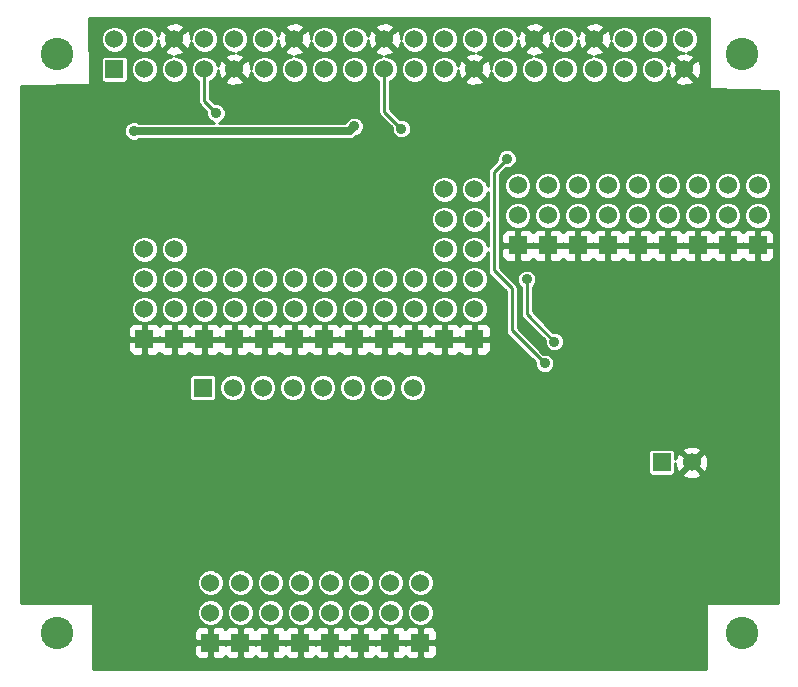
<source format=gbl>
G04 (created by PCBNEW (2013-05-31 BZR 4019)-stable) date 9/30/2014 6:57:16 PM*
%MOIN*%
G04 Gerber Fmt 3.4, Leading zero omitted, Abs format*
%FSLAX34Y34*%
G01*
G70*
G90*
G04 APERTURE LIST*
%ADD10C,0.00590551*%
%ADD11R,0.06X0.06*%
%ADD12C,0.06*%
%ADD13C,0.108268*%
%ADD14C,0.035*%
%ADD15C,0.01*%
%ADD16C,0.025*%
G04 APERTURE END LIST*
G54D10*
G54D11*
X32854Y-28594D03*
G54D12*
X32854Y-27594D03*
X32854Y-26594D03*
X32854Y-25594D03*
G54D11*
X34854Y-28594D03*
G54D12*
X34854Y-27594D03*
X34854Y-26594D03*
G54D11*
X36854Y-28594D03*
G54D12*
X36854Y-27594D03*
X36854Y-26594D03*
G54D11*
X38854Y-28594D03*
G54D12*
X38854Y-27594D03*
X38854Y-26594D03*
G54D11*
X40854Y-28594D03*
G54D12*
X40854Y-27594D03*
X40854Y-26594D03*
G54D11*
X37854Y-28594D03*
G54D12*
X37854Y-27594D03*
X37854Y-26594D03*
G54D11*
X39854Y-28594D03*
G54D12*
X39854Y-27594D03*
X39854Y-26594D03*
G54D11*
X42854Y-28594D03*
G54D12*
X42854Y-27594D03*
X42854Y-26594D03*
X42854Y-25594D03*
X42854Y-24594D03*
X42854Y-23594D03*
G54D11*
X31854Y-28594D03*
G54D12*
X31854Y-27594D03*
X31854Y-26594D03*
X31854Y-25594D03*
G54D11*
X35854Y-28594D03*
G54D12*
X35854Y-27594D03*
X35854Y-26594D03*
G54D11*
X41854Y-28594D03*
G54D12*
X41854Y-27594D03*
X41854Y-26594D03*
X41854Y-25594D03*
X41854Y-24594D03*
X41854Y-23594D03*
G54D11*
X44309Y-25466D03*
G54D12*
X44309Y-24466D03*
X44309Y-23466D03*
G54D11*
X45309Y-25466D03*
G54D12*
X45309Y-24466D03*
X45309Y-23466D03*
G54D11*
X47309Y-25466D03*
G54D12*
X47309Y-24466D03*
X47309Y-23466D03*
G54D11*
X48309Y-25466D03*
G54D12*
X48309Y-24466D03*
X48309Y-23466D03*
G54D11*
X50309Y-25466D03*
G54D12*
X50309Y-24466D03*
X50309Y-23466D03*
G54D11*
X46309Y-25466D03*
G54D12*
X46309Y-24466D03*
X46309Y-23466D03*
G54D11*
X49309Y-25466D03*
G54D12*
X49309Y-24466D03*
X49309Y-23466D03*
G54D11*
X51309Y-25466D03*
G54D12*
X51309Y-24466D03*
X51309Y-23466D03*
G54D11*
X52309Y-25466D03*
G54D12*
X52309Y-24466D03*
X52309Y-23466D03*
G54D11*
X30854Y-19594D03*
G54D12*
X30854Y-18594D03*
X35854Y-19594D03*
X31854Y-18594D03*
X36854Y-19594D03*
X32854Y-18594D03*
X37854Y-19594D03*
X33854Y-18594D03*
X38854Y-19594D03*
X34854Y-18594D03*
X39854Y-19594D03*
X35854Y-18594D03*
X40854Y-19594D03*
X36854Y-18594D03*
X41854Y-19594D03*
X37854Y-18594D03*
X42854Y-19594D03*
X38854Y-18594D03*
X43854Y-19594D03*
X39854Y-18594D03*
X44854Y-19594D03*
X40854Y-18594D03*
X45854Y-19594D03*
X41854Y-18594D03*
X42854Y-18594D03*
X46854Y-19594D03*
X43854Y-18594D03*
X45854Y-18594D03*
X46854Y-18594D03*
X47854Y-18594D03*
X48854Y-18594D03*
X47854Y-19594D03*
X48854Y-19594D03*
X31854Y-19594D03*
X32854Y-19594D03*
X33854Y-19594D03*
X34854Y-19594D03*
X49854Y-19594D03*
X49854Y-18594D03*
X44854Y-18594D03*
G54D11*
X33854Y-28594D03*
G54D12*
X33854Y-27594D03*
X33854Y-26594D03*
X38809Y-30216D03*
X37809Y-30216D03*
G54D11*
X33809Y-30216D03*
G54D12*
X34809Y-30216D03*
X35809Y-30216D03*
X36809Y-30216D03*
X39809Y-30216D03*
X40809Y-30216D03*
G54D13*
X51771Y-38385D03*
X28937Y-38385D03*
X51771Y-19094D03*
X28937Y-19094D03*
G54D11*
X41059Y-38716D03*
G54D12*
X41059Y-37716D03*
X41059Y-36716D03*
G54D11*
X40059Y-38716D03*
G54D12*
X40059Y-37716D03*
X40059Y-36716D03*
G54D11*
X39059Y-38716D03*
G54D12*
X39059Y-37716D03*
X39059Y-36716D03*
G54D11*
X38059Y-38716D03*
G54D12*
X38059Y-37716D03*
X38059Y-36716D03*
G54D11*
X37059Y-38716D03*
G54D12*
X37059Y-37716D03*
X37059Y-36716D03*
G54D11*
X36059Y-38716D03*
G54D12*
X36059Y-37716D03*
X36059Y-36716D03*
G54D11*
X35059Y-38716D03*
G54D12*
X35059Y-37716D03*
X35059Y-36716D03*
G54D11*
X34059Y-38716D03*
G54D12*
X34059Y-37716D03*
X34059Y-36716D03*
G54D11*
X49100Y-32700D03*
G54D12*
X50100Y-32700D03*
G54D14*
X34251Y-21062D03*
X43940Y-22580D03*
X45200Y-29400D03*
X45525Y-28675D03*
X44600Y-26600D03*
X40420Y-21580D03*
X51800Y-29100D03*
X51700Y-30200D03*
X51700Y-28000D03*
X31934Y-39066D03*
X33534Y-32666D03*
X35609Y-34316D03*
X31500Y-21650D03*
X38850Y-21500D03*
G54D15*
X33854Y-19594D02*
X33854Y-20665D01*
X33854Y-20665D02*
X34251Y-21062D01*
X43500Y-23020D02*
X43500Y-23300D01*
X43940Y-22580D02*
X43500Y-23020D01*
X43500Y-26300D02*
X43500Y-23300D01*
X44100Y-26900D02*
X43500Y-26300D01*
X45200Y-29400D02*
X44100Y-28300D01*
X44100Y-28300D02*
X44100Y-26900D01*
X44600Y-27750D02*
X44600Y-26600D01*
X45525Y-28675D02*
X44600Y-27750D01*
X39854Y-19594D02*
X39854Y-21014D01*
X39854Y-21014D02*
X40420Y-21580D01*
G54D16*
X31503Y-21653D02*
X31500Y-21650D01*
X38696Y-21653D02*
X31503Y-21653D01*
X38696Y-21653D02*
X38850Y-21500D01*
G54D10*
G36*
X52979Y-37381D02*
X52859Y-37381D01*
X52859Y-25816D01*
X52859Y-25117D01*
X52821Y-25025D01*
X52759Y-24963D01*
X52759Y-24377D01*
X52759Y-23377D01*
X52690Y-23211D01*
X52564Y-23085D01*
X52398Y-23016D01*
X52219Y-23016D01*
X52054Y-23084D01*
X51927Y-23211D01*
X51859Y-23376D01*
X51858Y-23555D01*
X51927Y-23721D01*
X52053Y-23847D01*
X52219Y-23916D01*
X52398Y-23916D01*
X52563Y-23848D01*
X52690Y-23721D01*
X52758Y-23556D01*
X52759Y-23377D01*
X52759Y-24377D01*
X52690Y-24211D01*
X52564Y-24085D01*
X52398Y-24016D01*
X52219Y-24016D01*
X52054Y-24084D01*
X51927Y-24211D01*
X51859Y-24376D01*
X51858Y-24555D01*
X51927Y-24721D01*
X52053Y-24847D01*
X52219Y-24916D01*
X52398Y-24916D01*
X52563Y-24848D01*
X52690Y-24721D01*
X52758Y-24556D01*
X52759Y-24377D01*
X52759Y-24963D01*
X52750Y-24954D01*
X52659Y-24916D01*
X52559Y-24916D01*
X52421Y-24916D01*
X52359Y-24979D01*
X52359Y-25416D01*
X52796Y-25416D01*
X52859Y-25354D01*
X52859Y-25117D01*
X52859Y-25816D01*
X52859Y-25579D01*
X52796Y-25516D01*
X52359Y-25516D01*
X52359Y-25954D01*
X52421Y-26016D01*
X52559Y-26016D01*
X52659Y-26016D01*
X52750Y-25978D01*
X52821Y-25907D01*
X52859Y-25816D01*
X52859Y-37381D01*
X52259Y-37381D01*
X52259Y-25954D01*
X52259Y-25516D01*
X52259Y-25416D01*
X52259Y-24979D01*
X52196Y-24916D01*
X52058Y-24916D01*
X51959Y-24916D01*
X51867Y-24954D01*
X51809Y-25013D01*
X51759Y-24963D01*
X51759Y-24377D01*
X51759Y-23377D01*
X51690Y-23211D01*
X51564Y-23085D01*
X51398Y-23016D01*
X51219Y-23016D01*
X51054Y-23084D01*
X50927Y-23211D01*
X50859Y-23376D01*
X50858Y-23555D01*
X50927Y-23721D01*
X51053Y-23847D01*
X51219Y-23916D01*
X51398Y-23916D01*
X51563Y-23848D01*
X51690Y-23721D01*
X51758Y-23556D01*
X51759Y-23377D01*
X51759Y-24377D01*
X51690Y-24211D01*
X51564Y-24085D01*
X51398Y-24016D01*
X51219Y-24016D01*
X51054Y-24084D01*
X50927Y-24211D01*
X50859Y-24376D01*
X50858Y-24555D01*
X50927Y-24721D01*
X51053Y-24847D01*
X51219Y-24916D01*
X51398Y-24916D01*
X51563Y-24848D01*
X51690Y-24721D01*
X51758Y-24556D01*
X51759Y-24377D01*
X51759Y-24963D01*
X51750Y-24954D01*
X51659Y-24916D01*
X51559Y-24916D01*
X51421Y-24916D01*
X51359Y-24979D01*
X51359Y-25416D01*
X51796Y-25416D01*
X51809Y-25404D01*
X51821Y-25416D01*
X52259Y-25416D01*
X52259Y-25516D01*
X51821Y-25516D01*
X51809Y-25529D01*
X51796Y-25516D01*
X51359Y-25516D01*
X51359Y-25954D01*
X51421Y-26016D01*
X51559Y-26016D01*
X51659Y-26016D01*
X51750Y-25978D01*
X51809Y-25920D01*
X51867Y-25978D01*
X51959Y-26016D01*
X52058Y-26016D01*
X52196Y-26016D01*
X52259Y-25954D01*
X52259Y-37381D01*
X51259Y-37381D01*
X51259Y-25954D01*
X51259Y-25516D01*
X51259Y-25416D01*
X51259Y-24979D01*
X51196Y-24916D01*
X51058Y-24916D01*
X50959Y-24916D01*
X50867Y-24954D01*
X50809Y-25013D01*
X50759Y-24963D01*
X50759Y-24377D01*
X50759Y-23377D01*
X50690Y-23211D01*
X50564Y-23085D01*
X50409Y-23020D01*
X50409Y-19676D01*
X50398Y-19457D01*
X50335Y-19306D01*
X50304Y-19297D01*
X50304Y-18505D01*
X50236Y-18339D01*
X50109Y-18213D01*
X49944Y-18144D01*
X49765Y-18144D01*
X49599Y-18212D01*
X49473Y-18339D01*
X49404Y-18504D01*
X49404Y-18683D01*
X49472Y-18849D01*
X49599Y-18975D01*
X49764Y-19044D01*
X49840Y-19044D01*
X49717Y-19050D01*
X49566Y-19113D01*
X49539Y-19208D01*
X49854Y-19523D01*
X50169Y-19208D01*
X50142Y-19113D01*
X49946Y-19043D01*
X50108Y-18976D01*
X50235Y-18849D01*
X50304Y-18684D01*
X50304Y-18505D01*
X50304Y-19297D01*
X50240Y-19279D01*
X49925Y-19594D01*
X50240Y-19909D01*
X50335Y-19882D01*
X50409Y-19676D01*
X50409Y-23020D01*
X50398Y-23016D01*
X50219Y-23016D01*
X50169Y-23037D01*
X50169Y-19980D01*
X49854Y-19665D01*
X49783Y-19735D01*
X49783Y-19594D01*
X49468Y-19279D01*
X49373Y-19306D01*
X49304Y-19499D01*
X49304Y-18505D01*
X49236Y-18339D01*
X49109Y-18213D01*
X48944Y-18144D01*
X48765Y-18144D01*
X48599Y-18212D01*
X48473Y-18339D01*
X48404Y-18504D01*
X48404Y-18683D01*
X48472Y-18849D01*
X48599Y-18975D01*
X48764Y-19044D01*
X48943Y-19044D01*
X49108Y-18976D01*
X49235Y-18849D01*
X49304Y-18684D01*
X49304Y-18505D01*
X49304Y-19499D01*
X49303Y-19502D01*
X49236Y-19339D01*
X49109Y-19213D01*
X48944Y-19144D01*
X48765Y-19144D01*
X48599Y-19212D01*
X48473Y-19339D01*
X48404Y-19504D01*
X48404Y-19683D01*
X48472Y-19849D01*
X48599Y-19975D01*
X48764Y-20044D01*
X48943Y-20044D01*
X49108Y-19976D01*
X49235Y-19849D01*
X49304Y-19684D01*
X49304Y-19607D01*
X49310Y-19731D01*
X49373Y-19882D01*
X49468Y-19909D01*
X49783Y-19594D01*
X49783Y-19735D01*
X49539Y-19980D01*
X49566Y-20075D01*
X49772Y-20149D01*
X49991Y-20138D01*
X50142Y-20075D01*
X50169Y-19980D01*
X50169Y-23037D01*
X50054Y-23084D01*
X49927Y-23211D01*
X49859Y-23376D01*
X49858Y-23555D01*
X49927Y-23721D01*
X50053Y-23847D01*
X50219Y-23916D01*
X50398Y-23916D01*
X50563Y-23848D01*
X50690Y-23721D01*
X50758Y-23556D01*
X50759Y-23377D01*
X50759Y-24377D01*
X50690Y-24211D01*
X50564Y-24085D01*
X50398Y-24016D01*
X50219Y-24016D01*
X50054Y-24084D01*
X49927Y-24211D01*
X49859Y-24376D01*
X49858Y-24555D01*
X49927Y-24721D01*
X50053Y-24847D01*
X50219Y-24916D01*
X50398Y-24916D01*
X50563Y-24848D01*
X50690Y-24721D01*
X50758Y-24556D01*
X50759Y-24377D01*
X50759Y-24963D01*
X50750Y-24954D01*
X50659Y-24916D01*
X50559Y-24916D01*
X50421Y-24916D01*
X50359Y-24979D01*
X50359Y-25416D01*
X50796Y-25416D01*
X50809Y-25404D01*
X50821Y-25416D01*
X51259Y-25416D01*
X51259Y-25516D01*
X50821Y-25516D01*
X50809Y-25529D01*
X50796Y-25516D01*
X50359Y-25516D01*
X50359Y-25954D01*
X50421Y-26016D01*
X50559Y-26016D01*
X50659Y-26016D01*
X50750Y-25978D01*
X50809Y-25920D01*
X50867Y-25978D01*
X50959Y-26016D01*
X51058Y-26016D01*
X51196Y-26016D01*
X51259Y-25954D01*
X51259Y-37381D01*
X50654Y-37381D01*
X50654Y-32781D01*
X50643Y-32563D01*
X50581Y-32412D01*
X50485Y-32384D01*
X50415Y-32455D01*
X50415Y-32314D01*
X50387Y-32218D01*
X50259Y-32172D01*
X50259Y-25954D01*
X50259Y-25516D01*
X50259Y-25416D01*
X50259Y-24979D01*
X50196Y-24916D01*
X50058Y-24916D01*
X49959Y-24916D01*
X49867Y-24954D01*
X49809Y-25013D01*
X49759Y-24963D01*
X49759Y-24377D01*
X49759Y-23377D01*
X49690Y-23211D01*
X49564Y-23085D01*
X49398Y-23016D01*
X49219Y-23016D01*
X49054Y-23084D01*
X48927Y-23211D01*
X48859Y-23376D01*
X48858Y-23555D01*
X48927Y-23721D01*
X49053Y-23847D01*
X49219Y-23916D01*
X49398Y-23916D01*
X49563Y-23848D01*
X49690Y-23721D01*
X49758Y-23556D01*
X49759Y-23377D01*
X49759Y-24377D01*
X49690Y-24211D01*
X49564Y-24085D01*
X49398Y-24016D01*
X49219Y-24016D01*
X49054Y-24084D01*
X48927Y-24211D01*
X48859Y-24376D01*
X48858Y-24555D01*
X48927Y-24721D01*
X49053Y-24847D01*
X49219Y-24916D01*
X49398Y-24916D01*
X49563Y-24848D01*
X49690Y-24721D01*
X49758Y-24556D01*
X49759Y-24377D01*
X49759Y-24963D01*
X49750Y-24954D01*
X49659Y-24916D01*
X49559Y-24916D01*
X49421Y-24916D01*
X49359Y-24979D01*
X49359Y-25416D01*
X49796Y-25416D01*
X49809Y-25404D01*
X49821Y-25416D01*
X50259Y-25416D01*
X50259Y-25516D01*
X49821Y-25516D01*
X49809Y-25529D01*
X49796Y-25516D01*
X49359Y-25516D01*
X49359Y-25954D01*
X49421Y-26016D01*
X49559Y-26016D01*
X49659Y-26016D01*
X49750Y-25978D01*
X49809Y-25920D01*
X49867Y-25978D01*
X49959Y-26016D01*
X50058Y-26016D01*
X50196Y-26016D01*
X50259Y-25954D01*
X50259Y-32172D01*
X50181Y-32145D01*
X49963Y-32156D01*
X49812Y-32218D01*
X49784Y-32314D01*
X50100Y-32629D01*
X50415Y-32314D01*
X50415Y-32455D01*
X50170Y-32700D01*
X50485Y-33015D01*
X50581Y-32987D01*
X50654Y-32781D01*
X50654Y-37381D01*
X50563Y-37381D01*
X50568Y-39594D01*
X50415Y-39594D01*
X50415Y-33085D01*
X50100Y-32770D01*
X50029Y-32841D01*
X50029Y-32700D01*
X49714Y-32384D01*
X49618Y-32412D01*
X49550Y-32604D01*
X49550Y-32370D01*
X49527Y-32315D01*
X49485Y-32272D01*
X49429Y-32250D01*
X49370Y-32249D01*
X49259Y-32249D01*
X49259Y-25954D01*
X49259Y-25516D01*
X49259Y-25416D01*
X49259Y-24979D01*
X49196Y-24916D01*
X49058Y-24916D01*
X48959Y-24916D01*
X48867Y-24954D01*
X48809Y-25013D01*
X48759Y-24963D01*
X48759Y-24377D01*
X48759Y-23377D01*
X48690Y-23211D01*
X48564Y-23085D01*
X48398Y-23016D01*
X48304Y-23016D01*
X48304Y-19505D01*
X48304Y-18505D01*
X48236Y-18339D01*
X48109Y-18213D01*
X47944Y-18144D01*
X47765Y-18144D01*
X47599Y-18212D01*
X47473Y-18339D01*
X47404Y-18504D01*
X47404Y-18580D01*
X47398Y-18457D01*
X47335Y-18306D01*
X47240Y-18279D01*
X47169Y-18349D01*
X47169Y-18208D01*
X47142Y-18113D01*
X46936Y-18039D01*
X46717Y-18050D01*
X46566Y-18113D01*
X46539Y-18208D01*
X46854Y-18523D01*
X47169Y-18208D01*
X47169Y-18349D01*
X46925Y-18594D01*
X47240Y-18909D01*
X47335Y-18882D01*
X47405Y-18686D01*
X47472Y-18849D01*
X47599Y-18975D01*
X47764Y-19044D01*
X47943Y-19044D01*
X48108Y-18976D01*
X48235Y-18849D01*
X48304Y-18684D01*
X48304Y-18505D01*
X48304Y-19505D01*
X48236Y-19339D01*
X48109Y-19213D01*
X47944Y-19144D01*
X47765Y-19144D01*
X47599Y-19212D01*
X47473Y-19339D01*
X47404Y-19504D01*
X47404Y-19683D01*
X47472Y-19849D01*
X47599Y-19975D01*
X47764Y-20044D01*
X47943Y-20044D01*
X48108Y-19976D01*
X48235Y-19849D01*
X48304Y-19684D01*
X48304Y-19505D01*
X48304Y-23016D01*
X48219Y-23016D01*
X48054Y-23084D01*
X47927Y-23211D01*
X47859Y-23376D01*
X47858Y-23555D01*
X47927Y-23721D01*
X48053Y-23847D01*
X48219Y-23916D01*
X48398Y-23916D01*
X48563Y-23848D01*
X48690Y-23721D01*
X48758Y-23556D01*
X48759Y-23377D01*
X48759Y-24377D01*
X48690Y-24211D01*
X48564Y-24085D01*
X48398Y-24016D01*
X48219Y-24016D01*
X48054Y-24084D01*
X47927Y-24211D01*
X47859Y-24376D01*
X47858Y-24555D01*
X47927Y-24721D01*
X48053Y-24847D01*
X48219Y-24916D01*
X48398Y-24916D01*
X48563Y-24848D01*
X48690Y-24721D01*
X48758Y-24556D01*
X48759Y-24377D01*
X48759Y-24963D01*
X48750Y-24954D01*
X48659Y-24916D01*
X48559Y-24916D01*
X48421Y-24916D01*
X48359Y-24979D01*
X48359Y-25416D01*
X48796Y-25416D01*
X48809Y-25404D01*
X48821Y-25416D01*
X49259Y-25416D01*
X49259Y-25516D01*
X48821Y-25516D01*
X48809Y-25529D01*
X48796Y-25516D01*
X48359Y-25516D01*
X48359Y-25954D01*
X48421Y-26016D01*
X48559Y-26016D01*
X48659Y-26016D01*
X48750Y-25978D01*
X48809Y-25920D01*
X48867Y-25978D01*
X48959Y-26016D01*
X49058Y-26016D01*
X49196Y-26016D01*
X49259Y-25954D01*
X49259Y-32249D01*
X48770Y-32249D01*
X48715Y-32272D01*
X48672Y-32314D01*
X48650Y-32370D01*
X48649Y-32429D01*
X48649Y-33029D01*
X48672Y-33084D01*
X48714Y-33127D01*
X48770Y-33149D01*
X48829Y-33150D01*
X49429Y-33150D01*
X49484Y-33127D01*
X49527Y-33085D01*
X49549Y-33029D01*
X49550Y-32970D01*
X49550Y-32714D01*
X49556Y-32836D01*
X49618Y-32987D01*
X49714Y-33015D01*
X50029Y-32700D01*
X50029Y-32841D01*
X49784Y-33085D01*
X49812Y-33181D01*
X50018Y-33254D01*
X50236Y-33243D01*
X50387Y-33181D01*
X50415Y-33085D01*
X50415Y-39594D01*
X48259Y-39594D01*
X48259Y-25954D01*
X48259Y-25516D01*
X48259Y-25416D01*
X48259Y-24979D01*
X48196Y-24916D01*
X48058Y-24916D01*
X47959Y-24916D01*
X47867Y-24954D01*
X47809Y-25013D01*
X47759Y-24963D01*
X47759Y-24377D01*
X47759Y-23377D01*
X47690Y-23211D01*
X47564Y-23085D01*
X47398Y-23016D01*
X47304Y-23016D01*
X47304Y-19505D01*
X47236Y-19339D01*
X47109Y-19213D01*
X46944Y-19144D01*
X46867Y-19144D01*
X46991Y-19138D01*
X47142Y-19075D01*
X47169Y-18980D01*
X46854Y-18665D01*
X46783Y-18735D01*
X46783Y-18594D01*
X46468Y-18279D01*
X46373Y-18306D01*
X46303Y-18502D01*
X46236Y-18339D01*
X46109Y-18213D01*
X45944Y-18144D01*
X45765Y-18144D01*
X45599Y-18212D01*
X45473Y-18339D01*
X45404Y-18504D01*
X45404Y-18580D01*
X45398Y-18457D01*
X45335Y-18306D01*
X45240Y-18279D01*
X45169Y-18349D01*
X45169Y-18208D01*
X45142Y-18113D01*
X44936Y-18039D01*
X44717Y-18050D01*
X44566Y-18113D01*
X44539Y-18208D01*
X44854Y-18523D01*
X45169Y-18208D01*
X45169Y-18349D01*
X44925Y-18594D01*
X45240Y-18909D01*
X45335Y-18882D01*
X45405Y-18686D01*
X45472Y-18849D01*
X45599Y-18975D01*
X45764Y-19044D01*
X45943Y-19044D01*
X46108Y-18976D01*
X46235Y-18849D01*
X46304Y-18684D01*
X46304Y-18607D01*
X46310Y-18731D01*
X46373Y-18882D01*
X46468Y-18909D01*
X46783Y-18594D01*
X46783Y-18735D01*
X46539Y-18980D01*
X46566Y-19075D01*
X46762Y-19145D01*
X46599Y-19212D01*
X46473Y-19339D01*
X46404Y-19504D01*
X46404Y-19683D01*
X46472Y-19849D01*
X46599Y-19975D01*
X46764Y-20044D01*
X46943Y-20044D01*
X47108Y-19976D01*
X47235Y-19849D01*
X47304Y-19684D01*
X47304Y-19505D01*
X47304Y-23016D01*
X47219Y-23016D01*
X47054Y-23084D01*
X46927Y-23211D01*
X46859Y-23376D01*
X46858Y-23555D01*
X46927Y-23721D01*
X47053Y-23847D01*
X47219Y-23916D01*
X47398Y-23916D01*
X47563Y-23848D01*
X47690Y-23721D01*
X47758Y-23556D01*
X47759Y-23377D01*
X47759Y-24377D01*
X47690Y-24211D01*
X47564Y-24085D01*
X47398Y-24016D01*
X47219Y-24016D01*
X47054Y-24084D01*
X46927Y-24211D01*
X46859Y-24376D01*
X46858Y-24555D01*
X46927Y-24721D01*
X47053Y-24847D01*
X47219Y-24916D01*
X47398Y-24916D01*
X47563Y-24848D01*
X47690Y-24721D01*
X47758Y-24556D01*
X47759Y-24377D01*
X47759Y-24963D01*
X47750Y-24954D01*
X47659Y-24916D01*
X47559Y-24916D01*
X47421Y-24916D01*
X47359Y-24979D01*
X47359Y-25416D01*
X47796Y-25416D01*
X47809Y-25404D01*
X47821Y-25416D01*
X48259Y-25416D01*
X48259Y-25516D01*
X47821Y-25516D01*
X47809Y-25529D01*
X47796Y-25516D01*
X47359Y-25516D01*
X47359Y-25954D01*
X47421Y-26016D01*
X47559Y-26016D01*
X47659Y-26016D01*
X47750Y-25978D01*
X47809Y-25920D01*
X47867Y-25978D01*
X47959Y-26016D01*
X48058Y-26016D01*
X48196Y-26016D01*
X48259Y-25954D01*
X48259Y-39594D01*
X47259Y-39594D01*
X47259Y-25954D01*
X47259Y-25516D01*
X47259Y-25416D01*
X47259Y-24979D01*
X47196Y-24916D01*
X47058Y-24916D01*
X46959Y-24916D01*
X46867Y-24954D01*
X46809Y-25013D01*
X46759Y-24963D01*
X46759Y-24377D01*
X46759Y-23377D01*
X46690Y-23211D01*
X46564Y-23085D01*
X46398Y-23016D01*
X46304Y-23016D01*
X46304Y-19505D01*
X46236Y-19339D01*
X46109Y-19213D01*
X45944Y-19144D01*
X45765Y-19144D01*
X45599Y-19212D01*
X45473Y-19339D01*
X45404Y-19504D01*
X45404Y-19683D01*
X45472Y-19849D01*
X45599Y-19975D01*
X45764Y-20044D01*
X45943Y-20044D01*
X46108Y-19976D01*
X46235Y-19849D01*
X46304Y-19684D01*
X46304Y-19505D01*
X46304Y-23016D01*
X46219Y-23016D01*
X46054Y-23084D01*
X45927Y-23211D01*
X45859Y-23376D01*
X45858Y-23555D01*
X45927Y-23721D01*
X46053Y-23847D01*
X46219Y-23916D01*
X46398Y-23916D01*
X46563Y-23848D01*
X46690Y-23721D01*
X46758Y-23556D01*
X46759Y-23377D01*
X46759Y-24377D01*
X46690Y-24211D01*
X46564Y-24085D01*
X46398Y-24016D01*
X46219Y-24016D01*
X46054Y-24084D01*
X45927Y-24211D01*
X45859Y-24376D01*
X45858Y-24555D01*
X45927Y-24721D01*
X46053Y-24847D01*
X46219Y-24916D01*
X46398Y-24916D01*
X46563Y-24848D01*
X46690Y-24721D01*
X46758Y-24556D01*
X46759Y-24377D01*
X46759Y-24963D01*
X46750Y-24954D01*
X46659Y-24916D01*
X46559Y-24916D01*
X46421Y-24916D01*
X46359Y-24979D01*
X46359Y-25416D01*
X46796Y-25416D01*
X46809Y-25404D01*
X46821Y-25416D01*
X47259Y-25416D01*
X47259Y-25516D01*
X46821Y-25516D01*
X46809Y-25529D01*
X46796Y-25516D01*
X46359Y-25516D01*
X46359Y-25954D01*
X46421Y-26016D01*
X46559Y-26016D01*
X46659Y-26016D01*
X46750Y-25978D01*
X46809Y-25920D01*
X46867Y-25978D01*
X46959Y-26016D01*
X47058Y-26016D01*
X47196Y-26016D01*
X47259Y-25954D01*
X47259Y-39594D01*
X46259Y-39594D01*
X46259Y-25954D01*
X46259Y-25516D01*
X46259Y-25416D01*
X46259Y-24979D01*
X46196Y-24916D01*
X46058Y-24916D01*
X45959Y-24916D01*
X45867Y-24954D01*
X45809Y-25013D01*
X45759Y-24963D01*
X45759Y-24377D01*
X45759Y-23377D01*
X45690Y-23211D01*
X45564Y-23085D01*
X45398Y-23016D01*
X45304Y-23016D01*
X45304Y-19505D01*
X45236Y-19339D01*
X45109Y-19213D01*
X44944Y-19144D01*
X44867Y-19144D01*
X44991Y-19138D01*
X45142Y-19075D01*
X45169Y-18980D01*
X44854Y-18665D01*
X44783Y-18735D01*
X44783Y-18594D01*
X44468Y-18279D01*
X44373Y-18306D01*
X44303Y-18502D01*
X44236Y-18339D01*
X44109Y-18213D01*
X43944Y-18144D01*
X43765Y-18144D01*
X43599Y-18212D01*
X43473Y-18339D01*
X43404Y-18504D01*
X43404Y-18683D01*
X43472Y-18849D01*
X43599Y-18975D01*
X43764Y-19044D01*
X43943Y-19044D01*
X44108Y-18976D01*
X44235Y-18849D01*
X44304Y-18684D01*
X44304Y-18607D01*
X44310Y-18731D01*
X44373Y-18882D01*
X44468Y-18909D01*
X44783Y-18594D01*
X44783Y-18735D01*
X44539Y-18980D01*
X44566Y-19075D01*
X44762Y-19145D01*
X44599Y-19212D01*
X44473Y-19339D01*
X44404Y-19504D01*
X44404Y-19683D01*
X44472Y-19849D01*
X44599Y-19975D01*
X44764Y-20044D01*
X44943Y-20044D01*
X45108Y-19976D01*
X45235Y-19849D01*
X45304Y-19684D01*
X45304Y-19505D01*
X45304Y-23016D01*
X45219Y-23016D01*
X45054Y-23084D01*
X44927Y-23211D01*
X44859Y-23376D01*
X44858Y-23555D01*
X44927Y-23721D01*
X45053Y-23847D01*
X45219Y-23916D01*
X45398Y-23916D01*
X45563Y-23848D01*
X45690Y-23721D01*
X45758Y-23556D01*
X45759Y-23377D01*
X45759Y-24377D01*
X45690Y-24211D01*
X45564Y-24085D01*
X45398Y-24016D01*
X45219Y-24016D01*
X45054Y-24084D01*
X44927Y-24211D01*
X44859Y-24376D01*
X44858Y-24555D01*
X44927Y-24721D01*
X45053Y-24847D01*
X45219Y-24916D01*
X45398Y-24916D01*
X45563Y-24848D01*
X45690Y-24721D01*
X45758Y-24556D01*
X45759Y-24377D01*
X45759Y-24963D01*
X45750Y-24954D01*
X45659Y-24916D01*
X45559Y-24916D01*
X45421Y-24916D01*
X45359Y-24979D01*
X45359Y-25416D01*
X45796Y-25416D01*
X45809Y-25404D01*
X45821Y-25416D01*
X46259Y-25416D01*
X46259Y-25516D01*
X45821Y-25516D01*
X45809Y-25529D01*
X45796Y-25516D01*
X45359Y-25516D01*
X45359Y-25954D01*
X45421Y-26016D01*
X45559Y-26016D01*
X45659Y-26016D01*
X45750Y-25978D01*
X45809Y-25920D01*
X45867Y-25978D01*
X45959Y-26016D01*
X46058Y-26016D01*
X46196Y-26016D01*
X46259Y-25954D01*
X46259Y-39594D01*
X45850Y-39594D01*
X45850Y-28610D01*
X45800Y-28491D01*
X45709Y-28399D01*
X45589Y-28350D01*
X45482Y-28349D01*
X45259Y-28126D01*
X45259Y-25954D01*
X45259Y-25516D01*
X45259Y-25416D01*
X45259Y-24979D01*
X45196Y-24916D01*
X45058Y-24916D01*
X44959Y-24916D01*
X44867Y-24954D01*
X44809Y-25013D01*
X44759Y-24963D01*
X44759Y-24377D01*
X44759Y-23377D01*
X44690Y-23211D01*
X44564Y-23085D01*
X44398Y-23016D01*
X44304Y-23016D01*
X44304Y-19505D01*
X44236Y-19339D01*
X44109Y-19213D01*
X43944Y-19144D01*
X43765Y-19144D01*
X43599Y-19212D01*
X43473Y-19339D01*
X43404Y-19504D01*
X43404Y-19580D01*
X43398Y-19457D01*
X43335Y-19306D01*
X43304Y-19297D01*
X43304Y-18505D01*
X43236Y-18339D01*
X43109Y-18213D01*
X42944Y-18144D01*
X42765Y-18144D01*
X42599Y-18212D01*
X42473Y-18339D01*
X42404Y-18504D01*
X42404Y-18683D01*
X42472Y-18849D01*
X42599Y-18975D01*
X42764Y-19044D01*
X42840Y-19044D01*
X42717Y-19050D01*
X42566Y-19113D01*
X42539Y-19208D01*
X42854Y-19523D01*
X43169Y-19208D01*
X43142Y-19113D01*
X42946Y-19043D01*
X43108Y-18976D01*
X43235Y-18849D01*
X43304Y-18684D01*
X43304Y-18505D01*
X43304Y-19297D01*
X43240Y-19279D01*
X42925Y-19594D01*
X43240Y-19909D01*
X43335Y-19882D01*
X43405Y-19686D01*
X43472Y-19849D01*
X43599Y-19975D01*
X43764Y-20044D01*
X43943Y-20044D01*
X44108Y-19976D01*
X44235Y-19849D01*
X44304Y-19684D01*
X44304Y-19505D01*
X44304Y-23016D01*
X44219Y-23016D01*
X44054Y-23084D01*
X43927Y-23211D01*
X43859Y-23376D01*
X43858Y-23555D01*
X43927Y-23721D01*
X44053Y-23847D01*
X44219Y-23916D01*
X44398Y-23916D01*
X44563Y-23848D01*
X44690Y-23721D01*
X44758Y-23556D01*
X44759Y-23377D01*
X44759Y-24377D01*
X44690Y-24211D01*
X44564Y-24085D01*
X44398Y-24016D01*
X44219Y-24016D01*
X44054Y-24084D01*
X43927Y-24211D01*
X43859Y-24376D01*
X43858Y-24555D01*
X43927Y-24721D01*
X44053Y-24847D01*
X44219Y-24916D01*
X44398Y-24916D01*
X44563Y-24848D01*
X44690Y-24721D01*
X44758Y-24556D01*
X44759Y-24377D01*
X44759Y-24963D01*
X44750Y-24954D01*
X44659Y-24916D01*
X44559Y-24916D01*
X44421Y-24916D01*
X44359Y-24979D01*
X44359Y-25416D01*
X44796Y-25416D01*
X44809Y-25404D01*
X44821Y-25416D01*
X45259Y-25416D01*
X45259Y-25516D01*
X44821Y-25516D01*
X44809Y-25529D01*
X44796Y-25516D01*
X44359Y-25516D01*
X44359Y-25954D01*
X44421Y-26016D01*
X44559Y-26016D01*
X44659Y-26016D01*
X44750Y-25978D01*
X44809Y-25920D01*
X44867Y-25978D01*
X44959Y-26016D01*
X45058Y-26016D01*
X45196Y-26016D01*
X45259Y-25954D01*
X45259Y-28126D01*
X44800Y-27667D01*
X44800Y-26859D01*
X44875Y-26784D01*
X44924Y-26664D01*
X44925Y-26535D01*
X44875Y-26416D01*
X44784Y-26324D01*
X44664Y-26275D01*
X44535Y-26274D01*
X44416Y-26324D01*
X44324Y-26415D01*
X44275Y-26535D01*
X44274Y-26664D01*
X44324Y-26783D01*
X44400Y-26859D01*
X44400Y-27750D01*
X44415Y-27826D01*
X44458Y-27891D01*
X45200Y-28632D01*
X45199Y-28739D01*
X45249Y-28858D01*
X45340Y-28950D01*
X45460Y-28999D01*
X45589Y-29000D01*
X45708Y-28950D01*
X45800Y-28859D01*
X45849Y-28739D01*
X45850Y-28610D01*
X45850Y-39594D01*
X45525Y-39594D01*
X45525Y-29335D01*
X45475Y-29216D01*
X45384Y-29124D01*
X45264Y-29075D01*
X45157Y-29074D01*
X44300Y-28217D01*
X44300Y-26900D01*
X44284Y-26823D01*
X44284Y-26823D01*
X44270Y-26801D01*
X44259Y-26784D01*
X44259Y-25954D01*
X44259Y-25516D01*
X44259Y-25416D01*
X44259Y-24979D01*
X44196Y-24916D01*
X44058Y-24916D01*
X43959Y-24916D01*
X43867Y-24954D01*
X43796Y-25025D01*
X43759Y-25117D01*
X43759Y-25354D01*
X43821Y-25416D01*
X44259Y-25416D01*
X44259Y-25516D01*
X43821Y-25516D01*
X43759Y-25579D01*
X43759Y-25816D01*
X43796Y-25907D01*
X43867Y-25978D01*
X43959Y-26016D01*
X44058Y-26016D01*
X44196Y-26016D01*
X44259Y-25954D01*
X44259Y-26784D01*
X44241Y-26758D01*
X44241Y-26758D01*
X43700Y-26217D01*
X43700Y-23300D01*
X43700Y-23102D01*
X43897Y-22904D01*
X44004Y-22905D01*
X44123Y-22855D01*
X44215Y-22764D01*
X44264Y-22644D01*
X44265Y-22515D01*
X44215Y-22396D01*
X44124Y-22304D01*
X44004Y-22255D01*
X43875Y-22254D01*
X43756Y-22304D01*
X43664Y-22395D01*
X43615Y-22515D01*
X43614Y-22622D01*
X43358Y-22878D01*
X43315Y-22943D01*
X43300Y-23020D01*
X43300Y-23300D01*
X43300Y-23494D01*
X43236Y-23339D01*
X43169Y-23273D01*
X43169Y-19980D01*
X42854Y-19665D01*
X42783Y-19735D01*
X42783Y-19594D01*
X42468Y-19279D01*
X42373Y-19306D01*
X42304Y-19499D01*
X42304Y-18505D01*
X42236Y-18339D01*
X42109Y-18213D01*
X41944Y-18144D01*
X41765Y-18144D01*
X41599Y-18212D01*
X41473Y-18339D01*
X41404Y-18504D01*
X41404Y-18683D01*
X41472Y-18849D01*
X41599Y-18975D01*
X41764Y-19044D01*
X41943Y-19044D01*
X42108Y-18976D01*
X42235Y-18849D01*
X42304Y-18684D01*
X42304Y-18505D01*
X42304Y-19499D01*
X42303Y-19502D01*
X42236Y-19339D01*
X42109Y-19213D01*
X41944Y-19144D01*
X41765Y-19144D01*
X41599Y-19212D01*
X41473Y-19339D01*
X41404Y-19504D01*
X41404Y-19683D01*
X41472Y-19849D01*
X41599Y-19975D01*
X41764Y-20044D01*
X41943Y-20044D01*
X42108Y-19976D01*
X42235Y-19849D01*
X42304Y-19684D01*
X42304Y-19607D01*
X42310Y-19731D01*
X42373Y-19882D01*
X42468Y-19909D01*
X42783Y-19594D01*
X42783Y-19735D01*
X42539Y-19980D01*
X42566Y-20075D01*
X42772Y-20149D01*
X42991Y-20138D01*
X43142Y-20075D01*
X43169Y-19980D01*
X43169Y-23273D01*
X43109Y-23213D01*
X42944Y-23144D01*
X42765Y-23144D01*
X42599Y-23212D01*
X42473Y-23339D01*
X42404Y-23504D01*
X42404Y-23683D01*
X42472Y-23849D01*
X42599Y-23975D01*
X42764Y-24044D01*
X42943Y-24044D01*
X43108Y-23976D01*
X43235Y-23849D01*
X43300Y-23694D01*
X43300Y-24494D01*
X43236Y-24339D01*
X43109Y-24213D01*
X42944Y-24144D01*
X42765Y-24144D01*
X42599Y-24212D01*
X42473Y-24339D01*
X42404Y-24504D01*
X42404Y-24683D01*
X42472Y-24849D01*
X42599Y-24975D01*
X42764Y-25044D01*
X42943Y-25044D01*
X43108Y-24976D01*
X43235Y-24849D01*
X43300Y-24694D01*
X43300Y-25494D01*
X43236Y-25339D01*
X43109Y-25213D01*
X42944Y-25144D01*
X42765Y-25144D01*
X42599Y-25212D01*
X42473Y-25339D01*
X42404Y-25504D01*
X42404Y-25683D01*
X42472Y-25849D01*
X42599Y-25975D01*
X42764Y-26044D01*
X42943Y-26044D01*
X43108Y-25976D01*
X43235Y-25849D01*
X43300Y-25694D01*
X43300Y-26300D01*
X43315Y-26376D01*
X43358Y-26441D01*
X43900Y-26982D01*
X43900Y-28300D01*
X43915Y-28376D01*
X43958Y-28441D01*
X44875Y-29357D01*
X44874Y-29464D01*
X44924Y-29583D01*
X45015Y-29675D01*
X45135Y-29724D01*
X45264Y-29725D01*
X45383Y-29675D01*
X45475Y-29584D01*
X45524Y-29464D01*
X45525Y-29335D01*
X45525Y-39594D01*
X43404Y-39594D01*
X43404Y-28943D01*
X43404Y-28244D01*
X43366Y-28153D01*
X43304Y-28090D01*
X43304Y-27505D01*
X43304Y-26505D01*
X43236Y-26339D01*
X43109Y-26213D01*
X42944Y-26144D01*
X42765Y-26144D01*
X42599Y-26212D01*
X42473Y-26339D01*
X42404Y-26504D01*
X42404Y-26683D01*
X42472Y-26849D01*
X42599Y-26975D01*
X42764Y-27044D01*
X42943Y-27044D01*
X43108Y-26976D01*
X43235Y-26849D01*
X43304Y-26684D01*
X43304Y-26505D01*
X43304Y-27505D01*
X43236Y-27339D01*
X43109Y-27213D01*
X42944Y-27144D01*
X42765Y-27144D01*
X42599Y-27212D01*
X42473Y-27339D01*
X42404Y-27504D01*
X42404Y-27683D01*
X42472Y-27849D01*
X42599Y-27975D01*
X42764Y-28044D01*
X42943Y-28044D01*
X43108Y-27976D01*
X43235Y-27849D01*
X43304Y-27684D01*
X43304Y-27505D01*
X43304Y-28090D01*
X43296Y-28082D01*
X43204Y-28044D01*
X43104Y-28044D01*
X42966Y-28044D01*
X42904Y-28106D01*
X42904Y-28544D01*
X43341Y-28544D01*
X43404Y-28481D01*
X43404Y-28244D01*
X43404Y-28943D01*
X43404Y-28706D01*
X43341Y-28644D01*
X42904Y-28644D01*
X42904Y-29081D01*
X42966Y-29144D01*
X43104Y-29144D01*
X43204Y-29144D01*
X43296Y-29106D01*
X43366Y-29035D01*
X43404Y-28943D01*
X43404Y-39594D01*
X42804Y-39594D01*
X42804Y-29081D01*
X42804Y-28644D01*
X42804Y-28544D01*
X42804Y-28106D01*
X42741Y-28044D01*
X42603Y-28044D01*
X42504Y-28044D01*
X42412Y-28082D01*
X42354Y-28140D01*
X42304Y-28090D01*
X42304Y-27505D01*
X42304Y-26505D01*
X42304Y-25505D01*
X42304Y-24505D01*
X42304Y-23505D01*
X42236Y-23339D01*
X42109Y-23213D01*
X41944Y-23144D01*
X41765Y-23144D01*
X41599Y-23212D01*
X41473Y-23339D01*
X41404Y-23504D01*
X41404Y-23683D01*
X41472Y-23849D01*
X41599Y-23975D01*
X41764Y-24044D01*
X41943Y-24044D01*
X42108Y-23976D01*
X42235Y-23849D01*
X42304Y-23684D01*
X42304Y-23505D01*
X42304Y-24505D01*
X42236Y-24339D01*
X42109Y-24213D01*
X41944Y-24144D01*
X41765Y-24144D01*
X41599Y-24212D01*
X41473Y-24339D01*
X41404Y-24504D01*
X41404Y-24683D01*
X41472Y-24849D01*
X41599Y-24975D01*
X41764Y-25044D01*
X41943Y-25044D01*
X42108Y-24976D01*
X42235Y-24849D01*
X42304Y-24684D01*
X42304Y-24505D01*
X42304Y-25505D01*
X42236Y-25339D01*
X42109Y-25213D01*
X41944Y-25144D01*
X41765Y-25144D01*
X41599Y-25212D01*
X41473Y-25339D01*
X41404Y-25504D01*
X41404Y-25683D01*
X41472Y-25849D01*
X41599Y-25975D01*
X41764Y-26044D01*
X41943Y-26044D01*
X42108Y-25976D01*
X42235Y-25849D01*
X42304Y-25684D01*
X42304Y-25505D01*
X42304Y-26505D01*
X42236Y-26339D01*
X42109Y-26213D01*
X41944Y-26144D01*
X41765Y-26144D01*
X41599Y-26212D01*
X41473Y-26339D01*
X41404Y-26504D01*
X41404Y-26683D01*
X41472Y-26849D01*
X41599Y-26975D01*
X41764Y-27044D01*
X41943Y-27044D01*
X42108Y-26976D01*
X42235Y-26849D01*
X42304Y-26684D01*
X42304Y-26505D01*
X42304Y-27505D01*
X42236Y-27339D01*
X42109Y-27213D01*
X41944Y-27144D01*
X41765Y-27144D01*
X41599Y-27212D01*
X41473Y-27339D01*
X41404Y-27504D01*
X41404Y-27683D01*
X41472Y-27849D01*
X41599Y-27975D01*
X41764Y-28044D01*
X41943Y-28044D01*
X42108Y-27976D01*
X42235Y-27849D01*
X42304Y-27684D01*
X42304Y-27505D01*
X42304Y-28090D01*
X42296Y-28082D01*
X42204Y-28044D01*
X42104Y-28044D01*
X41966Y-28044D01*
X41904Y-28106D01*
X41904Y-28544D01*
X42341Y-28544D01*
X42354Y-28531D01*
X42366Y-28544D01*
X42804Y-28544D01*
X42804Y-28644D01*
X42366Y-28644D01*
X42354Y-28656D01*
X42341Y-28644D01*
X41904Y-28644D01*
X41904Y-29081D01*
X41966Y-29144D01*
X42104Y-29144D01*
X42204Y-29144D01*
X42296Y-29106D01*
X42354Y-29048D01*
X42412Y-29106D01*
X42504Y-29144D01*
X42603Y-29144D01*
X42741Y-29144D01*
X42804Y-29081D01*
X42804Y-39594D01*
X41804Y-39594D01*
X41804Y-29081D01*
X41804Y-28644D01*
X41804Y-28544D01*
X41804Y-28106D01*
X41741Y-28044D01*
X41603Y-28044D01*
X41504Y-28044D01*
X41412Y-28082D01*
X41354Y-28140D01*
X41304Y-28090D01*
X41304Y-27505D01*
X41304Y-26505D01*
X41304Y-19505D01*
X41304Y-18505D01*
X41236Y-18339D01*
X41109Y-18213D01*
X40944Y-18144D01*
X40765Y-18144D01*
X40599Y-18212D01*
X40473Y-18339D01*
X40404Y-18504D01*
X40404Y-18580D01*
X40398Y-18457D01*
X40335Y-18306D01*
X40240Y-18279D01*
X40169Y-18349D01*
X40169Y-18208D01*
X40142Y-18113D01*
X39936Y-18039D01*
X39717Y-18050D01*
X39566Y-18113D01*
X39539Y-18208D01*
X39854Y-18523D01*
X40169Y-18208D01*
X40169Y-18349D01*
X39925Y-18594D01*
X40240Y-18909D01*
X40335Y-18882D01*
X40405Y-18686D01*
X40472Y-18849D01*
X40599Y-18975D01*
X40764Y-19044D01*
X40943Y-19044D01*
X41108Y-18976D01*
X41235Y-18849D01*
X41304Y-18684D01*
X41304Y-18505D01*
X41304Y-19505D01*
X41236Y-19339D01*
X41109Y-19213D01*
X40944Y-19144D01*
X40765Y-19144D01*
X40599Y-19212D01*
X40473Y-19339D01*
X40404Y-19504D01*
X40404Y-19683D01*
X40472Y-19849D01*
X40599Y-19975D01*
X40764Y-20044D01*
X40943Y-20044D01*
X41108Y-19976D01*
X41235Y-19849D01*
X41304Y-19684D01*
X41304Y-19505D01*
X41304Y-26505D01*
X41236Y-26339D01*
X41109Y-26213D01*
X40944Y-26144D01*
X40765Y-26144D01*
X40745Y-26152D01*
X40745Y-21515D01*
X40695Y-21396D01*
X40604Y-21304D01*
X40484Y-21255D01*
X40377Y-21254D01*
X40054Y-20931D01*
X40054Y-19998D01*
X40108Y-19976D01*
X40235Y-19849D01*
X40304Y-19684D01*
X40304Y-19505D01*
X40236Y-19339D01*
X40109Y-19213D01*
X39944Y-19144D01*
X39867Y-19144D01*
X39991Y-19138D01*
X40142Y-19075D01*
X40169Y-18980D01*
X39854Y-18665D01*
X39783Y-18735D01*
X39783Y-18594D01*
X39468Y-18279D01*
X39373Y-18306D01*
X39303Y-18502D01*
X39236Y-18339D01*
X39109Y-18213D01*
X38944Y-18144D01*
X38765Y-18144D01*
X38599Y-18212D01*
X38473Y-18339D01*
X38404Y-18504D01*
X38404Y-18683D01*
X38472Y-18849D01*
X38599Y-18975D01*
X38764Y-19044D01*
X38943Y-19044D01*
X39108Y-18976D01*
X39235Y-18849D01*
X39304Y-18684D01*
X39304Y-18607D01*
X39310Y-18731D01*
X39373Y-18882D01*
X39468Y-18909D01*
X39783Y-18594D01*
X39783Y-18735D01*
X39539Y-18980D01*
X39566Y-19075D01*
X39762Y-19145D01*
X39599Y-19212D01*
X39473Y-19339D01*
X39404Y-19504D01*
X39404Y-19683D01*
X39472Y-19849D01*
X39599Y-19975D01*
X39654Y-19998D01*
X39654Y-21014D01*
X39669Y-21090D01*
X39712Y-21155D01*
X40095Y-21537D01*
X40094Y-21644D01*
X40144Y-21763D01*
X40235Y-21855D01*
X40355Y-21904D01*
X40484Y-21905D01*
X40603Y-21855D01*
X40695Y-21764D01*
X40744Y-21644D01*
X40745Y-21515D01*
X40745Y-26152D01*
X40599Y-26212D01*
X40473Y-26339D01*
X40404Y-26504D01*
X40404Y-26683D01*
X40472Y-26849D01*
X40599Y-26975D01*
X40764Y-27044D01*
X40943Y-27044D01*
X41108Y-26976D01*
X41235Y-26849D01*
X41304Y-26684D01*
X41304Y-26505D01*
X41304Y-27505D01*
X41236Y-27339D01*
X41109Y-27213D01*
X40944Y-27144D01*
X40765Y-27144D01*
X40599Y-27212D01*
X40473Y-27339D01*
X40404Y-27504D01*
X40404Y-27683D01*
X40472Y-27849D01*
X40599Y-27975D01*
X40764Y-28044D01*
X40943Y-28044D01*
X41108Y-27976D01*
X41235Y-27849D01*
X41304Y-27684D01*
X41304Y-27505D01*
X41304Y-28090D01*
X41296Y-28082D01*
X41204Y-28044D01*
X41104Y-28044D01*
X40966Y-28044D01*
X40904Y-28106D01*
X40904Y-28544D01*
X41341Y-28544D01*
X41354Y-28531D01*
X41366Y-28544D01*
X41804Y-28544D01*
X41804Y-28644D01*
X41366Y-28644D01*
X41354Y-28656D01*
X41341Y-28644D01*
X40904Y-28644D01*
X40904Y-29081D01*
X40966Y-29144D01*
X41104Y-29144D01*
X41204Y-29144D01*
X41296Y-29106D01*
X41354Y-29048D01*
X41412Y-29106D01*
X41504Y-29144D01*
X41603Y-29144D01*
X41741Y-29144D01*
X41804Y-29081D01*
X41804Y-39594D01*
X41609Y-39594D01*
X41609Y-39066D01*
X41609Y-38367D01*
X41571Y-38275D01*
X41509Y-38213D01*
X41509Y-37627D01*
X41509Y-36627D01*
X41440Y-36461D01*
X41314Y-36335D01*
X41259Y-36312D01*
X41259Y-30127D01*
X41190Y-29961D01*
X41064Y-29835D01*
X40898Y-29766D01*
X40804Y-29766D01*
X40804Y-29081D01*
X40804Y-28644D01*
X40804Y-28544D01*
X40804Y-28106D01*
X40741Y-28044D01*
X40603Y-28044D01*
X40504Y-28044D01*
X40412Y-28082D01*
X40354Y-28140D01*
X40304Y-28090D01*
X40304Y-27505D01*
X40304Y-26505D01*
X40236Y-26339D01*
X40109Y-26213D01*
X39944Y-26144D01*
X39765Y-26144D01*
X39599Y-26212D01*
X39473Y-26339D01*
X39404Y-26504D01*
X39404Y-26683D01*
X39472Y-26849D01*
X39599Y-26975D01*
X39764Y-27044D01*
X39943Y-27044D01*
X40108Y-26976D01*
X40235Y-26849D01*
X40304Y-26684D01*
X40304Y-26505D01*
X40304Y-27505D01*
X40236Y-27339D01*
X40109Y-27213D01*
X39944Y-27144D01*
X39765Y-27144D01*
X39599Y-27212D01*
X39473Y-27339D01*
X39404Y-27504D01*
X39404Y-27683D01*
X39472Y-27849D01*
X39599Y-27975D01*
X39764Y-28044D01*
X39943Y-28044D01*
X40108Y-27976D01*
X40235Y-27849D01*
X40304Y-27684D01*
X40304Y-27505D01*
X40304Y-28090D01*
X40296Y-28082D01*
X40204Y-28044D01*
X40104Y-28044D01*
X39966Y-28044D01*
X39904Y-28106D01*
X39904Y-28544D01*
X40341Y-28544D01*
X40354Y-28531D01*
X40366Y-28544D01*
X40804Y-28544D01*
X40804Y-28644D01*
X40366Y-28644D01*
X40354Y-28656D01*
X40341Y-28644D01*
X39904Y-28644D01*
X39904Y-29081D01*
X39966Y-29144D01*
X40104Y-29144D01*
X40204Y-29144D01*
X40296Y-29106D01*
X40354Y-29048D01*
X40412Y-29106D01*
X40504Y-29144D01*
X40603Y-29144D01*
X40741Y-29144D01*
X40804Y-29081D01*
X40804Y-29766D01*
X40719Y-29766D01*
X40554Y-29834D01*
X40427Y-29961D01*
X40359Y-30126D01*
X40358Y-30305D01*
X40427Y-30471D01*
X40553Y-30597D01*
X40719Y-30666D01*
X40898Y-30666D01*
X41063Y-30598D01*
X41190Y-30471D01*
X41258Y-30306D01*
X41259Y-30127D01*
X41259Y-36312D01*
X41148Y-36266D01*
X40969Y-36266D01*
X40804Y-36334D01*
X40677Y-36461D01*
X40609Y-36626D01*
X40608Y-36805D01*
X40677Y-36971D01*
X40803Y-37097D01*
X40969Y-37166D01*
X41148Y-37166D01*
X41313Y-37098D01*
X41440Y-36971D01*
X41508Y-36806D01*
X41509Y-36627D01*
X41509Y-37627D01*
X41440Y-37461D01*
X41314Y-37335D01*
X41148Y-37266D01*
X40969Y-37266D01*
X40804Y-37334D01*
X40677Y-37461D01*
X40609Y-37626D01*
X40608Y-37805D01*
X40677Y-37971D01*
X40803Y-38097D01*
X40969Y-38166D01*
X41148Y-38166D01*
X41313Y-38098D01*
X41440Y-37971D01*
X41508Y-37806D01*
X41509Y-37627D01*
X41509Y-38213D01*
X41500Y-38204D01*
X41409Y-38166D01*
X41309Y-38166D01*
X41171Y-38166D01*
X41109Y-38229D01*
X41109Y-38666D01*
X41546Y-38666D01*
X41609Y-38604D01*
X41609Y-38367D01*
X41609Y-39066D01*
X41609Y-38829D01*
X41546Y-38766D01*
X41109Y-38766D01*
X41109Y-39204D01*
X41171Y-39266D01*
X41309Y-39266D01*
X41409Y-39266D01*
X41500Y-39228D01*
X41571Y-39157D01*
X41609Y-39066D01*
X41609Y-39594D01*
X41009Y-39594D01*
X41009Y-39204D01*
X41009Y-38766D01*
X41009Y-38666D01*
X41009Y-38229D01*
X40946Y-38166D01*
X40808Y-38166D01*
X40709Y-38166D01*
X40617Y-38204D01*
X40559Y-38263D01*
X40509Y-38213D01*
X40509Y-37627D01*
X40509Y-36627D01*
X40440Y-36461D01*
X40314Y-36335D01*
X40259Y-36312D01*
X40259Y-30127D01*
X40190Y-29961D01*
X40064Y-29835D01*
X39898Y-29766D01*
X39804Y-29766D01*
X39804Y-29081D01*
X39804Y-28644D01*
X39804Y-28544D01*
X39804Y-28106D01*
X39741Y-28044D01*
X39603Y-28044D01*
X39504Y-28044D01*
X39412Y-28082D01*
X39354Y-28140D01*
X39304Y-28090D01*
X39304Y-27505D01*
X39304Y-26505D01*
X39304Y-19505D01*
X39236Y-19339D01*
X39109Y-19213D01*
X38944Y-19144D01*
X38765Y-19144D01*
X38599Y-19212D01*
X38473Y-19339D01*
X38404Y-19504D01*
X38404Y-19683D01*
X38472Y-19849D01*
X38599Y-19975D01*
X38764Y-20044D01*
X38943Y-20044D01*
X39108Y-19976D01*
X39235Y-19849D01*
X39304Y-19684D01*
X39304Y-19505D01*
X39304Y-26505D01*
X39236Y-26339D01*
X39175Y-26278D01*
X39175Y-21435D01*
X39125Y-21316D01*
X39034Y-21224D01*
X38914Y-21175D01*
X38785Y-21174D01*
X38666Y-21224D01*
X38574Y-21315D01*
X38548Y-21378D01*
X38304Y-21378D01*
X38304Y-19505D01*
X38304Y-18505D01*
X38236Y-18339D01*
X38109Y-18213D01*
X37944Y-18144D01*
X37765Y-18144D01*
X37599Y-18212D01*
X37473Y-18339D01*
X37404Y-18504D01*
X37404Y-18580D01*
X37398Y-18457D01*
X37335Y-18306D01*
X37240Y-18279D01*
X37169Y-18349D01*
X37169Y-18208D01*
X37142Y-18113D01*
X36936Y-18039D01*
X36717Y-18050D01*
X36566Y-18113D01*
X36539Y-18208D01*
X36854Y-18523D01*
X37169Y-18208D01*
X37169Y-18349D01*
X36925Y-18594D01*
X37240Y-18909D01*
X37335Y-18882D01*
X37405Y-18686D01*
X37472Y-18849D01*
X37599Y-18975D01*
X37764Y-19044D01*
X37943Y-19044D01*
X38108Y-18976D01*
X38235Y-18849D01*
X38304Y-18684D01*
X38304Y-18505D01*
X38304Y-19505D01*
X38236Y-19339D01*
X38109Y-19213D01*
X37944Y-19144D01*
X37765Y-19144D01*
X37599Y-19212D01*
X37473Y-19339D01*
X37404Y-19504D01*
X37404Y-19683D01*
X37472Y-19849D01*
X37599Y-19975D01*
X37764Y-20044D01*
X37943Y-20044D01*
X38108Y-19976D01*
X38235Y-19849D01*
X38304Y-19684D01*
X38304Y-19505D01*
X38304Y-21378D01*
X37304Y-21378D01*
X37304Y-19505D01*
X37236Y-19339D01*
X37109Y-19213D01*
X36944Y-19144D01*
X36867Y-19144D01*
X36991Y-19138D01*
X37142Y-19075D01*
X37169Y-18980D01*
X36854Y-18665D01*
X36783Y-18735D01*
X36783Y-18594D01*
X36468Y-18279D01*
X36373Y-18306D01*
X36303Y-18502D01*
X36236Y-18339D01*
X36109Y-18213D01*
X35944Y-18144D01*
X35765Y-18144D01*
X35599Y-18212D01*
X35473Y-18339D01*
X35404Y-18504D01*
X35404Y-18683D01*
X35472Y-18849D01*
X35599Y-18975D01*
X35764Y-19044D01*
X35943Y-19044D01*
X36108Y-18976D01*
X36235Y-18849D01*
X36304Y-18684D01*
X36304Y-18607D01*
X36310Y-18731D01*
X36373Y-18882D01*
X36468Y-18909D01*
X36783Y-18594D01*
X36783Y-18735D01*
X36539Y-18980D01*
X36566Y-19075D01*
X36762Y-19145D01*
X36599Y-19212D01*
X36473Y-19339D01*
X36404Y-19504D01*
X36404Y-19683D01*
X36472Y-19849D01*
X36599Y-19975D01*
X36764Y-20044D01*
X36943Y-20044D01*
X37108Y-19976D01*
X37235Y-19849D01*
X37304Y-19684D01*
X37304Y-19505D01*
X37304Y-21378D01*
X36304Y-21378D01*
X36304Y-19505D01*
X36236Y-19339D01*
X36109Y-19213D01*
X35944Y-19144D01*
X35765Y-19144D01*
X35599Y-19212D01*
X35473Y-19339D01*
X35404Y-19504D01*
X35404Y-19580D01*
X35398Y-19457D01*
X35335Y-19306D01*
X35304Y-19297D01*
X35304Y-18505D01*
X35236Y-18339D01*
X35109Y-18213D01*
X34944Y-18144D01*
X34765Y-18144D01*
X34599Y-18212D01*
X34473Y-18339D01*
X34404Y-18504D01*
X34404Y-18683D01*
X34472Y-18849D01*
X34599Y-18975D01*
X34764Y-19044D01*
X34840Y-19044D01*
X34717Y-19050D01*
X34566Y-19113D01*
X34539Y-19208D01*
X34854Y-19523D01*
X35169Y-19208D01*
X35142Y-19113D01*
X34946Y-19043D01*
X35108Y-18976D01*
X35235Y-18849D01*
X35304Y-18684D01*
X35304Y-18505D01*
X35304Y-19297D01*
X35240Y-19279D01*
X34925Y-19594D01*
X35240Y-19909D01*
X35335Y-19882D01*
X35405Y-19686D01*
X35472Y-19849D01*
X35599Y-19975D01*
X35764Y-20044D01*
X35943Y-20044D01*
X36108Y-19976D01*
X36235Y-19849D01*
X36304Y-19684D01*
X36304Y-19505D01*
X36304Y-21378D01*
X35169Y-21378D01*
X35169Y-19980D01*
X34854Y-19665D01*
X34539Y-19980D01*
X34566Y-20075D01*
X34772Y-20149D01*
X34991Y-20138D01*
X35142Y-20075D01*
X35169Y-19980D01*
X35169Y-21378D01*
X34339Y-21378D01*
X34435Y-21338D01*
X34527Y-21247D01*
X34576Y-21127D01*
X34577Y-20998D01*
X34527Y-20879D01*
X34436Y-20787D01*
X34316Y-20738D01*
X34209Y-20737D01*
X34054Y-20582D01*
X34054Y-19998D01*
X34108Y-19976D01*
X34235Y-19849D01*
X34304Y-19684D01*
X34304Y-19607D01*
X34310Y-19731D01*
X34373Y-19882D01*
X34468Y-19909D01*
X34783Y-19594D01*
X34468Y-19279D01*
X34373Y-19306D01*
X34304Y-19499D01*
X34304Y-18505D01*
X34236Y-18339D01*
X34109Y-18213D01*
X33944Y-18144D01*
X33765Y-18144D01*
X33599Y-18212D01*
X33473Y-18339D01*
X33404Y-18504D01*
X33404Y-18580D01*
X33398Y-18457D01*
X33335Y-18306D01*
X33240Y-18279D01*
X33169Y-18349D01*
X33169Y-18208D01*
X33142Y-18113D01*
X32936Y-18039D01*
X32717Y-18050D01*
X32566Y-18113D01*
X32539Y-18208D01*
X32854Y-18523D01*
X33169Y-18208D01*
X33169Y-18349D01*
X32925Y-18594D01*
X33240Y-18909D01*
X33335Y-18882D01*
X33405Y-18686D01*
X33472Y-18849D01*
X33599Y-18975D01*
X33764Y-19044D01*
X33943Y-19044D01*
X34108Y-18976D01*
X34235Y-18849D01*
X34304Y-18684D01*
X34304Y-18505D01*
X34304Y-19499D01*
X34303Y-19502D01*
X34236Y-19339D01*
X34109Y-19213D01*
X33944Y-19144D01*
X33765Y-19144D01*
X33599Y-19212D01*
X33473Y-19339D01*
X33404Y-19504D01*
X33404Y-19683D01*
X33472Y-19849D01*
X33599Y-19975D01*
X33654Y-19998D01*
X33654Y-20665D01*
X33669Y-20741D01*
X33712Y-20806D01*
X33927Y-21020D01*
X33926Y-21127D01*
X33976Y-21246D01*
X34067Y-21338D01*
X34164Y-21378D01*
X33304Y-21378D01*
X33304Y-19505D01*
X33236Y-19339D01*
X33109Y-19213D01*
X32944Y-19144D01*
X32867Y-19144D01*
X32991Y-19138D01*
X33142Y-19075D01*
X33169Y-18980D01*
X32854Y-18665D01*
X32783Y-18735D01*
X32783Y-18594D01*
X32468Y-18279D01*
X32373Y-18306D01*
X32303Y-18502D01*
X32236Y-18339D01*
X32109Y-18213D01*
X31944Y-18144D01*
X31765Y-18144D01*
X31599Y-18212D01*
X31473Y-18339D01*
X31404Y-18504D01*
X31404Y-18683D01*
X31472Y-18849D01*
X31599Y-18975D01*
X31764Y-19044D01*
X31943Y-19044D01*
X32108Y-18976D01*
X32235Y-18849D01*
X32304Y-18684D01*
X32304Y-18607D01*
X32310Y-18731D01*
X32373Y-18882D01*
X32468Y-18909D01*
X32783Y-18594D01*
X32783Y-18735D01*
X32539Y-18980D01*
X32566Y-19075D01*
X32762Y-19145D01*
X32599Y-19212D01*
X32473Y-19339D01*
X32404Y-19504D01*
X32404Y-19683D01*
X32472Y-19849D01*
X32599Y-19975D01*
X32764Y-20044D01*
X32943Y-20044D01*
X33108Y-19976D01*
X33235Y-19849D01*
X33304Y-19684D01*
X33304Y-19505D01*
X33304Y-21378D01*
X32304Y-21378D01*
X32304Y-19505D01*
X32236Y-19339D01*
X32109Y-19213D01*
X31944Y-19144D01*
X31765Y-19144D01*
X31599Y-19212D01*
X31473Y-19339D01*
X31404Y-19504D01*
X31404Y-19683D01*
X31472Y-19849D01*
X31599Y-19975D01*
X31764Y-20044D01*
X31943Y-20044D01*
X32108Y-19976D01*
X32235Y-19849D01*
X32304Y-19684D01*
X32304Y-19505D01*
X32304Y-21378D01*
X31688Y-21378D01*
X31684Y-21374D01*
X31564Y-21325D01*
X31435Y-21324D01*
X31316Y-21374D01*
X31304Y-21386D01*
X31304Y-18505D01*
X31236Y-18339D01*
X31109Y-18213D01*
X30944Y-18144D01*
X30765Y-18144D01*
X30599Y-18212D01*
X30473Y-18339D01*
X30404Y-18504D01*
X30404Y-18683D01*
X30472Y-18849D01*
X30599Y-18975D01*
X30764Y-19044D01*
X30943Y-19044D01*
X31108Y-18976D01*
X31235Y-18849D01*
X31304Y-18684D01*
X31304Y-18505D01*
X31304Y-21386D01*
X31304Y-21386D01*
X31304Y-19864D01*
X31304Y-19264D01*
X31281Y-19209D01*
X31239Y-19167D01*
X31184Y-19144D01*
X31124Y-19144D01*
X30524Y-19144D01*
X30469Y-19167D01*
X30427Y-19209D01*
X30404Y-19264D01*
X30404Y-19324D01*
X30404Y-19924D01*
X30427Y-19979D01*
X30469Y-20021D01*
X30524Y-20044D01*
X30584Y-20044D01*
X31184Y-20044D01*
X31239Y-20021D01*
X31281Y-19979D01*
X31304Y-19924D01*
X31304Y-19864D01*
X31304Y-21386D01*
X31224Y-21465D01*
X31175Y-21585D01*
X31174Y-21714D01*
X31224Y-21833D01*
X31315Y-21925D01*
X31435Y-21974D01*
X31564Y-21975D01*
X31676Y-21928D01*
X38696Y-21928D01*
X38801Y-21907D01*
X38801Y-21907D01*
X38890Y-21847D01*
X38913Y-21825D01*
X38914Y-21825D01*
X39033Y-21775D01*
X39125Y-21684D01*
X39174Y-21564D01*
X39175Y-21435D01*
X39175Y-26278D01*
X39109Y-26213D01*
X38944Y-26144D01*
X38765Y-26144D01*
X38599Y-26212D01*
X38473Y-26339D01*
X38404Y-26504D01*
X38404Y-26683D01*
X38472Y-26849D01*
X38599Y-26975D01*
X38764Y-27044D01*
X38943Y-27044D01*
X39108Y-26976D01*
X39235Y-26849D01*
X39304Y-26684D01*
X39304Y-26505D01*
X39304Y-27505D01*
X39236Y-27339D01*
X39109Y-27213D01*
X38944Y-27144D01*
X38765Y-27144D01*
X38599Y-27212D01*
X38473Y-27339D01*
X38404Y-27504D01*
X38404Y-27683D01*
X38472Y-27849D01*
X38599Y-27975D01*
X38764Y-28044D01*
X38943Y-28044D01*
X39108Y-27976D01*
X39235Y-27849D01*
X39304Y-27684D01*
X39304Y-27505D01*
X39304Y-28090D01*
X39296Y-28082D01*
X39204Y-28044D01*
X39104Y-28044D01*
X38966Y-28044D01*
X38904Y-28106D01*
X38904Y-28544D01*
X39341Y-28544D01*
X39354Y-28531D01*
X39366Y-28544D01*
X39804Y-28544D01*
X39804Y-28644D01*
X39366Y-28644D01*
X39354Y-28656D01*
X39341Y-28644D01*
X38904Y-28644D01*
X38904Y-29081D01*
X38966Y-29144D01*
X39104Y-29144D01*
X39204Y-29144D01*
X39296Y-29106D01*
X39354Y-29048D01*
X39412Y-29106D01*
X39504Y-29144D01*
X39603Y-29144D01*
X39741Y-29144D01*
X39804Y-29081D01*
X39804Y-29766D01*
X39719Y-29766D01*
X39554Y-29834D01*
X39427Y-29961D01*
X39359Y-30126D01*
X39358Y-30305D01*
X39427Y-30471D01*
X39553Y-30597D01*
X39719Y-30666D01*
X39898Y-30666D01*
X40063Y-30598D01*
X40190Y-30471D01*
X40258Y-30306D01*
X40259Y-30127D01*
X40259Y-36312D01*
X40148Y-36266D01*
X39969Y-36266D01*
X39804Y-36334D01*
X39677Y-36461D01*
X39609Y-36626D01*
X39608Y-36805D01*
X39677Y-36971D01*
X39803Y-37097D01*
X39969Y-37166D01*
X40148Y-37166D01*
X40313Y-37098D01*
X40440Y-36971D01*
X40508Y-36806D01*
X40509Y-36627D01*
X40509Y-37627D01*
X40440Y-37461D01*
X40314Y-37335D01*
X40148Y-37266D01*
X39969Y-37266D01*
X39804Y-37334D01*
X39677Y-37461D01*
X39609Y-37626D01*
X39608Y-37805D01*
X39677Y-37971D01*
X39803Y-38097D01*
X39969Y-38166D01*
X40148Y-38166D01*
X40313Y-38098D01*
X40440Y-37971D01*
X40508Y-37806D01*
X40509Y-37627D01*
X40509Y-38213D01*
X40500Y-38204D01*
X40409Y-38166D01*
X40309Y-38166D01*
X40171Y-38166D01*
X40109Y-38229D01*
X40109Y-38666D01*
X40546Y-38666D01*
X40559Y-38654D01*
X40571Y-38666D01*
X41009Y-38666D01*
X41009Y-38766D01*
X40571Y-38766D01*
X40559Y-38779D01*
X40546Y-38766D01*
X40109Y-38766D01*
X40109Y-39204D01*
X40171Y-39266D01*
X40309Y-39266D01*
X40409Y-39266D01*
X40500Y-39228D01*
X40559Y-39170D01*
X40617Y-39228D01*
X40709Y-39266D01*
X40808Y-39266D01*
X40946Y-39266D01*
X41009Y-39204D01*
X41009Y-39594D01*
X40009Y-39594D01*
X40009Y-39204D01*
X40009Y-38766D01*
X40009Y-38666D01*
X40009Y-38229D01*
X39946Y-38166D01*
X39808Y-38166D01*
X39709Y-38166D01*
X39617Y-38204D01*
X39559Y-38263D01*
X39509Y-38213D01*
X39509Y-37627D01*
X39509Y-36627D01*
X39440Y-36461D01*
X39314Y-36335D01*
X39259Y-36312D01*
X39259Y-30127D01*
X39190Y-29961D01*
X39064Y-29835D01*
X38898Y-29766D01*
X38804Y-29766D01*
X38804Y-29081D01*
X38804Y-28644D01*
X38804Y-28544D01*
X38804Y-28106D01*
X38741Y-28044D01*
X38603Y-28044D01*
X38504Y-28044D01*
X38412Y-28082D01*
X38354Y-28140D01*
X38304Y-28090D01*
X38304Y-27505D01*
X38304Y-26505D01*
X38236Y-26339D01*
X38109Y-26213D01*
X37944Y-26144D01*
X37765Y-26144D01*
X37599Y-26212D01*
X37473Y-26339D01*
X37404Y-26504D01*
X37404Y-26683D01*
X37472Y-26849D01*
X37599Y-26975D01*
X37764Y-27044D01*
X37943Y-27044D01*
X38108Y-26976D01*
X38235Y-26849D01*
X38304Y-26684D01*
X38304Y-26505D01*
X38304Y-27505D01*
X38236Y-27339D01*
X38109Y-27213D01*
X37944Y-27144D01*
X37765Y-27144D01*
X37599Y-27212D01*
X37473Y-27339D01*
X37404Y-27504D01*
X37404Y-27683D01*
X37472Y-27849D01*
X37599Y-27975D01*
X37764Y-28044D01*
X37943Y-28044D01*
X38108Y-27976D01*
X38235Y-27849D01*
X38304Y-27684D01*
X38304Y-27505D01*
X38304Y-28090D01*
X38296Y-28082D01*
X38204Y-28044D01*
X38104Y-28044D01*
X37966Y-28044D01*
X37904Y-28106D01*
X37904Y-28544D01*
X38341Y-28544D01*
X38354Y-28531D01*
X38366Y-28544D01*
X38804Y-28544D01*
X38804Y-28644D01*
X38366Y-28644D01*
X38354Y-28656D01*
X38341Y-28644D01*
X37904Y-28644D01*
X37904Y-29081D01*
X37966Y-29144D01*
X38104Y-29144D01*
X38204Y-29144D01*
X38296Y-29106D01*
X38354Y-29048D01*
X38412Y-29106D01*
X38504Y-29144D01*
X38603Y-29144D01*
X38741Y-29144D01*
X38804Y-29081D01*
X38804Y-29766D01*
X38719Y-29766D01*
X38554Y-29834D01*
X38427Y-29961D01*
X38359Y-30126D01*
X38358Y-30305D01*
X38427Y-30471D01*
X38553Y-30597D01*
X38719Y-30666D01*
X38898Y-30666D01*
X39063Y-30598D01*
X39190Y-30471D01*
X39258Y-30306D01*
X39259Y-30127D01*
X39259Y-36312D01*
X39148Y-36266D01*
X38969Y-36266D01*
X38804Y-36334D01*
X38677Y-36461D01*
X38609Y-36626D01*
X38608Y-36805D01*
X38677Y-36971D01*
X38803Y-37097D01*
X38969Y-37166D01*
X39148Y-37166D01*
X39313Y-37098D01*
X39440Y-36971D01*
X39508Y-36806D01*
X39509Y-36627D01*
X39509Y-37627D01*
X39440Y-37461D01*
X39314Y-37335D01*
X39148Y-37266D01*
X38969Y-37266D01*
X38804Y-37334D01*
X38677Y-37461D01*
X38609Y-37626D01*
X38608Y-37805D01*
X38677Y-37971D01*
X38803Y-38097D01*
X38969Y-38166D01*
X39148Y-38166D01*
X39313Y-38098D01*
X39440Y-37971D01*
X39508Y-37806D01*
X39509Y-37627D01*
X39509Y-38213D01*
X39500Y-38204D01*
X39409Y-38166D01*
X39309Y-38166D01*
X39171Y-38166D01*
X39109Y-38229D01*
X39109Y-38666D01*
X39546Y-38666D01*
X39559Y-38654D01*
X39571Y-38666D01*
X40009Y-38666D01*
X40009Y-38766D01*
X39571Y-38766D01*
X39559Y-38779D01*
X39546Y-38766D01*
X39109Y-38766D01*
X39109Y-39204D01*
X39171Y-39266D01*
X39309Y-39266D01*
X39409Y-39266D01*
X39500Y-39228D01*
X39559Y-39170D01*
X39617Y-39228D01*
X39709Y-39266D01*
X39808Y-39266D01*
X39946Y-39266D01*
X40009Y-39204D01*
X40009Y-39594D01*
X39009Y-39594D01*
X39009Y-39204D01*
X39009Y-38766D01*
X39009Y-38666D01*
X39009Y-38229D01*
X38946Y-38166D01*
X38808Y-38166D01*
X38709Y-38166D01*
X38617Y-38204D01*
X38559Y-38263D01*
X38509Y-38213D01*
X38509Y-37627D01*
X38509Y-36627D01*
X38440Y-36461D01*
X38314Y-36335D01*
X38259Y-36312D01*
X38259Y-30127D01*
X38190Y-29961D01*
X38064Y-29835D01*
X37898Y-29766D01*
X37804Y-29766D01*
X37804Y-29081D01*
X37804Y-28644D01*
X37804Y-28544D01*
X37804Y-28106D01*
X37741Y-28044D01*
X37603Y-28044D01*
X37504Y-28044D01*
X37412Y-28082D01*
X37354Y-28140D01*
X37304Y-28090D01*
X37304Y-27505D01*
X37304Y-26505D01*
X37236Y-26339D01*
X37109Y-26213D01*
X36944Y-26144D01*
X36765Y-26144D01*
X36599Y-26212D01*
X36473Y-26339D01*
X36404Y-26504D01*
X36404Y-26683D01*
X36472Y-26849D01*
X36599Y-26975D01*
X36764Y-27044D01*
X36943Y-27044D01*
X37108Y-26976D01*
X37235Y-26849D01*
X37304Y-26684D01*
X37304Y-26505D01*
X37304Y-27505D01*
X37236Y-27339D01*
X37109Y-27213D01*
X36944Y-27144D01*
X36765Y-27144D01*
X36599Y-27212D01*
X36473Y-27339D01*
X36404Y-27504D01*
X36404Y-27683D01*
X36472Y-27849D01*
X36599Y-27975D01*
X36764Y-28044D01*
X36943Y-28044D01*
X37108Y-27976D01*
X37235Y-27849D01*
X37304Y-27684D01*
X37304Y-27505D01*
X37304Y-28090D01*
X37296Y-28082D01*
X37204Y-28044D01*
X37104Y-28044D01*
X36966Y-28044D01*
X36904Y-28106D01*
X36904Y-28544D01*
X37341Y-28544D01*
X37354Y-28531D01*
X37366Y-28544D01*
X37804Y-28544D01*
X37804Y-28644D01*
X37366Y-28644D01*
X37354Y-28656D01*
X37341Y-28644D01*
X36904Y-28644D01*
X36904Y-29081D01*
X36966Y-29144D01*
X37104Y-29144D01*
X37204Y-29144D01*
X37296Y-29106D01*
X37354Y-29048D01*
X37412Y-29106D01*
X37504Y-29144D01*
X37603Y-29144D01*
X37741Y-29144D01*
X37804Y-29081D01*
X37804Y-29766D01*
X37719Y-29766D01*
X37554Y-29834D01*
X37427Y-29961D01*
X37359Y-30126D01*
X37358Y-30305D01*
X37427Y-30471D01*
X37553Y-30597D01*
X37719Y-30666D01*
X37898Y-30666D01*
X38063Y-30598D01*
X38190Y-30471D01*
X38258Y-30306D01*
X38259Y-30127D01*
X38259Y-36312D01*
X38148Y-36266D01*
X37969Y-36266D01*
X37804Y-36334D01*
X37677Y-36461D01*
X37609Y-36626D01*
X37608Y-36805D01*
X37677Y-36971D01*
X37803Y-37097D01*
X37969Y-37166D01*
X38148Y-37166D01*
X38313Y-37098D01*
X38440Y-36971D01*
X38508Y-36806D01*
X38509Y-36627D01*
X38509Y-37627D01*
X38440Y-37461D01*
X38314Y-37335D01*
X38148Y-37266D01*
X37969Y-37266D01*
X37804Y-37334D01*
X37677Y-37461D01*
X37609Y-37626D01*
X37608Y-37805D01*
X37677Y-37971D01*
X37803Y-38097D01*
X37969Y-38166D01*
X38148Y-38166D01*
X38313Y-38098D01*
X38440Y-37971D01*
X38508Y-37806D01*
X38509Y-37627D01*
X38509Y-38213D01*
X38500Y-38204D01*
X38409Y-38166D01*
X38309Y-38166D01*
X38171Y-38166D01*
X38109Y-38229D01*
X38109Y-38666D01*
X38546Y-38666D01*
X38559Y-38654D01*
X38571Y-38666D01*
X39009Y-38666D01*
X39009Y-38766D01*
X38571Y-38766D01*
X38559Y-38779D01*
X38546Y-38766D01*
X38109Y-38766D01*
X38109Y-39204D01*
X38171Y-39266D01*
X38309Y-39266D01*
X38409Y-39266D01*
X38500Y-39228D01*
X38559Y-39170D01*
X38617Y-39228D01*
X38709Y-39266D01*
X38808Y-39266D01*
X38946Y-39266D01*
X39009Y-39204D01*
X39009Y-39594D01*
X38009Y-39594D01*
X38009Y-39204D01*
X38009Y-38766D01*
X38009Y-38666D01*
X38009Y-38229D01*
X37946Y-38166D01*
X37808Y-38166D01*
X37709Y-38166D01*
X37617Y-38204D01*
X37559Y-38263D01*
X37509Y-38213D01*
X37509Y-37627D01*
X37509Y-36627D01*
X37440Y-36461D01*
X37314Y-36335D01*
X37259Y-36312D01*
X37259Y-30127D01*
X37190Y-29961D01*
X37064Y-29835D01*
X36898Y-29766D01*
X36804Y-29766D01*
X36804Y-29081D01*
X36804Y-28644D01*
X36804Y-28544D01*
X36804Y-28106D01*
X36741Y-28044D01*
X36603Y-28044D01*
X36504Y-28044D01*
X36412Y-28082D01*
X36354Y-28140D01*
X36304Y-28090D01*
X36304Y-27505D01*
X36304Y-26505D01*
X36236Y-26339D01*
X36109Y-26213D01*
X35944Y-26144D01*
X35765Y-26144D01*
X35599Y-26212D01*
X35473Y-26339D01*
X35404Y-26504D01*
X35404Y-26683D01*
X35472Y-26849D01*
X35599Y-26975D01*
X35764Y-27044D01*
X35943Y-27044D01*
X36108Y-26976D01*
X36235Y-26849D01*
X36304Y-26684D01*
X36304Y-26505D01*
X36304Y-27505D01*
X36236Y-27339D01*
X36109Y-27213D01*
X35944Y-27144D01*
X35765Y-27144D01*
X35599Y-27212D01*
X35473Y-27339D01*
X35404Y-27504D01*
X35404Y-27683D01*
X35472Y-27849D01*
X35599Y-27975D01*
X35764Y-28044D01*
X35943Y-28044D01*
X36108Y-27976D01*
X36235Y-27849D01*
X36304Y-27684D01*
X36304Y-27505D01*
X36304Y-28090D01*
X36296Y-28082D01*
X36204Y-28044D01*
X36104Y-28044D01*
X35966Y-28044D01*
X35904Y-28106D01*
X35904Y-28544D01*
X36341Y-28544D01*
X36354Y-28531D01*
X36366Y-28544D01*
X36804Y-28544D01*
X36804Y-28644D01*
X36366Y-28644D01*
X36354Y-28656D01*
X36341Y-28644D01*
X35904Y-28644D01*
X35904Y-29081D01*
X35966Y-29144D01*
X36104Y-29144D01*
X36204Y-29144D01*
X36296Y-29106D01*
X36354Y-29048D01*
X36412Y-29106D01*
X36504Y-29144D01*
X36603Y-29144D01*
X36741Y-29144D01*
X36804Y-29081D01*
X36804Y-29766D01*
X36719Y-29766D01*
X36554Y-29834D01*
X36427Y-29961D01*
X36359Y-30126D01*
X36358Y-30305D01*
X36427Y-30471D01*
X36553Y-30597D01*
X36719Y-30666D01*
X36898Y-30666D01*
X37063Y-30598D01*
X37190Y-30471D01*
X37258Y-30306D01*
X37259Y-30127D01*
X37259Y-36312D01*
X37148Y-36266D01*
X36969Y-36266D01*
X36804Y-36334D01*
X36677Y-36461D01*
X36609Y-36626D01*
X36608Y-36805D01*
X36677Y-36971D01*
X36803Y-37097D01*
X36969Y-37166D01*
X37148Y-37166D01*
X37313Y-37098D01*
X37440Y-36971D01*
X37508Y-36806D01*
X37509Y-36627D01*
X37509Y-37627D01*
X37440Y-37461D01*
X37314Y-37335D01*
X37148Y-37266D01*
X36969Y-37266D01*
X36804Y-37334D01*
X36677Y-37461D01*
X36609Y-37626D01*
X36608Y-37805D01*
X36677Y-37971D01*
X36803Y-38097D01*
X36969Y-38166D01*
X37148Y-38166D01*
X37313Y-38098D01*
X37440Y-37971D01*
X37508Y-37806D01*
X37509Y-37627D01*
X37509Y-38213D01*
X37500Y-38204D01*
X37409Y-38166D01*
X37309Y-38166D01*
X37171Y-38166D01*
X37109Y-38229D01*
X37109Y-38666D01*
X37546Y-38666D01*
X37559Y-38654D01*
X37571Y-38666D01*
X38009Y-38666D01*
X38009Y-38766D01*
X37571Y-38766D01*
X37559Y-38779D01*
X37546Y-38766D01*
X37109Y-38766D01*
X37109Y-39204D01*
X37171Y-39266D01*
X37309Y-39266D01*
X37409Y-39266D01*
X37500Y-39228D01*
X37559Y-39170D01*
X37617Y-39228D01*
X37709Y-39266D01*
X37808Y-39266D01*
X37946Y-39266D01*
X38009Y-39204D01*
X38009Y-39594D01*
X37009Y-39594D01*
X37009Y-39204D01*
X37009Y-38766D01*
X37009Y-38666D01*
X37009Y-38229D01*
X36946Y-38166D01*
X36808Y-38166D01*
X36709Y-38166D01*
X36617Y-38204D01*
X36559Y-38263D01*
X36509Y-38213D01*
X36509Y-37627D01*
X36509Y-36627D01*
X36440Y-36461D01*
X36314Y-36335D01*
X36259Y-36312D01*
X36259Y-30127D01*
X36190Y-29961D01*
X36064Y-29835D01*
X35898Y-29766D01*
X35804Y-29766D01*
X35804Y-29081D01*
X35804Y-28644D01*
X35804Y-28544D01*
X35804Y-28106D01*
X35741Y-28044D01*
X35603Y-28044D01*
X35504Y-28044D01*
X35412Y-28082D01*
X35354Y-28140D01*
X35304Y-28090D01*
X35304Y-27505D01*
X35304Y-26505D01*
X35236Y-26339D01*
X35109Y-26213D01*
X34944Y-26144D01*
X34765Y-26144D01*
X34599Y-26212D01*
X34473Y-26339D01*
X34404Y-26504D01*
X34404Y-26683D01*
X34472Y-26849D01*
X34599Y-26975D01*
X34764Y-27044D01*
X34943Y-27044D01*
X35108Y-26976D01*
X35235Y-26849D01*
X35304Y-26684D01*
X35304Y-26505D01*
X35304Y-27505D01*
X35236Y-27339D01*
X35109Y-27213D01*
X34944Y-27144D01*
X34765Y-27144D01*
X34599Y-27212D01*
X34473Y-27339D01*
X34404Y-27504D01*
X34404Y-27683D01*
X34472Y-27849D01*
X34599Y-27975D01*
X34764Y-28044D01*
X34943Y-28044D01*
X35108Y-27976D01*
X35235Y-27849D01*
X35304Y-27684D01*
X35304Y-27505D01*
X35304Y-28090D01*
X35296Y-28082D01*
X35204Y-28044D01*
X35104Y-28044D01*
X34966Y-28044D01*
X34904Y-28106D01*
X34904Y-28544D01*
X35341Y-28544D01*
X35354Y-28531D01*
X35366Y-28544D01*
X35804Y-28544D01*
X35804Y-28644D01*
X35366Y-28644D01*
X35354Y-28656D01*
X35341Y-28644D01*
X34904Y-28644D01*
X34904Y-29081D01*
X34966Y-29144D01*
X35104Y-29144D01*
X35204Y-29144D01*
X35296Y-29106D01*
X35354Y-29048D01*
X35412Y-29106D01*
X35504Y-29144D01*
X35603Y-29144D01*
X35741Y-29144D01*
X35804Y-29081D01*
X35804Y-29766D01*
X35719Y-29766D01*
X35554Y-29834D01*
X35427Y-29961D01*
X35359Y-30126D01*
X35358Y-30305D01*
X35427Y-30471D01*
X35553Y-30597D01*
X35719Y-30666D01*
X35898Y-30666D01*
X36063Y-30598D01*
X36190Y-30471D01*
X36258Y-30306D01*
X36259Y-30127D01*
X36259Y-36312D01*
X36148Y-36266D01*
X35969Y-36266D01*
X35804Y-36334D01*
X35677Y-36461D01*
X35609Y-36626D01*
X35608Y-36805D01*
X35677Y-36971D01*
X35803Y-37097D01*
X35969Y-37166D01*
X36148Y-37166D01*
X36313Y-37098D01*
X36440Y-36971D01*
X36508Y-36806D01*
X36509Y-36627D01*
X36509Y-37627D01*
X36440Y-37461D01*
X36314Y-37335D01*
X36148Y-37266D01*
X35969Y-37266D01*
X35804Y-37334D01*
X35677Y-37461D01*
X35609Y-37626D01*
X35608Y-37805D01*
X35677Y-37971D01*
X35803Y-38097D01*
X35969Y-38166D01*
X36148Y-38166D01*
X36313Y-38098D01*
X36440Y-37971D01*
X36508Y-37806D01*
X36509Y-37627D01*
X36509Y-38213D01*
X36500Y-38204D01*
X36409Y-38166D01*
X36309Y-38166D01*
X36171Y-38166D01*
X36109Y-38229D01*
X36109Y-38666D01*
X36546Y-38666D01*
X36559Y-38654D01*
X36571Y-38666D01*
X37009Y-38666D01*
X37009Y-38766D01*
X36571Y-38766D01*
X36559Y-38779D01*
X36546Y-38766D01*
X36109Y-38766D01*
X36109Y-39204D01*
X36171Y-39266D01*
X36309Y-39266D01*
X36409Y-39266D01*
X36500Y-39228D01*
X36559Y-39170D01*
X36617Y-39228D01*
X36709Y-39266D01*
X36808Y-39266D01*
X36946Y-39266D01*
X37009Y-39204D01*
X37009Y-39594D01*
X36009Y-39594D01*
X36009Y-39204D01*
X36009Y-38766D01*
X36009Y-38666D01*
X36009Y-38229D01*
X35946Y-38166D01*
X35808Y-38166D01*
X35709Y-38166D01*
X35617Y-38204D01*
X35559Y-38263D01*
X35509Y-38213D01*
X35509Y-37627D01*
X35509Y-36627D01*
X35440Y-36461D01*
X35314Y-36335D01*
X35259Y-36312D01*
X35259Y-30127D01*
X35190Y-29961D01*
X35064Y-29835D01*
X34898Y-29766D01*
X34804Y-29766D01*
X34804Y-29081D01*
X34804Y-28644D01*
X34804Y-28544D01*
X34804Y-28106D01*
X34741Y-28044D01*
X34603Y-28044D01*
X34504Y-28044D01*
X34412Y-28082D01*
X34354Y-28140D01*
X34304Y-28090D01*
X34304Y-27505D01*
X34304Y-26505D01*
X34236Y-26339D01*
X34109Y-26213D01*
X33944Y-26144D01*
X33765Y-26144D01*
X33599Y-26212D01*
X33473Y-26339D01*
X33404Y-26504D01*
X33404Y-26683D01*
X33472Y-26849D01*
X33599Y-26975D01*
X33764Y-27044D01*
X33943Y-27044D01*
X34108Y-26976D01*
X34235Y-26849D01*
X34304Y-26684D01*
X34304Y-26505D01*
X34304Y-27505D01*
X34236Y-27339D01*
X34109Y-27213D01*
X33944Y-27144D01*
X33765Y-27144D01*
X33599Y-27212D01*
X33473Y-27339D01*
X33404Y-27504D01*
X33404Y-27683D01*
X33472Y-27849D01*
X33599Y-27975D01*
X33764Y-28044D01*
X33943Y-28044D01*
X34108Y-27976D01*
X34235Y-27849D01*
X34304Y-27684D01*
X34304Y-27505D01*
X34304Y-28090D01*
X34296Y-28082D01*
X34204Y-28044D01*
X34104Y-28044D01*
X33966Y-28044D01*
X33904Y-28106D01*
X33904Y-28544D01*
X34341Y-28544D01*
X34354Y-28531D01*
X34366Y-28544D01*
X34804Y-28544D01*
X34804Y-28644D01*
X34366Y-28644D01*
X34354Y-28656D01*
X34341Y-28644D01*
X33904Y-28644D01*
X33904Y-29081D01*
X33966Y-29144D01*
X34104Y-29144D01*
X34204Y-29144D01*
X34296Y-29106D01*
X34354Y-29048D01*
X34412Y-29106D01*
X34504Y-29144D01*
X34603Y-29144D01*
X34741Y-29144D01*
X34804Y-29081D01*
X34804Y-29766D01*
X34719Y-29766D01*
X34554Y-29834D01*
X34427Y-29961D01*
X34359Y-30126D01*
X34358Y-30305D01*
X34427Y-30471D01*
X34553Y-30597D01*
X34719Y-30666D01*
X34898Y-30666D01*
X35063Y-30598D01*
X35190Y-30471D01*
X35258Y-30306D01*
X35259Y-30127D01*
X35259Y-36312D01*
X35148Y-36266D01*
X34969Y-36266D01*
X34804Y-36334D01*
X34677Y-36461D01*
X34609Y-36626D01*
X34608Y-36805D01*
X34677Y-36971D01*
X34803Y-37097D01*
X34969Y-37166D01*
X35148Y-37166D01*
X35313Y-37098D01*
X35440Y-36971D01*
X35508Y-36806D01*
X35509Y-36627D01*
X35509Y-37627D01*
X35440Y-37461D01*
X35314Y-37335D01*
X35148Y-37266D01*
X34969Y-37266D01*
X34804Y-37334D01*
X34677Y-37461D01*
X34609Y-37626D01*
X34608Y-37805D01*
X34677Y-37971D01*
X34803Y-38097D01*
X34969Y-38166D01*
X35148Y-38166D01*
X35313Y-38098D01*
X35440Y-37971D01*
X35508Y-37806D01*
X35509Y-37627D01*
X35509Y-38213D01*
X35500Y-38204D01*
X35409Y-38166D01*
X35309Y-38166D01*
X35171Y-38166D01*
X35109Y-38229D01*
X35109Y-38666D01*
X35546Y-38666D01*
X35559Y-38654D01*
X35571Y-38666D01*
X36009Y-38666D01*
X36009Y-38766D01*
X35571Y-38766D01*
X35559Y-38779D01*
X35546Y-38766D01*
X35109Y-38766D01*
X35109Y-39204D01*
X35171Y-39266D01*
X35309Y-39266D01*
X35409Y-39266D01*
X35500Y-39228D01*
X35559Y-39170D01*
X35617Y-39228D01*
X35709Y-39266D01*
X35808Y-39266D01*
X35946Y-39266D01*
X36009Y-39204D01*
X36009Y-39594D01*
X35009Y-39594D01*
X35009Y-39204D01*
X35009Y-38766D01*
X35009Y-38666D01*
X35009Y-38229D01*
X34946Y-38166D01*
X34808Y-38166D01*
X34709Y-38166D01*
X34617Y-38204D01*
X34559Y-38263D01*
X34509Y-38213D01*
X34509Y-37627D01*
X34509Y-36627D01*
X34440Y-36461D01*
X34314Y-36335D01*
X34259Y-36312D01*
X34259Y-30486D01*
X34259Y-29886D01*
X34236Y-29831D01*
X34194Y-29789D01*
X34139Y-29766D01*
X34079Y-29766D01*
X33804Y-29766D01*
X33804Y-29081D01*
X33804Y-28644D01*
X33804Y-28544D01*
X33804Y-28106D01*
X33741Y-28044D01*
X33603Y-28044D01*
X33504Y-28044D01*
X33412Y-28082D01*
X33354Y-28140D01*
X33304Y-28090D01*
X33304Y-27505D01*
X33304Y-26505D01*
X33304Y-25505D01*
X33236Y-25339D01*
X33109Y-25213D01*
X32944Y-25144D01*
X32765Y-25144D01*
X32599Y-25212D01*
X32473Y-25339D01*
X32404Y-25504D01*
X32404Y-25683D01*
X32472Y-25849D01*
X32599Y-25975D01*
X32764Y-26044D01*
X32943Y-26044D01*
X33108Y-25976D01*
X33235Y-25849D01*
X33304Y-25684D01*
X33304Y-25505D01*
X33304Y-26505D01*
X33236Y-26339D01*
X33109Y-26213D01*
X32944Y-26144D01*
X32765Y-26144D01*
X32599Y-26212D01*
X32473Y-26339D01*
X32404Y-26504D01*
X32404Y-26683D01*
X32472Y-26849D01*
X32599Y-26975D01*
X32764Y-27044D01*
X32943Y-27044D01*
X33108Y-26976D01*
X33235Y-26849D01*
X33304Y-26684D01*
X33304Y-26505D01*
X33304Y-27505D01*
X33236Y-27339D01*
X33109Y-27213D01*
X32944Y-27144D01*
X32765Y-27144D01*
X32599Y-27212D01*
X32473Y-27339D01*
X32404Y-27504D01*
X32404Y-27683D01*
X32472Y-27849D01*
X32599Y-27975D01*
X32764Y-28044D01*
X32943Y-28044D01*
X33108Y-27976D01*
X33235Y-27849D01*
X33304Y-27684D01*
X33304Y-27505D01*
X33304Y-28090D01*
X33296Y-28082D01*
X33204Y-28044D01*
X33104Y-28044D01*
X32966Y-28044D01*
X32904Y-28106D01*
X32904Y-28544D01*
X33341Y-28544D01*
X33354Y-28531D01*
X33366Y-28544D01*
X33804Y-28544D01*
X33804Y-28644D01*
X33366Y-28644D01*
X33354Y-28656D01*
X33341Y-28644D01*
X32904Y-28644D01*
X32904Y-29081D01*
X32966Y-29144D01*
X33104Y-29144D01*
X33204Y-29144D01*
X33296Y-29106D01*
X33354Y-29048D01*
X33412Y-29106D01*
X33504Y-29144D01*
X33603Y-29144D01*
X33741Y-29144D01*
X33804Y-29081D01*
X33804Y-29766D01*
X33479Y-29766D01*
X33424Y-29789D01*
X33381Y-29831D01*
X33359Y-29886D01*
X33359Y-29946D01*
X33359Y-30546D01*
X33381Y-30601D01*
X33423Y-30643D01*
X33479Y-30666D01*
X33538Y-30666D01*
X34138Y-30666D01*
X34193Y-30643D01*
X34236Y-30601D01*
X34259Y-30546D01*
X34259Y-30486D01*
X34259Y-36312D01*
X34148Y-36266D01*
X33969Y-36266D01*
X33804Y-36334D01*
X33677Y-36461D01*
X33609Y-36626D01*
X33608Y-36805D01*
X33677Y-36971D01*
X33803Y-37097D01*
X33969Y-37166D01*
X34148Y-37166D01*
X34313Y-37098D01*
X34440Y-36971D01*
X34508Y-36806D01*
X34509Y-36627D01*
X34509Y-37627D01*
X34440Y-37461D01*
X34314Y-37335D01*
X34148Y-37266D01*
X33969Y-37266D01*
X33804Y-37334D01*
X33677Y-37461D01*
X33609Y-37626D01*
X33608Y-37805D01*
X33677Y-37971D01*
X33803Y-38097D01*
X33969Y-38166D01*
X34148Y-38166D01*
X34313Y-38098D01*
X34440Y-37971D01*
X34508Y-37806D01*
X34509Y-37627D01*
X34509Y-38213D01*
X34500Y-38204D01*
X34409Y-38166D01*
X34309Y-38166D01*
X34171Y-38166D01*
X34109Y-38229D01*
X34109Y-38666D01*
X34546Y-38666D01*
X34559Y-38654D01*
X34571Y-38666D01*
X35009Y-38666D01*
X35009Y-38766D01*
X34571Y-38766D01*
X34559Y-38779D01*
X34546Y-38766D01*
X34109Y-38766D01*
X34109Y-39204D01*
X34171Y-39266D01*
X34309Y-39266D01*
X34409Y-39266D01*
X34500Y-39228D01*
X34559Y-39170D01*
X34617Y-39228D01*
X34709Y-39266D01*
X34808Y-39266D01*
X34946Y-39266D01*
X35009Y-39204D01*
X35009Y-39594D01*
X34009Y-39594D01*
X34009Y-39204D01*
X34009Y-38766D01*
X34009Y-38666D01*
X34009Y-38229D01*
X33946Y-38166D01*
X33808Y-38166D01*
X33709Y-38166D01*
X33617Y-38204D01*
X33546Y-38275D01*
X33509Y-38367D01*
X33509Y-38604D01*
X33571Y-38666D01*
X34009Y-38666D01*
X34009Y-38766D01*
X33571Y-38766D01*
X33509Y-38829D01*
X33509Y-39066D01*
X33546Y-39157D01*
X33617Y-39228D01*
X33709Y-39266D01*
X33808Y-39266D01*
X33946Y-39266D01*
X34009Y-39204D01*
X34009Y-39594D01*
X32804Y-39594D01*
X32804Y-29081D01*
X32804Y-28644D01*
X32804Y-28544D01*
X32804Y-28106D01*
X32741Y-28044D01*
X32603Y-28044D01*
X32504Y-28044D01*
X32412Y-28082D01*
X32354Y-28140D01*
X32304Y-28090D01*
X32304Y-27505D01*
X32304Y-26505D01*
X32304Y-25505D01*
X32236Y-25339D01*
X32109Y-25213D01*
X31944Y-25144D01*
X31765Y-25144D01*
X31599Y-25212D01*
X31473Y-25339D01*
X31404Y-25504D01*
X31404Y-25683D01*
X31472Y-25849D01*
X31599Y-25975D01*
X31764Y-26044D01*
X31943Y-26044D01*
X32108Y-25976D01*
X32235Y-25849D01*
X32304Y-25684D01*
X32304Y-25505D01*
X32304Y-26505D01*
X32236Y-26339D01*
X32109Y-26213D01*
X31944Y-26144D01*
X31765Y-26144D01*
X31599Y-26212D01*
X31473Y-26339D01*
X31404Y-26504D01*
X31404Y-26683D01*
X31472Y-26849D01*
X31599Y-26975D01*
X31764Y-27044D01*
X31943Y-27044D01*
X32108Y-26976D01*
X32235Y-26849D01*
X32304Y-26684D01*
X32304Y-26505D01*
X32304Y-27505D01*
X32236Y-27339D01*
X32109Y-27213D01*
X31944Y-27144D01*
X31765Y-27144D01*
X31599Y-27212D01*
X31473Y-27339D01*
X31404Y-27504D01*
X31404Y-27683D01*
X31472Y-27849D01*
X31599Y-27975D01*
X31764Y-28044D01*
X31943Y-28044D01*
X32108Y-27976D01*
X32235Y-27849D01*
X32304Y-27684D01*
X32304Y-27505D01*
X32304Y-28090D01*
X32296Y-28082D01*
X32204Y-28044D01*
X32104Y-28044D01*
X31966Y-28044D01*
X31904Y-28106D01*
X31904Y-28544D01*
X32341Y-28544D01*
X32354Y-28531D01*
X32366Y-28544D01*
X32804Y-28544D01*
X32804Y-28644D01*
X32366Y-28644D01*
X32354Y-28656D01*
X32341Y-28644D01*
X31904Y-28644D01*
X31904Y-29081D01*
X31966Y-29144D01*
X32104Y-29144D01*
X32204Y-29144D01*
X32296Y-29106D01*
X32354Y-29048D01*
X32412Y-29106D01*
X32504Y-29144D01*
X32603Y-29144D01*
X32741Y-29144D01*
X32804Y-29081D01*
X32804Y-39594D01*
X31804Y-39594D01*
X31804Y-29081D01*
X31804Y-28644D01*
X31804Y-28544D01*
X31804Y-28106D01*
X31741Y-28044D01*
X31603Y-28044D01*
X31504Y-28044D01*
X31412Y-28082D01*
X31342Y-28153D01*
X31304Y-28244D01*
X31304Y-28481D01*
X31366Y-28544D01*
X31804Y-28544D01*
X31804Y-28644D01*
X31366Y-28644D01*
X31304Y-28706D01*
X31304Y-28943D01*
X31342Y-29035D01*
X31412Y-29106D01*
X31504Y-29144D01*
X31603Y-29144D01*
X31741Y-29144D01*
X31804Y-29081D01*
X31804Y-39594D01*
X30149Y-39594D01*
X30149Y-37406D01*
X27728Y-37387D01*
X27728Y-20145D01*
X30034Y-20131D01*
X30011Y-17886D01*
X50684Y-17886D01*
X50684Y-20265D01*
X52979Y-20315D01*
X52979Y-37381D01*
X52979Y-37381D01*
G37*
G54D15*
X52979Y-37381D02*
X52859Y-37381D01*
X52859Y-25816D01*
X52859Y-25117D01*
X52821Y-25025D01*
X52759Y-24963D01*
X52759Y-24377D01*
X52759Y-23377D01*
X52690Y-23211D01*
X52564Y-23085D01*
X52398Y-23016D01*
X52219Y-23016D01*
X52054Y-23084D01*
X51927Y-23211D01*
X51859Y-23376D01*
X51858Y-23555D01*
X51927Y-23721D01*
X52053Y-23847D01*
X52219Y-23916D01*
X52398Y-23916D01*
X52563Y-23848D01*
X52690Y-23721D01*
X52758Y-23556D01*
X52759Y-23377D01*
X52759Y-24377D01*
X52690Y-24211D01*
X52564Y-24085D01*
X52398Y-24016D01*
X52219Y-24016D01*
X52054Y-24084D01*
X51927Y-24211D01*
X51859Y-24376D01*
X51858Y-24555D01*
X51927Y-24721D01*
X52053Y-24847D01*
X52219Y-24916D01*
X52398Y-24916D01*
X52563Y-24848D01*
X52690Y-24721D01*
X52758Y-24556D01*
X52759Y-24377D01*
X52759Y-24963D01*
X52750Y-24954D01*
X52659Y-24916D01*
X52559Y-24916D01*
X52421Y-24916D01*
X52359Y-24979D01*
X52359Y-25416D01*
X52796Y-25416D01*
X52859Y-25354D01*
X52859Y-25117D01*
X52859Y-25816D01*
X52859Y-25579D01*
X52796Y-25516D01*
X52359Y-25516D01*
X52359Y-25954D01*
X52421Y-26016D01*
X52559Y-26016D01*
X52659Y-26016D01*
X52750Y-25978D01*
X52821Y-25907D01*
X52859Y-25816D01*
X52859Y-37381D01*
X52259Y-37381D01*
X52259Y-25954D01*
X52259Y-25516D01*
X52259Y-25416D01*
X52259Y-24979D01*
X52196Y-24916D01*
X52058Y-24916D01*
X51959Y-24916D01*
X51867Y-24954D01*
X51809Y-25013D01*
X51759Y-24963D01*
X51759Y-24377D01*
X51759Y-23377D01*
X51690Y-23211D01*
X51564Y-23085D01*
X51398Y-23016D01*
X51219Y-23016D01*
X51054Y-23084D01*
X50927Y-23211D01*
X50859Y-23376D01*
X50858Y-23555D01*
X50927Y-23721D01*
X51053Y-23847D01*
X51219Y-23916D01*
X51398Y-23916D01*
X51563Y-23848D01*
X51690Y-23721D01*
X51758Y-23556D01*
X51759Y-23377D01*
X51759Y-24377D01*
X51690Y-24211D01*
X51564Y-24085D01*
X51398Y-24016D01*
X51219Y-24016D01*
X51054Y-24084D01*
X50927Y-24211D01*
X50859Y-24376D01*
X50858Y-24555D01*
X50927Y-24721D01*
X51053Y-24847D01*
X51219Y-24916D01*
X51398Y-24916D01*
X51563Y-24848D01*
X51690Y-24721D01*
X51758Y-24556D01*
X51759Y-24377D01*
X51759Y-24963D01*
X51750Y-24954D01*
X51659Y-24916D01*
X51559Y-24916D01*
X51421Y-24916D01*
X51359Y-24979D01*
X51359Y-25416D01*
X51796Y-25416D01*
X51809Y-25404D01*
X51821Y-25416D01*
X52259Y-25416D01*
X52259Y-25516D01*
X51821Y-25516D01*
X51809Y-25529D01*
X51796Y-25516D01*
X51359Y-25516D01*
X51359Y-25954D01*
X51421Y-26016D01*
X51559Y-26016D01*
X51659Y-26016D01*
X51750Y-25978D01*
X51809Y-25920D01*
X51867Y-25978D01*
X51959Y-26016D01*
X52058Y-26016D01*
X52196Y-26016D01*
X52259Y-25954D01*
X52259Y-37381D01*
X51259Y-37381D01*
X51259Y-25954D01*
X51259Y-25516D01*
X51259Y-25416D01*
X51259Y-24979D01*
X51196Y-24916D01*
X51058Y-24916D01*
X50959Y-24916D01*
X50867Y-24954D01*
X50809Y-25013D01*
X50759Y-24963D01*
X50759Y-24377D01*
X50759Y-23377D01*
X50690Y-23211D01*
X50564Y-23085D01*
X50409Y-23020D01*
X50409Y-19676D01*
X50398Y-19457D01*
X50335Y-19306D01*
X50304Y-19297D01*
X50304Y-18505D01*
X50236Y-18339D01*
X50109Y-18213D01*
X49944Y-18144D01*
X49765Y-18144D01*
X49599Y-18212D01*
X49473Y-18339D01*
X49404Y-18504D01*
X49404Y-18683D01*
X49472Y-18849D01*
X49599Y-18975D01*
X49764Y-19044D01*
X49840Y-19044D01*
X49717Y-19050D01*
X49566Y-19113D01*
X49539Y-19208D01*
X49854Y-19523D01*
X50169Y-19208D01*
X50142Y-19113D01*
X49946Y-19043D01*
X50108Y-18976D01*
X50235Y-18849D01*
X50304Y-18684D01*
X50304Y-18505D01*
X50304Y-19297D01*
X50240Y-19279D01*
X49925Y-19594D01*
X50240Y-19909D01*
X50335Y-19882D01*
X50409Y-19676D01*
X50409Y-23020D01*
X50398Y-23016D01*
X50219Y-23016D01*
X50169Y-23037D01*
X50169Y-19980D01*
X49854Y-19665D01*
X49783Y-19735D01*
X49783Y-19594D01*
X49468Y-19279D01*
X49373Y-19306D01*
X49304Y-19499D01*
X49304Y-18505D01*
X49236Y-18339D01*
X49109Y-18213D01*
X48944Y-18144D01*
X48765Y-18144D01*
X48599Y-18212D01*
X48473Y-18339D01*
X48404Y-18504D01*
X48404Y-18683D01*
X48472Y-18849D01*
X48599Y-18975D01*
X48764Y-19044D01*
X48943Y-19044D01*
X49108Y-18976D01*
X49235Y-18849D01*
X49304Y-18684D01*
X49304Y-18505D01*
X49304Y-19499D01*
X49303Y-19502D01*
X49236Y-19339D01*
X49109Y-19213D01*
X48944Y-19144D01*
X48765Y-19144D01*
X48599Y-19212D01*
X48473Y-19339D01*
X48404Y-19504D01*
X48404Y-19683D01*
X48472Y-19849D01*
X48599Y-19975D01*
X48764Y-20044D01*
X48943Y-20044D01*
X49108Y-19976D01*
X49235Y-19849D01*
X49304Y-19684D01*
X49304Y-19607D01*
X49310Y-19731D01*
X49373Y-19882D01*
X49468Y-19909D01*
X49783Y-19594D01*
X49783Y-19735D01*
X49539Y-19980D01*
X49566Y-20075D01*
X49772Y-20149D01*
X49991Y-20138D01*
X50142Y-20075D01*
X50169Y-19980D01*
X50169Y-23037D01*
X50054Y-23084D01*
X49927Y-23211D01*
X49859Y-23376D01*
X49858Y-23555D01*
X49927Y-23721D01*
X50053Y-23847D01*
X50219Y-23916D01*
X50398Y-23916D01*
X50563Y-23848D01*
X50690Y-23721D01*
X50758Y-23556D01*
X50759Y-23377D01*
X50759Y-24377D01*
X50690Y-24211D01*
X50564Y-24085D01*
X50398Y-24016D01*
X50219Y-24016D01*
X50054Y-24084D01*
X49927Y-24211D01*
X49859Y-24376D01*
X49858Y-24555D01*
X49927Y-24721D01*
X50053Y-24847D01*
X50219Y-24916D01*
X50398Y-24916D01*
X50563Y-24848D01*
X50690Y-24721D01*
X50758Y-24556D01*
X50759Y-24377D01*
X50759Y-24963D01*
X50750Y-24954D01*
X50659Y-24916D01*
X50559Y-24916D01*
X50421Y-24916D01*
X50359Y-24979D01*
X50359Y-25416D01*
X50796Y-25416D01*
X50809Y-25404D01*
X50821Y-25416D01*
X51259Y-25416D01*
X51259Y-25516D01*
X50821Y-25516D01*
X50809Y-25529D01*
X50796Y-25516D01*
X50359Y-25516D01*
X50359Y-25954D01*
X50421Y-26016D01*
X50559Y-26016D01*
X50659Y-26016D01*
X50750Y-25978D01*
X50809Y-25920D01*
X50867Y-25978D01*
X50959Y-26016D01*
X51058Y-26016D01*
X51196Y-26016D01*
X51259Y-25954D01*
X51259Y-37381D01*
X50654Y-37381D01*
X50654Y-32781D01*
X50643Y-32563D01*
X50581Y-32412D01*
X50485Y-32384D01*
X50415Y-32455D01*
X50415Y-32314D01*
X50387Y-32218D01*
X50259Y-32172D01*
X50259Y-25954D01*
X50259Y-25516D01*
X50259Y-25416D01*
X50259Y-24979D01*
X50196Y-24916D01*
X50058Y-24916D01*
X49959Y-24916D01*
X49867Y-24954D01*
X49809Y-25013D01*
X49759Y-24963D01*
X49759Y-24377D01*
X49759Y-23377D01*
X49690Y-23211D01*
X49564Y-23085D01*
X49398Y-23016D01*
X49219Y-23016D01*
X49054Y-23084D01*
X48927Y-23211D01*
X48859Y-23376D01*
X48858Y-23555D01*
X48927Y-23721D01*
X49053Y-23847D01*
X49219Y-23916D01*
X49398Y-23916D01*
X49563Y-23848D01*
X49690Y-23721D01*
X49758Y-23556D01*
X49759Y-23377D01*
X49759Y-24377D01*
X49690Y-24211D01*
X49564Y-24085D01*
X49398Y-24016D01*
X49219Y-24016D01*
X49054Y-24084D01*
X48927Y-24211D01*
X48859Y-24376D01*
X48858Y-24555D01*
X48927Y-24721D01*
X49053Y-24847D01*
X49219Y-24916D01*
X49398Y-24916D01*
X49563Y-24848D01*
X49690Y-24721D01*
X49758Y-24556D01*
X49759Y-24377D01*
X49759Y-24963D01*
X49750Y-24954D01*
X49659Y-24916D01*
X49559Y-24916D01*
X49421Y-24916D01*
X49359Y-24979D01*
X49359Y-25416D01*
X49796Y-25416D01*
X49809Y-25404D01*
X49821Y-25416D01*
X50259Y-25416D01*
X50259Y-25516D01*
X49821Y-25516D01*
X49809Y-25529D01*
X49796Y-25516D01*
X49359Y-25516D01*
X49359Y-25954D01*
X49421Y-26016D01*
X49559Y-26016D01*
X49659Y-26016D01*
X49750Y-25978D01*
X49809Y-25920D01*
X49867Y-25978D01*
X49959Y-26016D01*
X50058Y-26016D01*
X50196Y-26016D01*
X50259Y-25954D01*
X50259Y-32172D01*
X50181Y-32145D01*
X49963Y-32156D01*
X49812Y-32218D01*
X49784Y-32314D01*
X50100Y-32629D01*
X50415Y-32314D01*
X50415Y-32455D01*
X50170Y-32700D01*
X50485Y-33015D01*
X50581Y-32987D01*
X50654Y-32781D01*
X50654Y-37381D01*
X50563Y-37381D01*
X50568Y-39594D01*
X50415Y-39594D01*
X50415Y-33085D01*
X50100Y-32770D01*
X50029Y-32841D01*
X50029Y-32700D01*
X49714Y-32384D01*
X49618Y-32412D01*
X49550Y-32604D01*
X49550Y-32370D01*
X49527Y-32315D01*
X49485Y-32272D01*
X49429Y-32250D01*
X49370Y-32249D01*
X49259Y-32249D01*
X49259Y-25954D01*
X49259Y-25516D01*
X49259Y-25416D01*
X49259Y-24979D01*
X49196Y-24916D01*
X49058Y-24916D01*
X48959Y-24916D01*
X48867Y-24954D01*
X48809Y-25013D01*
X48759Y-24963D01*
X48759Y-24377D01*
X48759Y-23377D01*
X48690Y-23211D01*
X48564Y-23085D01*
X48398Y-23016D01*
X48304Y-23016D01*
X48304Y-19505D01*
X48304Y-18505D01*
X48236Y-18339D01*
X48109Y-18213D01*
X47944Y-18144D01*
X47765Y-18144D01*
X47599Y-18212D01*
X47473Y-18339D01*
X47404Y-18504D01*
X47404Y-18580D01*
X47398Y-18457D01*
X47335Y-18306D01*
X47240Y-18279D01*
X47169Y-18349D01*
X47169Y-18208D01*
X47142Y-18113D01*
X46936Y-18039D01*
X46717Y-18050D01*
X46566Y-18113D01*
X46539Y-18208D01*
X46854Y-18523D01*
X47169Y-18208D01*
X47169Y-18349D01*
X46925Y-18594D01*
X47240Y-18909D01*
X47335Y-18882D01*
X47405Y-18686D01*
X47472Y-18849D01*
X47599Y-18975D01*
X47764Y-19044D01*
X47943Y-19044D01*
X48108Y-18976D01*
X48235Y-18849D01*
X48304Y-18684D01*
X48304Y-18505D01*
X48304Y-19505D01*
X48236Y-19339D01*
X48109Y-19213D01*
X47944Y-19144D01*
X47765Y-19144D01*
X47599Y-19212D01*
X47473Y-19339D01*
X47404Y-19504D01*
X47404Y-19683D01*
X47472Y-19849D01*
X47599Y-19975D01*
X47764Y-20044D01*
X47943Y-20044D01*
X48108Y-19976D01*
X48235Y-19849D01*
X48304Y-19684D01*
X48304Y-19505D01*
X48304Y-23016D01*
X48219Y-23016D01*
X48054Y-23084D01*
X47927Y-23211D01*
X47859Y-23376D01*
X47858Y-23555D01*
X47927Y-23721D01*
X48053Y-23847D01*
X48219Y-23916D01*
X48398Y-23916D01*
X48563Y-23848D01*
X48690Y-23721D01*
X48758Y-23556D01*
X48759Y-23377D01*
X48759Y-24377D01*
X48690Y-24211D01*
X48564Y-24085D01*
X48398Y-24016D01*
X48219Y-24016D01*
X48054Y-24084D01*
X47927Y-24211D01*
X47859Y-24376D01*
X47858Y-24555D01*
X47927Y-24721D01*
X48053Y-24847D01*
X48219Y-24916D01*
X48398Y-24916D01*
X48563Y-24848D01*
X48690Y-24721D01*
X48758Y-24556D01*
X48759Y-24377D01*
X48759Y-24963D01*
X48750Y-24954D01*
X48659Y-24916D01*
X48559Y-24916D01*
X48421Y-24916D01*
X48359Y-24979D01*
X48359Y-25416D01*
X48796Y-25416D01*
X48809Y-25404D01*
X48821Y-25416D01*
X49259Y-25416D01*
X49259Y-25516D01*
X48821Y-25516D01*
X48809Y-25529D01*
X48796Y-25516D01*
X48359Y-25516D01*
X48359Y-25954D01*
X48421Y-26016D01*
X48559Y-26016D01*
X48659Y-26016D01*
X48750Y-25978D01*
X48809Y-25920D01*
X48867Y-25978D01*
X48959Y-26016D01*
X49058Y-26016D01*
X49196Y-26016D01*
X49259Y-25954D01*
X49259Y-32249D01*
X48770Y-32249D01*
X48715Y-32272D01*
X48672Y-32314D01*
X48650Y-32370D01*
X48649Y-32429D01*
X48649Y-33029D01*
X48672Y-33084D01*
X48714Y-33127D01*
X48770Y-33149D01*
X48829Y-33150D01*
X49429Y-33150D01*
X49484Y-33127D01*
X49527Y-33085D01*
X49549Y-33029D01*
X49550Y-32970D01*
X49550Y-32714D01*
X49556Y-32836D01*
X49618Y-32987D01*
X49714Y-33015D01*
X50029Y-32700D01*
X50029Y-32841D01*
X49784Y-33085D01*
X49812Y-33181D01*
X50018Y-33254D01*
X50236Y-33243D01*
X50387Y-33181D01*
X50415Y-33085D01*
X50415Y-39594D01*
X48259Y-39594D01*
X48259Y-25954D01*
X48259Y-25516D01*
X48259Y-25416D01*
X48259Y-24979D01*
X48196Y-24916D01*
X48058Y-24916D01*
X47959Y-24916D01*
X47867Y-24954D01*
X47809Y-25013D01*
X47759Y-24963D01*
X47759Y-24377D01*
X47759Y-23377D01*
X47690Y-23211D01*
X47564Y-23085D01*
X47398Y-23016D01*
X47304Y-23016D01*
X47304Y-19505D01*
X47236Y-19339D01*
X47109Y-19213D01*
X46944Y-19144D01*
X46867Y-19144D01*
X46991Y-19138D01*
X47142Y-19075D01*
X47169Y-18980D01*
X46854Y-18665D01*
X46783Y-18735D01*
X46783Y-18594D01*
X46468Y-18279D01*
X46373Y-18306D01*
X46303Y-18502D01*
X46236Y-18339D01*
X46109Y-18213D01*
X45944Y-18144D01*
X45765Y-18144D01*
X45599Y-18212D01*
X45473Y-18339D01*
X45404Y-18504D01*
X45404Y-18580D01*
X45398Y-18457D01*
X45335Y-18306D01*
X45240Y-18279D01*
X45169Y-18349D01*
X45169Y-18208D01*
X45142Y-18113D01*
X44936Y-18039D01*
X44717Y-18050D01*
X44566Y-18113D01*
X44539Y-18208D01*
X44854Y-18523D01*
X45169Y-18208D01*
X45169Y-18349D01*
X44925Y-18594D01*
X45240Y-18909D01*
X45335Y-18882D01*
X45405Y-18686D01*
X45472Y-18849D01*
X45599Y-18975D01*
X45764Y-19044D01*
X45943Y-19044D01*
X46108Y-18976D01*
X46235Y-18849D01*
X46304Y-18684D01*
X46304Y-18607D01*
X46310Y-18731D01*
X46373Y-18882D01*
X46468Y-18909D01*
X46783Y-18594D01*
X46783Y-18735D01*
X46539Y-18980D01*
X46566Y-19075D01*
X46762Y-19145D01*
X46599Y-19212D01*
X46473Y-19339D01*
X46404Y-19504D01*
X46404Y-19683D01*
X46472Y-19849D01*
X46599Y-19975D01*
X46764Y-20044D01*
X46943Y-20044D01*
X47108Y-19976D01*
X47235Y-19849D01*
X47304Y-19684D01*
X47304Y-19505D01*
X47304Y-23016D01*
X47219Y-23016D01*
X47054Y-23084D01*
X46927Y-23211D01*
X46859Y-23376D01*
X46858Y-23555D01*
X46927Y-23721D01*
X47053Y-23847D01*
X47219Y-23916D01*
X47398Y-23916D01*
X47563Y-23848D01*
X47690Y-23721D01*
X47758Y-23556D01*
X47759Y-23377D01*
X47759Y-24377D01*
X47690Y-24211D01*
X47564Y-24085D01*
X47398Y-24016D01*
X47219Y-24016D01*
X47054Y-24084D01*
X46927Y-24211D01*
X46859Y-24376D01*
X46858Y-24555D01*
X46927Y-24721D01*
X47053Y-24847D01*
X47219Y-24916D01*
X47398Y-24916D01*
X47563Y-24848D01*
X47690Y-24721D01*
X47758Y-24556D01*
X47759Y-24377D01*
X47759Y-24963D01*
X47750Y-24954D01*
X47659Y-24916D01*
X47559Y-24916D01*
X47421Y-24916D01*
X47359Y-24979D01*
X47359Y-25416D01*
X47796Y-25416D01*
X47809Y-25404D01*
X47821Y-25416D01*
X48259Y-25416D01*
X48259Y-25516D01*
X47821Y-25516D01*
X47809Y-25529D01*
X47796Y-25516D01*
X47359Y-25516D01*
X47359Y-25954D01*
X47421Y-26016D01*
X47559Y-26016D01*
X47659Y-26016D01*
X47750Y-25978D01*
X47809Y-25920D01*
X47867Y-25978D01*
X47959Y-26016D01*
X48058Y-26016D01*
X48196Y-26016D01*
X48259Y-25954D01*
X48259Y-39594D01*
X47259Y-39594D01*
X47259Y-25954D01*
X47259Y-25516D01*
X47259Y-25416D01*
X47259Y-24979D01*
X47196Y-24916D01*
X47058Y-24916D01*
X46959Y-24916D01*
X46867Y-24954D01*
X46809Y-25013D01*
X46759Y-24963D01*
X46759Y-24377D01*
X46759Y-23377D01*
X46690Y-23211D01*
X46564Y-23085D01*
X46398Y-23016D01*
X46304Y-23016D01*
X46304Y-19505D01*
X46236Y-19339D01*
X46109Y-19213D01*
X45944Y-19144D01*
X45765Y-19144D01*
X45599Y-19212D01*
X45473Y-19339D01*
X45404Y-19504D01*
X45404Y-19683D01*
X45472Y-19849D01*
X45599Y-19975D01*
X45764Y-20044D01*
X45943Y-20044D01*
X46108Y-19976D01*
X46235Y-19849D01*
X46304Y-19684D01*
X46304Y-19505D01*
X46304Y-23016D01*
X46219Y-23016D01*
X46054Y-23084D01*
X45927Y-23211D01*
X45859Y-23376D01*
X45858Y-23555D01*
X45927Y-23721D01*
X46053Y-23847D01*
X46219Y-23916D01*
X46398Y-23916D01*
X46563Y-23848D01*
X46690Y-23721D01*
X46758Y-23556D01*
X46759Y-23377D01*
X46759Y-24377D01*
X46690Y-24211D01*
X46564Y-24085D01*
X46398Y-24016D01*
X46219Y-24016D01*
X46054Y-24084D01*
X45927Y-24211D01*
X45859Y-24376D01*
X45858Y-24555D01*
X45927Y-24721D01*
X46053Y-24847D01*
X46219Y-24916D01*
X46398Y-24916D01*
X46563Y-24848D01*
X46690Y-24721D01*
X46758Y-24556D01*
X46759Y-24377D01*
X46759Y-24963D01*
X46750Y-24954D01*
X46659Y-24916D01*
X46559Y-24916D01*
X46421Y-24916D01*
X46359Y-24979D01*
X46359Y-25416D01*
X46796Y-25416D01*
X46809Y-25404D01*
X46821Y-25416D01*
X47259Y-25416D01*
X47259Y-25516D01*
X46821Y-25516D01*
X46809Y-25529D01*
X46796Y-25516D01*
X46359Y-25516D01*
X46359Y-25954D01*
X46421Y-26016D01*
X46559Y-26016D01*
X46659Y-26016D01*
X46750Y-25978D01*
X46809Y-25920D01*
X46867Y-25978D01*
X46959Y-26016D01*
X47058Y-26016D01*
X47196Y-26016D01*
X47259Y-25954D01*
X47259Y-39594D01*
X46259Y-39594D01*
X46259Y-25954D01*
X46259Y-25516D01*
X46259Y-25416D01*
X46259Y-24979D01*
X46196Y-24916D01*
X46058Y-24916D01*
X45959Y-24916D01*
X45867Y-24954D01*
X45809Y-25013D01*
X45759Y-24963D01*
X45759Y-24377D01*
X45759Y-23377D01*
X45690Y-23211D01*
X45564Y-23085D01*
X45398Y-23016D01*
X45304Y-23016D01*
X45304Y-19505D01*
X45236Y-19339D01*
X45109Y-19213D01*
X44944Y-19144D01*
X44867Y-19144D01*
X44991Y-19138D01*
X45142Y-19075D01*
X45169Y-18980D01*
X44854Y-18665D01*
X44783Y-18735D01*
X44783Y-18594D01*
X44468Y-18279D01*
X44373Y-18306D01*
X44303Y-18502D01*
X44236Y-18339D01*
X44109Y-18213D01*
X43944Y-18144D01*
X43765Y-18144D01*
X43599Y-18212D01*
X43473Y-18339D01*
X43404Y-18504D01*
X43404Y-18683D01*
X43472Y-18849D01*
X43599Y-18975D01*
X43764Y-19044D01*
X43943Y-19044D01*
X44108Y-18976D01*
X44235Y-18849D01*
X44304Y-18684D01*
X44304Y-18607D01*
X44310Y-18731D01*
X44373Y-18882D01*
X44468Y-18909D01*
X44783Y-18594D01*
X44783Y-18735D01*
X44539Y-18980D01*
X44566Y-19075D01*
X44762Y-19145D01*
X44599Y-19212D01*
X44473Y-19339D01*
X44404Y-19504D01*
X44404Y-19683D01*
X44472Y-19849D01*
X44599Y-19975D01*
X44764Y-20044D01*
X44943Y-20044D01*
X45108Y-19976D01*
X45235Y-19849D01*
X45304Y-19684D01*
X45304Y-19505D01*
X45304Y-23016D01*
X45219Y-23016D01*
X45054Y-23084D01*
X44927Y-23211D01*
X44859Y-23376D01*
X44858Y-23555D01*
X44927Y-23721D01*
X45053Y-23847D01*
X45219Y-23916D01*
X45398Y-23916D01*
X45563Y-23848D01*
X45690Y-23721D01*
X45758Y-23556D01*
X45759Y-23377D01*
X45759Y-24377D01*
X45690Y-24211D01*
X45564Y-24085D01*
X45398Y-24016D01*
X45219Y-24016D01*
X45054Y-24084D01*
X44927Y-24211D01*
X44859Y-24376D01*
X44858Y-24555D01*
X44927Y-24721D01*
X45053Y-24847D01*
X45219Y-24916D01*
X45398Y-24916D01*
X45563Y-24848D01*
X45690Y-24721D01*
X45758Y-24556D01*
X45759Y-24377D01*
X45759Y-24963D01*
X45750Y-24954D01*
X45659Y-24916D01*
X45559Y-24916D01*
X45421Y-24916D01*
X45359Y-24979D01*
X45359Y-25416D01*
X45796Y-25416D01*
X45809Y-25404D01*
X45821Y-25416D01*
X46259Y-25416D01*
X46259Y-25516D01*
X45821Y-25516D01*
X45809Y-25529D01*
X45796Y-25516D01*
X45359Y-25516D01*
X45359Y-25954D01*
X45421Y-26016D01*
X45559Y-26016D01*
X45659Y-26016D01*
X45750Y-25978D01*
X45809Y-25920D01*
X45867Y-25978D01*
X45959Y-26016D01*
X46058Y-26016D01*
X46196Y-26016D01*
X46259Y-25954D01*
X46259Y-39594D01*
X45850Y-39594D01*
X45850Y-28610D01*
X45800Y-28491D01*
X45709Y-28399D01*
X45589Y-28350D01*
X45482Y-28349D01*
X45259Y-28126D01*
X45259Y-25954D01*
X45259Y-25516D01*
X45259Y-25416D01*
X45259Y-24979D01*
X45196Y-24916D01*
X45058Y-24916D01*
X44959Y-24916D01*
X44867Y-24954D01*
X44809Y-25013D01*
X44759Y-24963D01*
X44759Y-24377D01*
X44759Y-23377D01*
X44690Y-23211D01*
X44564Y-23085D01*
X44398Y-23016D01*
X44304Y-23016D01*
X44304Y-19505D01*
X44236Y-19339D01*
X44109Y-19213D01*
X43944Y-19144D01*
X43765Y-19144D01*
X43599Y-19212D01*
X43473Y-19339D01*
X43404Y-19504D01*
X43404Y-19580D01*
X43398Y-19457D01*
X43335Y-19306D01*
X43304Y-19297D01*
X43304Y-18505D01*
X43236Y-18339D01*
X43109Y-18213D01*
X42944Y-18144D01*
X42765Y-18144D01*
X42599Y-18212D01*
X42473Y-18339D01*
X42404Y-18504D01*
X42404Y-18683D01*
X42472Y-18849D01*
X42599Y-18975D01*
X42764Y-19044D01*
X42840Y-19044D01*
X42717Y-19050D01*
X42566Y-19113D01*
X42539Y-19208D01*
X42854Y-19523D01*
X43169Y-19208D01*
X43142Y-19113D01*
X42946Y-19043D01*
X43108Y-18976D01*
X43235Y-18849D01*
X43304Y-18684D01*
X43304Y-18505D01*
X43304Y-19297D01*
X43240Y-19279D01*
X42925Y-19594D01*
X43240Y-19909D01*
X43335Y-19882D01*
X43405Y-19686D01*
X43472Y-19849D01*
X43599Y-19975D01*
X43764Y-20044D01*
X43943Y-20044D01*
X44108Y-19976D01*
X44235Y-19849D01*
X44304Y-19684D01*
X44304Y-19505D01*
X44304Y-23016D01*
X44219Y-23016D01*
X44054Y-23084D01*
X43927Y-23211D01*
X43859Y-23376D01*
X43858Y-23555D01*
X43927Y-23721D01*
X44053Y-23847D01*
X44219Y-23916D01*
X44398Y-23916D01*
X44563Y-23848D01*
X44690Y-23721D01*
X44758Y-23556D01*
X44759Y-23377D01*
X44759Y-24377D01*
X44690Y-24211D01*
X44564Y-24085D01*
X44398Y-24016D01*
X44219Y-24016D01*
X44054Y-24084D01*
X43927Y-24211D01*
X43859Y-24376D01*
X43858Y-24555D01*
X43927Y-24721D01*
X44053Y-24847D01*
X44219Y-24916D01*
X44398Y-24916D01*
X44563Y-24848D01*
X44690Y-24721D01*
X44758Y-24556D01*
X44759Y-24377D01*
X44759Y-24963D01*
X44750Y-24954D01*
X44659Y-24916D01*
X44559Y-24916D01*
X44421Y-24916D01*
X44359Y-24979D01*
X44359Y-25416D01*
X44796Y-25416D01*
X44809Y-25404D01*
X44821Y-25416D01*
X45259Y-25416D01*
X45259Y-25516D01*
X44821Y-25516D01*
X44809Y-25529D01*
X44796Y-25516D01*
X44359Y-25516D01*
X44359Y-25954D01*
X44421Y-26016D01*
X44559Y-26016D01*
X44659Y-26016D01*
X44750Y-25978D01*
X44809Y-25920D01*
X44867Y-25978D01*
X44959Y-26016D01*
X45058Y-26016D01*
X45196Y-26016D01*
X45259Y-25954D01*
X45259Y-28126D01*
X44800Y-27667D01*
X44800Y-26859D01*
X44875Y-26784D01*
X44924Y-26664D01*
X44925Y-26535D01*
X44875Y-26416D01*
X44784Y-26324D01*
X44664Y-26275D01*
X44535Y-26274D01*
X44416Y-26324D01*
X44324Y-26415D01*
X44275Y-26535D01*
X44274Y-26664D01*
X44324Y-26783D01*
X44400Y-26859D01*
X44400Y-27750D01*
X44415Y-27826D01*
X44458Y-27891D01*
X45200Y-28632D01*
X45199Y-28739D01*
X45249Y-28858D01*
X45340Y-28950D01*
X45460Y-28999D01*
X45589Y-29000D01*
X45708Y-28950D01*
X45800Y-28859D01*
X45849Y-28739D01*
X45850Y-28610D01*
X45850Y-39594D01*
X45525Y-39594D01*
X45525Y-29335D01*
X45475Y-29216D01*
X45384Y-29124D01*
X45264Y-29075D01*
X45157Y-29074D01*
X44300Y-28217D01*
X44300Y-26900D01*
X44284Y-26823D01*
X44284Y-26823D01*
X44270Y-26801D01*
X44259Y-26784D01*
X44259Y-25954D01*
X44259Y-25516D01*
X44259Y-25416D01*
X44259Y-24979D01*
X44196Y-24916D01*
X44058Y-24916D01*
X43959Y-24916D01*
X43867Y-24954D01*
X43796Y-25025D01*
X43759Y-25117D01*
X43759Y-25354D01*
X43821Y-25416D01*
X44259Y-25416D01*
X44259Y-25516D01*
X43821Y-25516D01*
X43759Y-25579D01*
X43759Y-25816D01*
X43796Y-25907D01*
X43867Y-25978D01*
X43959Y-26016D01*
X44058Y-26016D01*
X44196Y-26016D01*
X44259Y-25954D01*
X44259Y-26784D01*
X44241Y-26758D01*
X44241Y-26758D01*
X43700Y-26217D01*
X43700Y-23300D01*
X43700Y-23102D01*
X43897Y-22904D01*
X44004Y-22905D01*
X44123Y-22855D01*
X44215Y-22764D01*
X44264Y-22644D01*
X44265Y-22515D01*
X44215Y-22396D01*
X44124Y-22304D01*
X44004Y-22255D01*
X43875Y-22254D01*
X43756Y-22304D01*
X43664Y-22395D01*
X43615Y-22515D01*
X43614Y-22622D01*
X43358Y-22878D01*
X43315Y-22943D01*
X43300Y-23020D01*
X43300Y-23300D01*
X43300Y-23494D01*
X43236Y-23339D01*
X43169Y-23273D01*
X43169Y-19980D01*
X42854Y-19665D01*
X42783Y-19735D01*
X42783Y-19594D01*
X42468Y-19279D01*
X42373Y-19306D01*
X42304Y-19499D01*
X42304Y-18505D01*
X42236Y-18339D01*
X42109Y-18213D01*
X41944Y-18144D01*
X41765Y-18144D01*
X41599Y-18212D01*
X41473Y-18339D01*
X41404Y-18504D01*
X41404Y-18683D01*
X41472Y-18849D01*
X41599Y-18975D01*
X41764Y-19044D01*
X41943Y-19044D01*
X42108Y-18976D01*
X42235Y-18849D01*
X42304Y-18684D01*
X42304Y-18505D01*
X42304Y-19499D01*
X42303Y-19502D01*
X42236Y-19339D01*
X42109Y-19213D01*
X41944Y-19144D01*
X41765Y-19144D01*
X41599Y-19212D01*
X41473Y-19339D01*
X41404Y-19504D01*
X41404Y-19683D01*
X41472Y-19849D01*
X41599Y-19975D01*
X41764Y-20044D01*
X41943Y-20044D01*
X42108Y-19976D01*
X42235Y-19849D01*
X42304Y-19684D01*
X42304Y-19607D01*
X42310Y-19731D01*
X42373Y-19882D01*
X42468Y-19909D01*
X42783Y-19594D01*
X42783Y-19735D01*
X42539Y-19980D01*
X42566Y-20075D01*
X42772Y-20149D01*
X42991Y-20138D01*
X43142Y-20075D01*
X43169Y-19980D01*
X43169Y-23273D01*
X43109Y-23213D01*
X42944Y-23144D01*
X42765Y-23144D01*
X42599Y-23212D01*
X42473Y-23339D01*
X42404Y-23504D01*
X42404Y-23683D01*
X42472Y-23849D01*
X42599Y-23975D01*
X42764Y-24044D01*
X42943Y-24044D01*
X43108Y-23976D01*
X43235Y-23849D01*
X43300Y-23694D01*
X43300Y-24494D01*
X43236Y-24339D01*
X43109Y-24213D01*
X42944Y-24144D01*
X42765Y-24144D01*
X42599Y-24212D01*
X42473Y-24339D01*
X42404Y-24504D01*
X42404Y-24683D01*
X42472Y-24849D01*
X42599Y-24975D01*
X42764Y-25044D01*
X42943Y-25044D01*
X43108Y-24976D01*
X43235Y-24849D01*
X43300Y-24694D01*
X43300Y-25494D01*
X43236Y-25339D01*
X43109Y-25213D01*
X42944Y-25144D01*
X42765Y-25144D01*
X42599Y-25212D01*
X42473Y-25339D01*
X42404Y-25504D01*
X42404Y-25683D01*
X42472Y-25849D01*
X42599Y-25975D01*
X42764Y-26044D01*
X42943Y-26044D01*
X43108Y-25976D01*
X43235Y-25849D01*
X43300Y-25694D01*
X43300Y-26300D01*
X43315Y-26376D01*
X43358Y-26441D01*
X43900Y-26982D01*
X43900Y-28300D01*
X43915Y-28376D01*
X43958Y-28441D01*
X44875Y-29357D01*
X44874Y-29464D01*
X44924Y-29583D01*
X45015Y-29675D01*
X45135Y-29724D01*
X45264Y-29725D01*
X45383Y-29675D01*
X45475Y-29584D01*
X45524Y-29464D01*
X45525Y-29335D01*
X45525Y-39594D01*
X43404Y-39594D01*
X43404Y-28943D01*
X43404Y-28244D01*
X43366Y-28153D01*
X43304Y-28090D01*
X43304Y-27505D01*
X43304Y-26505D01*
X43236Y-26339D01*
X43109Y-26213D01*
X42944Y-26144D01*
X42765Y-26144D01*
X42599Y-26212D01*
X42473Y-26339D01*
X42404Y-26504D01*
X42404Y-26683D01*
X42472Y-26849D01*
X42599Y-26975D01*
X42764Y-27044D01*
X42943Y-27044D01*
X43108Y-26976D01*
X43235Y-26849D01*
X43304Y-26684D01*
X43304Y-26505D01*
X43304Y-27505D01*
X43236Y-27339D01*
X43109Y-27213D01*
X42944Y-27144D01*
X42765Y-27144D01*
X42599Y-27212D01*
X42473Y-27339D01*
X42404Y-27504D01*
X42404Y-27683D01*
X42472Y-27849D01*
X42599Y-27975D01*
X42764Y-28044D01*
X42943Y-28044D01*
X43108Y-27976D01*
X43235Y-27849D01*
X43304Y-27684D01*
X43304Y-27505D01*
X43304Y-28090D01*
X43296Y-28082D01*
X43204Y-28044D01*
X43104Y-28044D01*
X42966Y-28044D01*
X42904Y-28106D01*
X42904Y-28544D01*
X43341Y-28544D01*
X43404Y-28481D01*
X43404Y-28244D01*
X43404Y-28943D01*
X43404Y-28706D01*
X43341Y-28644D01*
X42904Y-28644D01*
X42904Y-29081D01*
X42966Y-29144D01*
X43104Y-29144D01*
X43204Y-29144D01*
X43296Y-29106D01*
X43366Y-29035D01*
X43404Y-28943D01*
X43404Y-39594D01*
X42804Y-39594D01*
X42804Y-29081D01*
X42804Y-28644D01*
X42804Y-28544D01*
X42804Y-28106D01*
X42741Y-28044D01*
X42603Y-28044D01*
X42504Y-28044D01*
X42412Y-28082D01*
X42354Y-28140D01*
X42304Y-28090D01*
X42304Y-27505D01*
X42304Y-26505D01*
X42304Y-25505D01*
X42304Y-24505D01*
X42304Y-23505D01*
X42236Y-23339D01*
X42109Y-23213D01*
X41944Y-23144D01*
X41765Y-23144D01*
X41599Y-23212D01*
X41473Y-23339D01*
X41404Y-23504D01*
X41404Y-23683D01*
X41472Y-23849D01*
X41599Y-23975D01*
X41764Y-24044D01*
X41943Y-24044D01*
X42108Y-23976D01*
X42235Y-23849D01*
X42304Y-23684D01*
X42304Y-23505D01*
X42304Y-24505D01*
X42236Y-24339D01*
X42109Y-24213D01*
X41944Y-24144D01*
X41765Y-24144D01*
X41599Y-24212D01*
X41473Y-24339D01*
X41404Y-24504D01*
X41404Y-24683D01*
X41472Y-24849D01*
X41599Y-24975D01*
X41764Y-25044D01*
X41943Y-25044D01*
X42108Y-24976D01*
X42235Y-24849D01*
X42304Y-24684D01*
X42304Y-24505D01*
X42304Y-25505D01*
X42236Y-25339D01*
X42109Y-25213D01*
X41944Y-25144D01*
X41765Y-25144D01*
X41599Y-25212D01*
X41473Y-25339D01*
X41404Y-25504D01*
X41404Y-25683D01*
X41472Y-25849D01*
X41599Y-25975D01*
X41764Y-26044D01*
X41943Y-26044D01*
X42108Y-25976D01*
X42235Y-25849D01*
X42304Y-25684D01*
X42304Y-25505D01*
X42304Y-26505D01*
X42236Y-26339D01*
X42109Y-26213D01*
X41944Y-26144D01*
X41765Y-26144D01*
X41599Y-26212D01*
X41473Y-26339D01*
X41404Y-26504D01*
X41404Y-26683D01*
X41472Y-26849D01*
X41599Y-26975D01*
X41764Y-27044D01*
X41943Y-27044D01*
X42108Y-26976D01*
X42235Y-26849D01*
X42304Y-26684D01*
X42304Y-26505D01*
X42304Y-27505D01*
X42236Y-27339D01*
X42109Y-27213D01*
X41944Y-27144D01*
X41765Y-27144D01*
X41599Y-27212D01*
X41473Y-27339D01*
X41404Y-27504D01*
X41404Y-27683D01*
X41472Y-27849D01*
X41599Y-27975D01*
X41764Y-28044D01*
X41943Y-28044D01*
X42108Y-27976D01*
X42235Y-27849D01*
X42304Y-27684D01*
X42304Y-27505D01*
X42304Y-28090D01*
X42296Y-28082D01*
X42204Y-28044D01*
X42104Y-28044D01*
X41966Y-28044D01*
X41904Y-28106D01*
X41904Y-28544D01*
X42341Y-28544D01*
X42354Y-28531D01*
X42366Y-28544D01*
X42804Y-28544D01*
X42804Y-28644D01*
X42366Y-28644D01*
X42354Y-28656D01*
X42341Y-28644D01*
X41904Y-28644D01*
X41904Y-29081D01*
X41966Y-29144D01*
X42104Y-29144D01*
X42204Y-29144D01*
X42296Y-29106D01*
X42354Y-29048D01*
X42412Y-29106D01*
X42504Y-29144D01*
X42603Y-29144D01*
X42741Y-29144D01*
X42804Y-29081D01*
X42804Y-39594D01*
X41804Y-39594D01*
X41804Y-29081D01*
X41804Y-28644D01*
X41804Y-28544D01*
X41804Y-28106D01*
X41741Y-28044D01*
X41603Y-28044D01*
X41504Y-28044D01*
X41412Y-28082D01*
X41354Y-28140D01*
X41304Y-28090D01*
X41304Y-27505D01*
X41304Y-26505D01*
X41304Y-19505D01*
X41304Y-18505D01*
X41236Y-18339D01*
X41109Y-18213D01*
X40944Y-18144D01*
X40765Y-18144D01*
X40599Y-18212D01*
X40473Y-18339D01*
X40404Y-18504D01*
X40404Y-18580D01*
X40398Y-18457D01*
X40335Y-18306D01*
X40240Y-18279D01*
X40169Y-18349D01*
X40169Y-18208D01*
X40142Y-18113D01*
X39936Y-18039D01*
X39717Y-18050D01*
X39566Y-18113D01*
X39539Y-18208D01*
X39854Y-18523D01*
X40169Y-18208D01*
X40169Y-18349D01*
X39925Y-18594D01*
X40240Y-18909D01*
X40335Y-18882D01*
X40405Y-18686D01*
X40472Y-18849D01*
X40599Y-18975D01*
X40764Y-19044D01*
X40943Y-19044D01*
X41108Y-18976D01*
X41235Y-18849D01*
X41304Y-18684D01*
X41304Y-18505D01*
X41304Y-19505D01*
X41236Y-19339D01*
X41109Y-19213D01*
X40944Y-19144D01*
X40765Y-19144D01*
X40599Y-19212D01*
X40473Y-19339D01*
X40404Y-19504D01*
X40404Y-19683D01*
X40472Y-19849D01*
X40599Y-19975D01*
X40764Y-20044D01*
X40943Y-20044D01*
X41108Y-19976D01*
X41235Y-19849D01*
X41304Y-19684D01*
X41304Y-19505D01*
X41304Y-26505D01*
X41236Y-26339D01*
X41109Y-26213D01*
X40944Y-26144D01*
X40765Y-26144D01*
X40745Y-26152D01*
X40745Y-21515D01*
X40695Y-21396D01*
X40604Y-21304D01*
X40484Y-21255D01*
X40377Y-21254D01*
X40054Y-20931D01*
X40054Y-19998D01*
X40108Y-19976D01*
X40235Y-19849D01*
X40304Y-19684D01*
X40304Y-19505D01*
X40236Y-19339D01*
X40109Y-19213D01*
X39944Y-19144D01*
X39867Y-19144D01*
X39991Y-19138D01*
X40142Y-19075D01*
X40169Y-18980D01*
X39854Y-18665D01*
X39783Y-18735D01*
X39783Y-18594D01*
X39468Y-18279D01*
X39373Y-18306D01*
X39303Y-18502D01*
X39236Y-18339D01*
X39109Y-18213D01*
X38944Y-18144D01*
X38765Y-18144D01*
X38599Y-18212D01*
X38473Y-18339D01*
X38404Y-18504D01*
X38404Y-18683D01*
X38472Y-18849D01*
X38599Y-18975D01*
X38764Y-19044D01*
X38943Y-19044D01*
X39108Y-18976D01*
X39235Y-18849D01*
X39304Y-18684D01*
X39304Y-18607D01*
X39310Y-18731D01*
X39373Y-18882D01*
X39468Y-18909D01*
X39783Y-18594D01*
X39783Y-18735D01*
X39539Y-18980D01*
X39566Y-19075D01*
X39762Y-19145D01*
X39599Y-19212D01*
X39473Y-19339D01*
X39404Y-19504D01*
X39404Y-19683D01*
X39472Y-19849D01*
X39599Y-19975D01*
X39654Y-19998D01*
X39654Y-21014D01*
X39669Y-21090D01*
X39712Y-21155D01*
X40095Y-21537D01*
X40094Y-21644D01*
X40144Y-21763D01*
X40235Y-21855D01*
X40355Y-21904D01*
X40484Y-21905D01*
X40603Y-21855D01*
X40695Y-21764D01*
X40744Y-21644D01*
X40745Y-21515D01*
X40745Y-26152D01*
X40599Y-26212D01*
X40473Y-26339D01*
X40404Y-26504D01*
X40404Y-26683D01*
X40472Y-26849D01*
X40599Y-26975D01*
X40764Y-27044D01*
X40943Y-27044D01*
X41108Y-26976D01*
X41235Y-26849D01*
X41304Y-26684D01*
X41304Y-26505D01*
X41304Y-27505D01*
X41236Y-27339D01*
X41109Y-27213D01*
X40944Y-27144D01*
X40765Y-27144D01*
X40599Y-27212D01*
X40473Y-27339D01*
X40404Y-27504D01*
X40404Y-27683D01*
X40472Y-27849D01*
X40599Y-27975D01*
X40764Y-28044D01*
X40943Y-28044D01*
X41108Y-27976D01*
X41235Y-27849D01*
X41304Y-27684D01*
X41304Y-27505D01*
X41304Y-28090D01*
X41296Y-28082D01*
X41204Y-28044D01*
X41104Y-28044D01*
X40966Y-28044D01*
X40904Y-28106D01*
X40904Y-28544D01*
X41341Y-28544D01*
X41354Y-28531D01*
X41366Y-28544D01*
X41804Y-28544D01*
X41804Y-28644D01*
X41366Y-28644D01*
X41354Y-28656D01*
X41341Y-28644D01*
X40904Y-28644D01*
X40904Y-29081D01*
X40966Y-29144D01*
X41104Y-29144D01*
X41204Y-29144D01*
X41296Y-29106D01*
X41354Y-29048D01*
X41412Y-29106D01*
X41504Y-29144D01*
X41603Y-29144D01*
X41741Y-29144D01*
X41804Y-29081D01*
X41804Y-39594D01*
X41609Y-39594D01*
X41609Y-39066D01*
X41609Y-38367D01*
X41571Y-38275D01*
X41509Y-38213D01*
X41509Y-37627D01*
X41509Y-36627D01*
X41440Y-36461D01*
X41314Y-36335D01*
X41259Y-36312D01*
X41259Y-30127D01*
X41190Y-29961D01*
X41064Y-29835D01*
X40898Y-29766D01*
X40804Y-29766D01*
X40804Y-29081D01*
X40804Y-28644D01*
X40804Y-28544D01*
X40804Y-28106D01*
X40741Y-28044D01*
X40603Y-28044D01*
X40504Y-28044D01*
X40412Y-28082D01*
X40354Y-28140D01*
X40304Y-28090D01*
X40304Y-27505D01*
X40304Y-26505D01*
X40236Y-26339D01*
X40109Y-26213D01*
X39944Y-26144D01*
X39765Y-26144D01*
X39599Y-26212D01*
X39473Y-26339D01*
X39404Y-26504D01*
X39404Y-26683D01*
X39472Y-26849D01*
X39599Y-26975D01*
X39764Y-27044D01*
X39943Y-27044D01*
X40108Y-26976D01*
X40235Y-26849D01*
X40304Y-26684D01*
X40304Y-26505D01*
X40304Y-27505D01*
X40236Y-27339D01*
X40109Y-27213D01*
X39944Y-27144D01*
X39765Y-27144D01*
X39599Y-27212D01*
X39473Y-27339D01*
X39404Y-27504D01*
X39404Y-27683D01*
X39472Y-27849D01*
X39599Y-27975D01*
X39764Y-28044D01*
X39943Y-28044D01*
X40108Y-27976D01*
X40235Y-27849D01*
X40304Y-27684D01*
X40304Y-27505D01*
X40304Y-28090D01*
X40296Y-28082D01*
X40204Y-28044D01*
X40104Y-28044D01*
X39966Y-28044D01*
X39904Y-28106D01*
X39904Y-28544D01*
X40341Y-28544D01*
X40354Y-28531D01*
X40366Y-28544D01*
X40804Y-28544D01*
X40804Y-28644D01*
X40366Y-28644D01*
X40354Y-28656D01*
X40341Y-28644D01*
X39904Y-28644D01*
X39904Y-29081D01*
X39966Y-29144D01*
X40104Y-29144D01*
X40204Y-29144D01*
X40296Y-29106D01*
X40354Y-29048D01*
X40412Y-29106D01*
X40504Y-29144D01*
X40603Y-29144D01*
X40741Y-29144D01*
X40804Y-29081D01*
X40804Y-29766D01*
X40719Y-29766D01*
X40554Y-29834D01*
X40427Y-29961D01*
X40359Y-30126D01*
X40358Y-30305D01*
X40427Y-30471D01*
X40553Y-30597D01*
X40719Y-30666D01*
X40898Y-30666D01*
X41063Y-30598D01*
X41190Y-30471D01*
X41258Y-30306D01*
X41259Y-30127D01*
X41259Y-36312D01*
X41148Y-36266D01*
X40969Y-36266D01*
X40804Y-36334D01*
X40677Y-36461D01*
X40609Y-36626D01*
X40608Y-36805D01*
X40677Y-36971D01*
X40803Y-37097D01*
X40969Y-37166D01*
X41148Y-37166D01*
X41313Y-37098D01*
X41440Y-36971D01*
X41508Y-36806D01*
X41509Y-36627D01*
X41509Y-37627D01*
X41440Y-37461D01*
X41314Y-37335D01*
X41148Y-37266D01*
X40969Y-37266D01*
X40804Y-37334D01*
X40677Y-37461D01*
X40609Y-37626D01*
X40608Y-37805D01*
X40677Y-37971D01*
X40803Y-38097D01*
X40969Y-38166D01*
X41148Y-38166D01*
X41313Y-38098D01*
X41440Y-37971D01*
X41508Y-37806D01*
X41509Y-37627D01*
X41509Y-38213D01*
X41500Y-38204D01*
X41409Y-38166D01*
X41309Y-38166D01*
X41171Y-38166D01*
X41109Y-38229D01*
X41109Y-38666D01*
X41546Y-38666D01*
X41609Y-38604D01*
X41609Y-38367D01*
X41609Y-39066D01*
X41609Y-38829D01*
X41546Y-38766D01*
X41109Y-38766D01*
X41109Y-39204D01*
X41171Y-39266D01*
X41309Y-39266D01*
X41409Y-39266D01*
X41500Y-39228D01*
X41571Y-39157D01*
X41609Y-39066D01*
X41609Y-39594D01*
X41009Y-39594D01*
X41009Y-39204D01*
X41009Y-38766D01*
X41009Y-38666D01*
X41009Y-38229D01*
X40946Y-38166D01*
X40808Y-38166D01*
X40709Y-38166D01*
X40617Y-38204D01*
X40559Y-38263D01*
X40509Y-38213D01*
X40509Y-37627D01*
X40509Y-36627D01*
X40440Y-36461D01*
X40314Y-36335D01*
X40259Y-36312D01*
X40259Y-30127D01*
X40190Y-29961D01*
X40064Y-29835D01*
X39898Y-29766D01*
X39804Y-29766D01*
X39804Y-29081D01*
X39804Y-28644D01*
X39804Y-28544D01*
X39804Y-28106D01*
X39741Y-28044D01*
X39603Y-28044D01*
X39504Y-28044D01*
X39412Y-28082D01*
X39354Y-28140D01*
X39304Y-28090D01*
X39304Y-27505D01*
X39304Y-26505D01*
X39304Y-19505D01*
X39236Y-19339D01*
X39109Y-19213D01*
X38944Y-19144D01*
X38765Y-19144D01*
X38599Y-19212D01*
X38473Y-19339D01*
X38404Y-19504D01*
X38404Y-19683D01*
X38472Y-19849D01*
X38599Y-19975D01*
X38764Y-20044D01*
X38943Y-20044D01*
X39108Y-19976D01*
X39235Y-19849D01*
X39304Y-19684D01*
X39304Y-19505D01*
X39304Y-26505D01*
X39236Y-26339D01*
X39175Y-26278D01*
X39175Y-21435D01*
X39125Y-21316D01*
X39034Y-21224D01*
X38914Y-21175D01*
X38785Y-21174D01*
X38666Y-21224D01*
X38574Y-21315D01*
X38548Y-21378D01*
X38304Y-21378D01*
X38304Y-19505D01*
X38304Y-18505D01*
X38236Y-18339D01*
X38109Y-18213D01*
X37944Y-18144D01*
X37765Y-18144D01*
X37599Y-18212D01*
X37473Y-18339D01*
X37404Y-18504D01*
X37404Y-18580D01*
X37398Y-18457D01*
X37335Y-18306D01*
X37240Y-18279D01*
X37169Y-18349D01*
X37169Y-18208D01*
X37142Y-18113D01*
X36936Y-18039D01*
X36717Y-18050D01*
X36566Y-18113D01*
X36539Y-18208D01*
X36854Y-18523D01*
X37169Y-18208D01*
X37169Y-18349D01*
X36925Y-18594D01*
X37240Y-18909D01*
X37335Y-18882D01*
X37405Y-18686D01*
X37472Y-18849D01*
X37599Y-18975D01*
X37764Y-19044D01*
X37943Y-19044D01*
X38108Y-18976D01*
X38235Y-18849D01*
X38304Y-18684D01*
X38304Y-18505D01*
X38304Y-19505D01*
X38236Y-19339D01*
X38109Y-19213D01*
X37944Y-19144D01*
X37765Y-19144D01*
X37599Y-19212D01*
X37473Y-19339D01*
X37404Y-19504D01*
X37404Y-19683D01*
X37472Y-19849D01*
X37599Y-19975D01*
X37764Y-20044D01*
X37943Y-20044D01*
X38108Y-19976D01*
X38235Y-19849D01*
X38304Y-19684D01*
X38304Y-19505D01*
X38304Y-21378D01*
X37304Y-21378D01*
X37304Y-19505D01*
X37236Y-19339D01*
X37109Y-19213D01*
X36944Y-19144D01*
X36867Y-19144D01*
X36991Y-19138D01*
X37142Y-19075D01*
X37169Y-18980D01*
X36854Y-18665D01*
X36783Y-18735D01*
X36783Y-18594D01*
X36468Y-18279D01*
X36373Y-18306D01*
X36303Y-18502D01*
X36236Y-18339D01*
X36109Y-18213D01*
X35944Y-18144D01*
X35765Y-18144D01*
X35599Y-18212D01*
X35473Y-18339D01*
X35404Y-18504D01*
X35404Y-18683D01*
X35472Y-18849D01*
X35599Y-18975D01*
X35764Y-19044D01*
X35943Y-19044D01*
X36108Y-18976D01*
X36235Y-18849D01*
X36304Y-18684D01*
X36304Y-18607D01*
X36310Y-18731D01*
X36373Y-18882D01*
X36468Y-18909D01*
X36783Y-18594D01*
X36783Y-18735D01*
X36539Y-18980D01*
X36566Y-19075D01*
X36762Y-19145D01*
X36599Y-19212D01*
X36473Y-19339D01*
X36404Y-19504D01*
X36404Y-19683D01*
X36472Y-19849D01*
X36599Y-19975D01*
X36764Y-20044D01*
X36943Y-20044D01*
X37108Y-19976D01*
X37235Y-19849D01*
X37304Y-19684D01*
X37304Y-19505D01*
X37304Y-21378D01*
X36304Y-21378D01*
X36304Y-19505D01*
X36236Y-19339D01*
X36109Y-19213D01*
X35944Y-19144D01*
X35765Y-19144D01*
X35599Y-19212D01*
X35473Y-19339D01*
X35404Y-19504D01*
X35404Y-19580D01*
X35398Y-19457D01*
X35335Y-19306D01*
X35304Y-19297D01*
X35304Y-18505D01*
X35236Y-18339D01*
X35109Y-18213D01*
X34944Y-18144D01*
X34765Y-18144D01*
X34599Y-18212D01*
X34473Y-18339D01*
X34404Y-18504D01*
X34404Y-18683D01*
X34472Y-18849D01*
X34599Y-18975D01*
X34764Y-19044D01*
X34840Y-19044D01*
X34717Y-19050D01*
X34566Y-19113D01*
X34539Y-19208D01*
X34854Y-19523D01*
X35169Y-19208D01*
X35142Y-19113D01*
X34946Y-19043D01*
X35108Y-18976D01*
X35235Y-18849D01*
X35304Y-18684D01*
X35304Y-18505D01*
X35304Y-19297D01*
X35240Y-19279D01*
X34925Y-19594D01*
X35240Y-19909D01*
X35335Y-19882D01*
X35405Y-19686D01*
X35472Y-19849D01*
X35599Y-19975D01*
X35764Y-20044D01*
X35943Y-20044D01*
X36108Y-19976D01*
X36235Y-19849D01*
X36304Y-19684D01*
X36304Y-19505D01*
X36304Y-21378D01*
X35169Y-21378D01*
X35169Y-19980D01*
X34854Y-19665D01*
X34539Y-19980D01*
X34566Y-20075D01*
X34772Y-20149D01*
X34991Y-20138D01*
X35142Y-20075D01*
X35169Y-19980D01*
X35169Y-21378D01*
X34339Y-21378D01*
X34435Y-21338D01*
X34527Y-21247D01*
X34576Y-21127D01*
X34577Y-20998D01*
X34527Y-20879D01*
X34436Y-20787D01*
X34316Y-20738D01*
X34209Y-20737D01*
X34054Y-20582D01*
X34054Y-19998D01*
X34108Y-19976D01*
X34235Y-19849D01*
X34304Y-19684D01*
X34304Y-19607D01*
X34310Y-19731D01*
X34373Y-19882D01*
X34468Y-19909D01*
X34783Y-19594D01*
X34468Y-19279D01*
X34373Y-19306D01*
X34304Y-19499D01*
X34304Y-18505D01*
X34236Y-18339D01*
X34109Y-18213D01*
X33944Y-18144D01*
X33765Y-18144D01*
X33599Y-18212D01*
X33473Y-18339D01*
X33404Y-18504D01*
X33404Y-18580D01*
X33398Y-18457D01*
X33335Y-18306D01*
X33240Y-18279D01*
X33169Y-18349D01*
X33169Y-18208D01*
X33142Y-18113D01*
X32936Y-18039D01*
X32717Y-18050D01*
X32566Y-18113D01*
X32539Y-18208D01*
X32854Y-18523D01*
X33169Y-18208D01*
X33169Y-18349D01*
X32925Y-18594D01*
X33240Y-18909D01*
X33335Y-18882D01*
X33405Y-18686D01*
X33472Y-18849D01*
X33599Y-18975D01*
X33764Y-19044D01*
X33943Y-19044D01*
X34108Y-18976D01*
X34235Y-18849D01*
X34304Y-18684D01*
X34304Y-18505D01*
X34304Y-19499D01*
X34303Y-19502D01*
X34236Y-19339D01*
X34109Y-19213D01*
X33944Y-19144D01*
X33765Y-19144D01*
X33599Y-19212D01*
X33473Y-19339D01*
X33404Y-19504D01*
X33404Y-19683D01*
X33472Y-19849D01*
X33599Y-19975D01*
X33654Y-19998D01*
X33654Y-20665D01*
X33669Y-20741D01*
X33712Y-20806D01*
X33927Y-21020D01*
X33926Y-21127D01*
X33976Y-21246D01*
X34067Y-21338D01*
X34164Y-21378D01*
X33304Y-21378D01*
X33304Y-19505D01*
X33236Y-19339D01*
X33109Y-19213D01*
X32944Y-19144D01*
X32867Y-19144D01*
X32991Y-19138D01*
X33142Y-19075D01*
X33169Y-18980D01*
X32854Y-18665D01*
X32783Y-18735D01*
X32783Y-18594D01*
X32468Y-18279D01*
X32373Y-18306D01*
X32303Y-18502D01*
X32236Y-18339D01*
X32109Y-18213D01*
X31944Y-18144D01*
X31765Y-18144D01*
X31599Y-18212D01*
X31473Y-18339D01*
X31404Y-18504D01*
X31404Y-18683D01*
X31472Y-18849D01*
X31599Y-18975D01*
X31764Y-19044D01*
X31943Y-19044D01*
X32108Y-18976D01*
X32235Y-18849D01*
X32304Y-18684D01*
X32304Y-18607D01*
X32310Y-18731D01*
X32373Y-18882D01*
X32468Y-18909D01*
X32783Y-18594D01*
X32783Y-18735D01*
X32539Y-18980D01*
X32566Y-19075D01*
X32762Y-19145D01*
X32599Y-19212D01*
X32473Y-19339D01*
X32404Y-19504D01*
X32404Y-19683D01*
X32472Y-19849D01*
X32599Y-19975D01*
X32764Y-20044D01*
X32943Y-20044D01*
X33108Y-19976D01*
X33235Y-19849D01*
X33304Y-19684D01*
X33304Y-19505D01*
X33304Y-21378D01*
X32304Y-21378D01*
X32304Y-19505D01*
X32236Y-19339D01*
X32109Y-19213D01*
X31944Y-19144D01*
X31765Y-19144D01*
X31599Y-19212D01*
X31473Y-19339D01*
X31404Y-19504D01*
X31404Y-19683D01*
X31472Y-19849D01*
X31599Y-19975D01*
X31764Y-20044D01*
X31943Y-20044D01*
X32108Y-19976D01*
X32235Y-19849D01*
X32304Y-19684D01*
X32304Y-19505D01*
X32304Y-21378D01*
X31688Y-21378D01*
X31684Y-21374D01*
X31564Y-21325D01*
X31435Y-21324D01*
X31316Y-21374D01*
X31304Y-21386D01*
X31304Y-18505D01*
X31236Y-18339D01*
X31109Y-18213D01*
X30944Y-18144D01*
X30765Y-18144D01*
X30599Y-18212D01*
X30473Y-18339D01*
X30404Y-18504D01*
X30404Y-18683D01*
X30472Y-18849D01*
X30599Y-18975D01*
X30764Y-19044D01*
X30943Y-19044D01*
X31108Y-18976D01*
X31235Y-18849D01*
X31304Y-18684D01*
X31304Y-18505D01*
X31304Y-21386D01*
X31304Y-21386D01*
X31304Y-19864D01*
X31304Y-19264D01*
X31281Y-19209D01*
X31239Y-19167D01*
X31184Y-19144D01*
X31124Y-19144D01*
X30524Y-19144D01*
X30469Y-19167D01*
X30427Y-19209D01*
X30404Y-19264D01*
X30404Y-19324D01*
X30404Y-19924D01*
X30427Y-19979D01*
X30469Y-20021D01*
X30524Y-20044D01*
X30584Y-20044D01*
X31184Y-20044D01*
X31239Y-20021D01*
X31281Y-19979D01*
X31304Y-19924D01*
X31304Y-19864D01*
X31304Y-21386D01*
X31224Y-21465D01*
X31175Y-21585D01*
X31174Y-21714D01*
X31224Y-21833D01*
X31315Y-21925D01*
X31435Y-21974D01*
X31564Y-21975D01*
X31676Y-21928D01*
X38696Y-21928D01*
X38801Y-21907D01*
X38801Y-21907D01*
X38890Y-21847D01*
X38913Y-21825D01*
X38914Y-21825D01*
X39033Y-21775D01*
X39125Y-21684D01*
X39174Y-21564D01*
X39175Y-21435D01*
X39175Y-26278D01*
X39109Y-26213D01*
X38944Y-26144D01*
X38765Y-26144D01*
X38599Y-26212D01*
X38473Y-26339D01*
X38404Y-26504D01*
X38404Y-26683D01*
X38472Y-26849D01*
X38599Y-26975D01*
X38764Y-27044D01*
X38943Y-27044D01*
X39108Y-26976D01*
X39235Y-26849D01*
X39304Y-26684D01*
X39304Y-26505D01*
X39304Y-27505D01*
X39236Y-27339D01*
X39109Y-27213D01*
X38944Y-27144D01*
X38765Y-27144D01*
X38599Y-27212D01*
X38473Y-27339D01*
X38404Y-27504D01*
X38404Y-27683D01*
X38472Y-27849D01*
X38599Y-27975D01*
X38764Y-28044D01*
X38943Y-28044D01*
X39108Y-27976D01*
X39235Y-27849D01*
X39304Y-27684D01*
X39304Y-27505D01*
X39304Y-28090D01*
X39296Y-28082D01*
X39204Y-28044D01*
X39104Y-28044D01*
X38966Y-28044D01*
X38904Y-28106D01*
X38904Y-28544D01*
X39341Y-28544D01*
X39354Y-28531D01*
X39366Y-28544D01*
X39804Y-28544D01*
X39804Y-28644D01*
X39366Y-28644D01*
X39354Y-28656D01*
X39341Y-28644D01*
X38904Y-28644D01*
X38904Y-29081D01*
X38966Y-29144D01*
X39104Y-29144D01*
X39204Y-29144D01*
X39296Y-29106D01*
X39354Y-29048D01*
X39412Y-29106D01*
X39504Y-29144D01*
X39603Y-29144D01*
X39741Y-29144D01*
X39804Y-29081D01*
X39804Y-29766D01*
X39719Y-29766D01*
X39554Y-29834D01*
X39427Y-29961D01*
X39359Y-30126D01*
X39358Y-30305D01*
X39427Y-30471D01*
X39553Y-30597D01*
X39719Y-30666D01*
X39898Y-30666D01*
X40063Y-30598D01*
X40190Y-30471D01*
X40258Y-30306D01*
X40259Y-30127D01*
X40259Y-36312D01*
X40148Y-36266D01*
X39969Y-36266D01*
X39804Y-36334D01*
X39677Y-36461D01*
X39609Y-36626D01*
X39608Y-36805D01*
X39677Y-36971D01*
X39803Y-37097D01*
X39969Y-37166D01*
X40148Y-37166D01*
X40313Y-37098D01*
X40440Y-36971D01*
X40508Y-36806D01*
X40509Y-36627D01*
X40509Y-37627D01*
X40440Y-37461D01*
X40314Y-37335D01*
X40148Y-37266D01*
X39969Y-37266D01*
X39804Y-37334D01*
X39677Y-37461D01*
X39609Y-37626D01*
X39608Y-37805D01*
X39677Y-37971D01*
X39803Y-38097D01*
X39969Y-38166D01*
X40148Y-38166D01*
X40313Y-38098D01*
X40440Y-37971D01*
X40508Y-37806D01*
X40509Y-37627D01*
X40509Y-38213D01*
X40500Y-38204D01*
X40409Y-38166D01*
X40309Y-38166D01*
X40171Y-38166D01*
X40109Y-38229D01*
X40109Y-38666D01*
X40546Y-38666D01*
X40559Y-38654D01*
X40571Y-38666D01*
X41009Y-38666D01*
X41009Y-38766D01*
X40571Y-38766D01*
X40559Y-38779D01*
X40546Y-38766D01*
X40109Y-38766D01*
X40109Y-39204D01*
X40171Y-39266D01*
X40309Y-39266D01*
X40409Y-39266D01*
X40500Y-39228D01*
X40559Y-39170D01*
X40617Y-39228D01*
X40709Y-39266D01*
X40808Y-39266D01*
X40946Y-39266D01*
X41009Y-39204D01*
X41009Y-39594D01*
X40009Y-39594D01*
X40009Y-39204D01*
X40009Y-38766D01*
X40009Y-38666D01*
X40009Y-38229D01*
X39946Y-38166D01*
X39808Y-38166D01*
X39709Y-38166D01*
X39617Y-38204D01*
X39559Y-38263D01*
X39509Y-38213D01*
X39509Y-37627D01*
X39509Y-36627D01*
X39440Y-36461D01*
X39314Y-36335D01*
X39259Y-36312D01*
X39259Y-30127D01*
X39190Y-29961D01*
X39064Y-29835D01*
X38898Y-29766D01*
X38804Y-29766D01*
X38804Y-29081D01*
X38804Y-28644D01*
X38804Y-28544D01*
X38804Y-28106D01*
X38741Y-28044D01*
X38603Y-28044D01*
X38504Y-28044D01*
X38412Y-28082D01*
X38354Y-28140D01*
X38304Y-28090D01*
X38304Y-27505D01*
X38304Y-26505D01*
X38236Y-26339D01*
X38109Y-26213D01*
X37944Y-26144D01*
X37765Y-26144D01*
X37599Y-26212D01*
X37473Y-26339D01*
X37404Y-26504D01*
X37404Y-26683D01*
X37472Y-26849D01*
X37599Y-26975D01*
X37764Y-27044D01*
X37943Y-27044D01*
X38108Y-26976D01*
X38235Y-26849D01*
X38304Y-26684D01*
X38304Y-26505D01*
X38304Y-27505D01*
X38236Y-27339D01*
X38109Y-27213D01*
X37944Y-27144D01*
X37765Y-27144D01*
X37599Y-27212D01*
X37473Y-27339D01*
X37404Y-27504D01*
X37404Y-27683D01*
X37472Y-27849D01*
X37599Y-27975D01*
X37764Y-28044D01*
X37943Y-28044D01*
X38108Y-27976D01*
X38235Y-27849D01*
X38304Y-27684D01*
X38304Y-27505D01*
X38304Y-28090D01*
X38296Y-28082D01*
X38204Y-28044D01*
X38104Y-28044D01*
X37966Y-28044D01*
X37904Y-28106D01*
X37904Y-28544D01*
X38341Y-28544D01*
X38354Y-28531D01*
X38366Y-28544D01*
X38804Y-28544D01*
X38804Y-28644D01*
X38366Y-28644D01*
X38354Y-28656D01*
X38341Y-28644D01*
X37904Y-28644D01*
X37904Y-29081D01*
X37966Y-29144D01*
X38104Y-29144D01*
X38204Y-29144D01*
X38296Y-29106D01*
X38354Y-29048D01*
X38412Y-29106D01*
X38504Y-29144D01*
X38603Y-29144D01*
X38741Y-29144D01*
X38804Y-29081D01*
X38804Y-29766D01*
X38719Y-29766D01*
X38554Y-29834D01*
X38427Y-29961D01*
X38359Y-30126D01*
X38358Y-30305D01*
X38427Y-30471D01*
X38553Y-30597D01*
X38719Y-30666D01*
X38898Y-30666D01*
X39063Y-30598D01*
X39190Y-30471D01*
X39258Y-30306D01*
X39259Y-30127D01*
X39259Y-36312D01*
X39148Y-36266D01*
X38969Y-36266D01*
X38804Y-36334D01*
X38677Y-36461D01*
X38609Y-36626D01*
X38608Y-36805D01*
X38677Y-36971D01*
X38803Y-37097D01*
X38969Y-37166D01*
X39148Y-37166D01*
X39313Y-37098D01*
X39440Y-36971D01*
X39508Y-36806D01*
X39509Y-36627D01*
X39509Y-37627D01*
X39440Y-37461D01*
X39314Y-37335D01*
X39148Y-37266D01*
X38969Y-37266D01*
X38804Y-37334D01*
X38677Y-37461D01*
X38609Y-37626D01*
X38608Y-37805D01*
X38677Y-37971D01*
X38803Y-38097D01*
X38969Y-38166D01*
X39148Y-38166D01*
X39313Y-38098D01*
X39440Y-37971D01*
X39508Y-37806D01*
X39509Y-37627D01*
X39509Y-38213D01*
X39500Y-38204D01*
X39409Y-38166D01*
X39309Y-38166D01*
X39171Y-38166D01*
X39109Y-38229D01*
X39109Y-38666D01*
X39546Y-38666D01*
X39559Y-38654D01*
X39571Y-38666D01*
X40009Y-38666D01*
X40009Y-38766D01*
X39571Y-38766D01*
X39559Y-38779D01*
X39546Y-38766D01*
X39109Y-38766D01*
X39109Y-39204D01*
X39171Y-39266D01*
X39309Y-39266D01*
X39409Y-39266D01*
X39500Y-39228D01*
X39559Y-39170D01*
X39617Y-39228D01*
X39709Y-39266D01*
X39808Y-39266D01*
X39946Y-39266D01*
X40009Y-39204D01*
X40009Y-39594D01*
X39009Y-39594D01*
X39009Y-39204D01*
X39009Y-38766D01*
X39009Y-38666D01*
X39009Y-38229D01*
X38946Y-38166D01*
X38808Y-38166D01*
X38709Y-38166D01*
X38617Y-38204D01*
X38559Y-38263D01*
X38509Y-38213D01*
X38509Y-37627D01*
X38509Y-36627D01*
X38440Y-36461D01*
X38314Y-36335D01*
X38259Y-36312D01*
X38259Y-30127D01*
X38190Y-29961D01*
X38064Y-29835D01*
X37898Y-29766D01*
X37804Y-29766D01*
X37804Y-29081D01*
X37804Y-28644D01*
X37804Y-28544D01*
X37804Y-28106D01*
X37741Y-28044D01*
X37603Y-28044D01*
X37504Y-28044D01*
X37412Y-28082D01*
X37354Y-28140D01*
X37304Y-28090D01*
X37304Y-27505D01*
X37304Y-26505D01*
X37236Y-26339D01*
X37109Y-26213D01*
X36944Y-26144D01*
X36765Y-26144D01*
X36599Y-26212D01*
X36473Y-26339D01*
X36404Y-26504D01*
X36404Y-26683D01*
X36472Y-26849D01*
X36599Y-26975D01*
X36764Y-27044D01*
X36943Y-27044D01*
X37108Y-26976D01*
X37235Y-26849D01*
X37304Y-26684D01*
X37304Y-26505D01*
X37304Y-27505D01*
X37236Y-27339D01*
X37109Y-27213D01*
X36944Y-27144D01*
X36765Y-27144D01*
X36599Y-27212D01*
X36473Y-27339D01*
X36404Y-27504D01*
X36404Y-27683D01*
X36472Y-27849D01*
X36599Y-27975D01*
X36764Y-28044D01*
X36943Y-28044D01*
X37108Y-27976D01*
X37235Y-27849D01*
X37304Y-27684D01*
X37304Y-27505D01*
X37304Y-28090D01*
X37296Y-28082D01*
X37204Y-28044D01*
X37104Y-28044D01*
X36966Y-28044D01*
X36904Y-28106D01*
X36904Y-28544D01*
X37341Y-28544D01*
X37354Y-28531D01*
X37366Y-28544D01*
X37804Y-28544D01*
X37804Y-28644D01*
X37366Y-28644D01*
X37354Y-28656D01*
X37341Y-28644D01*
X36904Y-28644D01*
X36904Y-29081D01*
X36966Y-29144D01*
X37104Y-29144D01*
X37204Y-29144D01*
X37296Y-29106D01*
X37354Y-29048D01*
X37412Y-29106D01*
X37504Y-29144D01*
X37603Y-29144D01*
X37741Y-29144D01*
X37804Y-29081D01*
X37804Y-29766D01*
X37719Y-29766D01*
X37554Y-29834D01*
X37427Y-29961D01*
X37359Y-30126D01*
X37358Y-30305D01*
X37427Y-30471D01*
X37553Y-30597D01*
X37719Y-30666D01*
X37898Y-30666D01*
X38063Y-30598D01*
X38190Y-30471D01*
X38258Y-30306D01*
X38259Y-30127D01*
X38259Y-36312D01*
X38148Y-36266D01*
X37969Y-36266D01*
X37804Y-36334D01*
X37677Y-36461D01*
X37609Y-36626D01*
X37608Y-36805D01*
X37677Y-36971D01*
X37803Y-37097D01*
X37969Y-37166D01*
X38148Y-37166D01*
X38313Y-37098D01*
X38440Y-36971D01*
X38508Y-36806D01*
X38509Y-36627D01*
X38509Y-37627D01*
X38440Y-37461D01*
X38314Y-37335D01*
X38148Y-37266D01*
X37969Y-37266D01*
X37804Y-37334D01*
X37677Y-37461D01*
X37609Y-37626D01*
X37608Y-37805D01*
X37677Y-37971D01*
X37803Y-38097D01*
X37969Y-38166D01*
X38148Y-38166D01*
X38313Y-38098D01*
X38440Y-37971D01*
X38508Y-37806D01*
X38509Y-37627D01*
X38509Y-38213D01*
X38500Y-38204D01*
X38409Y-38166D01*
X38309Y-38166D01*
X38171Y-38166D01*
X38109Y-38229D01*
X38109Y-38666D01*
X38546Y-38666D01*
X38559Y-38654D01*
X38571Y-38666D01*
X39009Y-38666D01*
X39009Y-38766D01*
X38571Y-38766D01*
X38559Y-38779D01*
X38546Y-38766D01*
X38109Y-38766D01*
X38109Y-39204D01*
X38171Y-39266D01*
X38309Y-39266D01*
X38409Y-39266D01*
X38500Y-39228D01*
X38559Y-39170D01*
X38617Y-39228D01*
X38709Y-39266D01*
X38808Y-39266D01*
X38946Y-39266D01*
X39009Y-39204D01*
X39009Y-39594D01*
X38009Y-39594D01*
X38009Y-39204D01*
X38009Y-38766D01*
X38009Y-38666D01*
X38009Y-38229D01*
X37946Y-38166D01*
X37808Y-38166D01*
X37709Y-38166D01*
X37617Y-38204D01*
X37559Y-38263D01*
X37509Y-38213D01*
X37509Y-37627D01*
X37509Y-36627D01*
X37440Y-36461D01*
X37314Y-36335D01*
X37259Y-36312D01*
X37259Y-30127D01*
X37190Y-29961D01*
X37064Y-29835D01*
X36898Y-29766D01*
X36804Y-29766D01*
X36804Y-29081D01*
X36804Y-28644D01*
X36804Y-28544D01*
X36804Y-28106D01*
X36741Y-28044D01*
X36603Y-28044D01*
X36504Y-28044D01*
X36412Y-28082D01*
X36354Y-28140D01*
X36304Y-28090D01*
X36304Y-27505D01*
X36304Y-26505D01*
X36236Y-26339D01*
X36109Y-26213D01*
X35944Y-26144D01*
X35765Y-26144D01*
X35599Y-26212D01*
X35473Y-26339D01*
X35404Y-26504D01*
X35404Y-26683D01*
X35472Y-26849D01*
X35599Y-26975D01*
X35764Y-27044D01*
X35943Y-27044D01*
X36108Y-26976D01*
X36235Y-26849D01*
X36304Y-26684D01*
X36304Y-26505D01*
X36304Y-27505D01*
X36236Y-27339D01*
X36109Y-27213D01*
X35944Y-27144D01*
X35765Y-27144D01*
X35599Y-27212D01*
X35473Y-27339D01*
X35404Y-27504D01*
X35404Y-27683D01*
X35472Y-27849D01*
X35599Y-27975D01*
X35764Y-28044D01*
X35943Y-28044D01*
X36108Y-27976D01*
X36235Y-27849D01*
X36304Y-27684D01*
X36304Y-27505D01*
X36304Y-28090D01*
X36296Y-28082D01*
X36204Y-28044D01*
X36104Y-28044D01*
X35966Y-28044D01*
X35904Y-28106D01*
X35904Y-28544D01*
X36341Y-28544D01*
X36354Y-28531D01*
X36366Y-28544D01*
X36804Y-28544D01*
X36804Y-28644D01*
X36366Y-28644D01*
X36354Y-28656D01*
X36341Y-28644D01*
X35904Y-28644D01*
X35904Y-29081D01*
X35966Y-29144D01*
X36104Y-29144D01*
X36204Y-29144D01*
X36296Y-29106D01*
X36354Y-29048D01*
X36412Y-29106D01*
X36504Y-29144D01*
X36603Y-29144D01*
X36741Y-29144D01*
X36804Y-29081D01*
X36804Y-29766D01*
X36719Y-29766D01*
X36554Y-29834D01*
X36427Y-29961D01*
X36359Y-30126D01*
X36358Y-30305D01*
X36427Y-30471D01*
X36553Y-30597D01*
X36719Y-30666D01*
X36898Y-30666D01*
X37063Y-30598D01*
X37190Y-30471D01*
X37258Y-30306D01*
X37259Y-30127D01*
X37259Y-36312D01*
X37148Y-36266D01*
X36969Y-36266D01*
X36804Y-36334D01*
X36677Y-36461D01*
X36609Y-36626D01*
X36608Y-36805D01*
X36677Y-36971D01*
X36803Y-37097D01*
X36969Y-37166D01*
X37148Y-37166D01*
X37313Y-37098D01*
X37440Y-36971D01*
X37508Y-36806D01*
X37509Y-36627D01*
X37509Y-37627D01*
X37440Y-37461D01*
X37314Y-37335D01*
X37148Y-37266D01*
X36969Y-37266D01*
X36804Y-37334D01*
X36677Y-37461D01*
X36609Y-37626D01*
X36608Y-37805D01*
X36677Y-37971D01*
X36803Y-38097D01*
X36969Y-38166D01*
X37148Y-38166D01*
X37313Y-38098D01*
X37440Y-37971D01*
X37508Y-37806D01*
X37509Y-37627D01*
X37509Y-38213D01*
X37500Y-38204D01*
X37409Y-38166D01*
X37309Y-38166D01*
X37171Y-38166D01*
X37109Y-38229D01*
X37109Y-38666D01*
X37546Y-38666D01*
X37559Y-38654D01*
X37571Y-38666D01*
X38009Y-38666D01*
X38009Y-38766D01*
X37571Y-38766D01*
X37559Y-38779D01*
X37546Y-38766D01*
X37109Y-38766D01*
X37109Y-39204D01*
X37171Y-39266D01*
X37309Y-39266D01*
X37409Y-39266D01*
X37500Y-39228D01*
X37559Y-39170D01*
X37617Y-39228D01*
X37709Y-39266D01*
X37808Y-39266D01*
X37946Y-39266D01*
X38009Y-39204D01*
X38009Y-39594D01*
X37009Y-39594D01*
X37009Y-39204D01*
X37009Y-38766D01*
X37009Y-38666D01*
X37009Y-38229D01*
X36946Y-38166D01*
X36808Y-38166D01*
X36709Y-38166D01*
X36617Y-38204D01*
X36559Y-38263D01*
X36509Y-38213D01*
X36509Y-37627D01*
X36509Y-36627D01*
X36440Y-36461D01*
X36314Y-36335D01*
X36259Y-36312D01*
X36259Y-30127D01*
X36190Y-29961D01*
X36064Y-29835D01*
X35898Y-29766D01*
X35804Y-29766D01*
X35804Y-29081D01*
X35804Y-28644D01*
X35804Y-28544D01*
X35804Y-28106D01*
X35741Y-28044D01*
X35603Y-28044D01*
X35504Y-28044D01*
X35412Y-28082D01*
X35354Y-28140D01*
X35304Y-28090D01*
X35304Y-27505D01*
X35304Y-26505D01*
X35236Y-26339D01*
X35109Y-26213D01*
X34944Y-26144D01*
X34765Y-26144D01*
X34599Y-26212D01*
X34473Y-26339D01*
X34404Y-26504D01*
X34404Y-26683D01*
X34472Y-26849D01*
X34599Y-26975D01*
X34764Y-27044D01*
X34943Y-27044D01*
X35108Y-26976D01*
X35235Y-26849D01*
X35304Y-26684D01*
X35304Y-26505D01*
X35304Y-27505D01*
X35236Y-27339D01*
X35109Y-27213D01*
X34944Y-27144D01*
X34765Y-27144D01*
X34599Y-27212D01*
X34473Y-27339D01*
X34404Y-27504D01*
X34404Y-27683D01*
X34472Y-27849D01*
X34599Y-27975D01*
X34764Y-28044D01*
X34943Y-28044D01*
X35108Y-27976D01*
X35235Y-27849D01*
X35304Y-27684D01*
X35304Y-27505D01*
X35304Y-28090D01*
X35296Y-28082D01*
X35204Y-28044D01*
X35104Y-28044D01*
X34966Y-28044D01*
X34904Y-28106D01*
X34904Y-28544D01*
X35341Y-28544D01*
X35354Y-28531D01*
X35366Y-28544D01*
X35804Y-28544D01*
X35804Y-28644D01*
X35366Y-28644D01*
X35354Y-28656D01*
X35341Y-28644D01*
X34904Y-28644D01*
X34904Y-29081D01*
X34966Y-29144D01*
X35104Y-29144D01*
X35204Y-29144D01*
X35296Y-29106D01*
X35354Y-29048D01*
X35412Y-29106D01*
X35504Y-29144D01*
X35603Y-29144D01*
X35741Y-29144D01*
X35804Y-29081D01*
X35804Y-29766D01*
X35719Y-29766D01*
X35554Y-29834D01*
X35427Y-29961D01*
X35359Y-30126D01*
X35358Y-30305D01*
X35427Y-30471D01*
X35553Y-30597D01*
X35719Y-30666D01*
X35898Y-30666D01*
X36063Y-30598D01*
X36190Y-30471D01*
X36258Y-30306D01*
X36259Y-30127D01*
X36259Y-36312D01*
X36148Y-36266D01*
X35969Y-36266D01*
X35804Y-36334D01*
X35677Y-36461D01*
X35609Y-36626D01*
X35608Y-36805D01*
X35677Y-36971D01*
X35803Y-37097D01*
X35969Y-37166D01*
X36148Y-37166D01*
X36313Y-37098D01*
X36440Y-36971D01*
X36508Y-36806D01*
X36509Y-36627D01*
X36509Y-37627D01*
X36440Y-37461D01*
X36314Y-37335D01*
X36148Y-37266D01*
X35969Y-37266D01*
X35804Y-37334D01*
X35677Y-37461D01*
X35609Y-37626D01*
X35608Y-37805D01*
X35677Y-37971D01*
X35803Y-38097D01*
X35969Y-38166D01*
X36148Y-38166D01*
X36313Y-38098D01*
X36440Y-37971D01*
X36508Y-37806D01*
X36509Y-37627D01*
X36509Y-38213D01*
X36500Y-38204D01*
X36409Y-38166D01*
X36309Y-38166D01*
X36171Y-38166D01*
X36109Y-38229D01*
X36109Y-38666D01*
X36546Y-38666D01*
X36559Y-38654D01*
X36571Y-38666D01*
X37009Y-38666D01*
X37009Y-38766D01*
X36571Y-38766D01*
X36559Y-38779D01*
X36546Y-38766D01*
X36109Y-38766D01*
X36109Y-39204D01*
X36171Y-39266D01*
X36309Y-39266D01*
X36409Y-39266D01*
X36500Y-39228D01*
X36559Y-39170D01*
X36617Y-39228D01*
X36709Y-39266D01*
X36808Y-39266D01*
X36946Y-39266D01*
X37009Y-39204D01*
X37009Y-39594D01*
X36009Y-39594D01*
X36009Y-39204D01*
X36009Y-38766D01*
X36009Y-38666D01*
X36009Y-38229D01*
X35946Y-38166D01*
X35808Y-38166D01*
X35709Y-38166D01*
X35617Y-38204D01*
X35559Y-38263D01*
X35509Y-38213D01*
X35509Y-37627D01*
X35509Y-36627D01*
X35440Y-36461D01*
X35314Y-36335D01*
X35259Y-36312D01*
X35259Y-30127D01*
X35190Y-29961D01*
X35064Y-29835D01*
X34898Y-29766D01*
X34804Y-29766D01*
X34804Y-29081D01*
X34804Y-28644D01*
X34804Y-28544D01*
X34804Y-28106D01*
X34741Y-28044D01*
X34603Y-28044D01*
X34504Y-28044D01*
X34412Y-28082D01*
X34354Y-28140D01*
X34304Y-28090D01*
X34304Y-27505D01*
X34304Y-26505D01*
X34236Y-26339D01*
X34109Y-26213D01*
X33944Y-26144D01*
X33765Y-26144D01*
X33599Y-26212D01*
X33473Y-26339D01*
X33404Y-26504D01*
X33404Y-26683D01*
X33472Y-26849D01*
X33599Y-26975D01*
X33764Y-27044D01*
X33943Y-27044D01*
X34108Y-26976D01*
X34235Y-26849D01*
X34304Y-26684D01*
X34304Y-26505D01*
X34304Y-27505D01*
X34236Y-27339D01*
X34109Y-27213D01*
X33944Y-27144D01*
X33765Y-27144D01*
X33599Y-27212D01*
X33473Y-27339D01*
X33404Y-27504D01*
X33404Y-27683D01*
X33472Y-27849D01*
X33599Y-27975D01*
X33764Y-28044D01*
X33943Y-28044D01*
X34108Y-27976D01*
X34235Y-27849D01*
X34304Y-27684D01*
X34304Y-27505D01*
X34304Y-28090D01*
X34296Y-28082D01*
X34204Y-28044D01*
X34104Y-28044D01*
X33966Y-28044D01*
X33904Y-28106D01*
X33904Y-28544D01*
X34341Y-28544D01*
X34354Y-28531D01*
X34366Y-28544D01*
X34804Y-28544D01*
X34804Y-28644D01*
X34366Y-28644D01*
X34354Y-28656D01*
X34341Y-28644D01*
X33904Y-28644D01*
X33904Y-29081D01*
X33966Y-29144D01*
X34104Y-29144D01*
X34204Y-29144D01*
X34296Y-29106D01*
X34354Y-29048D01*
X34412Y-29106D01*
X34504Y-29144D01*
X34603Y-29144D01*
X34741Y-29144D01*
X34804Y-29081D01*
X34804Y-29766D01*
X34719Y-29766D01*
X34554Y-29834D01*
X34427Y-29961D01*
X34359Y-30126D01*
X34358Y-30305D01*
X34427Y-30471D01*
X34553Y-30597D01*
X34719Y-30666D01*
X34898Y-30666D01*
X35063Y-30598D01*
X35190Y-30471D01*
X35258Y-30306D01*
X35259Y-30127D01*
X35259Y-36312D01*
X35148Y-36266D01*
X34969Y-36266D01*
X34804Y-36334D01*
X34677Y-36461D01*
X34609Y-36626D01*
X34608Y-36805D01*
X34677Y-36971D01*
X34803Y-37097D01*
X34969Y-37166D01*
X35148Y-37166D01*
X35313Y-37098D01*
X35440Y-36971D01*
X35508Y-36806D01*
X35509Y-36627D01*
X35509Y-37627D01*
X35440Y-37461D01*
X35314Y-37335D01*
X35148Y-37266D01*
X34969Y-37266D01*
X34804Y-37334D01*
X34677Y-37461D01*
X34609Y-37626D01*
X34608Y-37805D01*
X34677Y-37971D01*
X34803Y-38097D01*
X34969Y-38166D01*
X35148Y-38166D01*
X35313Y-38098D01*
X35440Y-37971D01*
X35508Y-37806D01*
X35509Y-37627D01*
X35509Y-38213D01*
X35500Y-38204D01*
X35409Y-38166D01*
X35309Y-38166D01*
X35171Y-38166D01*
X35109Y-38229D01*
X35109Y-38666D01*
X35546Y-38666D01*
X35559Y-38654D01*
X35571Y-38666D01*
X36009Y-38666D01*
X36009Y-38766D01*
X35571Y-38766D01*
X35559Y-38779D01*
X35546Y-38766D01*
X35109Y-38766D01*
X35109Y-39204D01*
X35171Y-39266D01*
X35309Y-39266D01*
X35409Y-39266D01*
X35500Y-39228D01*
X35559Y-39170D01*
X35617Y-39228D01*
X35709Y-39266D01*
X35808Y-39266D01*
X35946Y-39266D01*
X36009Y-39204D01*
X36009Y-39594D01*
X35009Y-39594D01*
X35009Y-39204D01*
X35009Y-38766D01*
X35009Y-38666D01*
X35009Y-38229D01*
X34946Y-38166D01*
X34808Y-38166D01*
X34709Y-38166D01*
X34617Y-38204D01*
X34559Y-38263D01*
X34509Y-38213D01*
X34509Y-37627D01*
X34509Y-36627D01*
X34440Y-36461D01*
X34314Y-36335D01*
X34259Y-36312D01*
X34259Y-30486D01*
X34259Y-29886D01*
X34236Y-29831D01*
X34194Y-29789D01*
X34139Y-29766D01*
X34079Y-29766D01*
X33804Y-29766D01*
X33804Y-29081D01*
X33804Y-28644D01*
X33804Y-28544D01*
X33804Y-28106D01*
X33741Y-28044D01*
X33603Y-28044D01*
X33504Y-28044D01*
X33412Y-28082D01*
X33354Y-28140D01*
X33304Y-28090D01*
X33304Y-27505D01*
X33304Y-26505D01*
X33304Y-25505D01*
X33236Y-25339D01*
X33109Y-25213D01*
X32944Y-25144D01*
X32765Y-25144D01*
X32599Y-25212D01*
X32473Y-25339D01*
X32404Y-25504D01*
X32404Y-25683D01*
X32472Y-25849D01*
X32599Y-25975D01*
X32764Y-26044D01*
X32943Y-26044D01*
X33108Y-25976D01*
X33235Y-25849D01*
X33304Y-25684D01*
X33304Y-25505D01*
X33304Y-26505D01*
X33236Y-26339D01*
X33109Y-26213D01*
X32944Y-26144D01*
X32765Y-26144D01*
X32599Y-26212D01*
X32473Y-26339D01*
X32404Y-26504D01*
X32404Y-26683D01*
X32472Y-26849D01*
X32599Y-26975D01*
X32764Y-27044D01*
X32943Y-27044D01*
X33108Y-26976D01*
X33235Y-26849D01*
X33304Y-26684D01*
X33304Y-26505D01*
X33304Y-27505D01*
X33236Y-27339D01*
X33109Y-27213D01*
X32944Y-27144D01*
X32765Y-27144D01*
X32599Y-27212D01*
X32473Y-27339D01*
X32404Y-27504D01*
X32404Y-27683D01*
X32472Y-27849D01*
X32599Y-27975D01*
X32764Y-28044D01*
X32943Y-28044D01*
X33108Y-27976D01*
X33235Y-27849D01*
X33304Y-27684D01*
X33304Y-27505D01*
X33304Y-28090D01*
X33296Y-28082D01*
X33204Y-28044D01*
X33104Y-28044D01*
X32966Y-28044D01*
X32904Y-28106D01*
X32904Y-28544D01*
X33341Y-28544D01*
X33354Y-28531D01*
X33366Y-28544D01*
X33804Y-28544D01*
X33804Y-28644D01*
X33366Y-28644D01*
X33354Y-28656D01*
X33341Y-28644D01*
X32904Y-28644D01*
X32904Y-29081D01*
X32966Y-29144D01*
X33104Y-29144D01*
X33204Y-29144D01*
X33296Y-29106D01*
X33354Y-29048D01*
X33412Y-29106D01*
X33504Y-29144D01*
X33603Y-29144D01*
X33741Y-29144D01*
X33804Y-29081D01*
X33804Y-29766D01*
X33479Y-29766D01*
X33424Y-29789D01*
X33381Y-29831D01*
X33359Y-29886D01*
X33359Y-29946D01*
X33359Y-30546D01*
X33381Y-30601D01*
X33423Y-30643D01*
X33479Y-30666D01*
X33538Y-30666D01*
X34138Y-30666D01*
X34193Y-30643D01*
X34236Y-30601D01*
X34259Y-30546D01*
X34259Y-30486D01*
X34259Y-36312D01*
X34148Y-36266D01*
X33969Y-36266D01*
X33804Y-36334D01*
X33677Y-36461D01*
X33609Y-36626D01*
X33608Y-36805D01*
X33677Y-36971D01*
X33803Y-37097D01*
X33969Y-37166D01*
X34148Y-37166D01*
X34313Y-37098D01*
X34440Y-36971D01*
X34508Y-36806D01*
X34509Y-36627D01*
X34509Y-37627D01*
X34440Y-37461D01*
X34314Y-37335D01*
X34148Y-37266D01*
X33969Y-37266D01*
X33804Y-37334D01*
X33677Y-37461D01*
X33609Y-37626D01*
X33608Y-37805D01*
X33677Y-37971D01*
X33803Y-38097D01*
X33969Y-38166D01*
X34148Y-38166D01*
X34313Y-38098D01*
X34440Y-37971D01*
X34508Y-37806D01*
X34509Y-37627D01*
X34509Y-38213D01*
X34500Y-38204D01*
X34409Y-38166D01*
X34309Y-38166D01*
X34171Y-38166D01*
X34109Y-38229D01*
X34109Y-38666D01*
X34546Y-38666D01*
X34559Y-38654D01*
X34571Y-38666D01*
X35009Y-38666D01*
X35009Y-38766D01*
X34571Y-38766D01*
X34559Y-38779D01*
X34546Y-38766D01*
X34109Y-38766D01*
X34109Y-39204D01*
X34171Y-39266D01*
X34309Y-39266D01*
X34409Y-39266D01*
X34500Y-39228D01*
X34559Y-39170D01*
X34617Y-39228D01*
X34709Y-39266D01*
X34808Y-39266D01*
X34946Y-39266D01*
X35009Y-39204D01*
X35009Y-39594D01*
X34009Y-39594D01*
X34009Y-39204D01*
X34009Y-38766D01*
X34009Y-38666D01*
X34009Y-38229D01*
X33946Y-38166D01*
X33808Y-38166D01*
X33709Y-38166D01*
X33617Y-38204D01*
X33546Y-38275D01*
X33509Y-38367D01*
X33509Y-38604D01*
X33571Y-38666D01*
X34009Y-38666D01*
X34009Y-38766D01*
X33571Y-38766D01*
X33509Y-38829D01*
X33509Y-39066D01*
X33546Y-39157D01*
X33617Y-39228D01*
X33709Y-39266D01*
X33808Y-39266D01*
X33946Y-39266D01*
X34009Y-39204D01*
X34009Y-39594D01*
X32804Y-39594D01*
X32804Y-29081D01*
X32804Y-28644D01*
X32804Y-28544D01*
X32804Y-28106D01*
X32741Y-28044D01*
X32603Y-28044D01*
X32504Y-28044D01*
X32412Y-28082D01*
X32354Y-28140D01*
X32304Y-28090D01*
X32304Y-27505D01*
X32304Y-26505D01*
X32304Y-25505D01*
X32236Y-25339D01*
X32109Y-25213D01*
X31944Y-25144D01*
X31765Y-25144D01*
X31599Y-25212D01*
X31473Y-25339D01*
X31404Y-25504D01*
X31404Y-25683D01*
X31472Y-25849D01*
X31599Y-25975D01*
X31764Y-26044D01*
X31943Y-26044D01*
X32108Y-25976D01*
X32235Y-25849D01*
X32304Y-25684D01*
X32304Y-25505D01*
X32304Y-26505D01*
X32236Y-26339D01*
X32109Y-26213D01*
X31944Y-26144D01*
X31765Y-26144D01*
X31599Y-26212D01*
X31473Y-26339D01*
X31404Y-26504D01*
X31404Y-26683D01*
X31472Y-26849D01*
X31599Y-26975D01*
X31764Y-27044D01*
X31943Y-27044D01*
X32108Y-26976D01*
X32235Y-26849D01*
X32304Y-26684D01*
X32304Y-26505D01*
X32304Y-27505D01*
X32236Y-27339D01*
X32109Y-27213D01*
X31944Y-27144D01*
X31765Y-27144D01*
X31599Y-27212D01*
X31473Y-27339D01*
X31404Y-27504D01*
X31404Y-27683D01*
X31472Y-27849D01*
X31599Y-27975D01*
X31764Y-28044D01*
X31943Y-28044D01*
X32108Y-27976D01*
X32235Y-27849D01*
X32304Y-27684D01*
X32304Y-27505D01*
X32304Y-28090D01*
X32296Y-28082D01*
X32204Y-28044D01*
X32104Y-28044D01*
X31966Y-28044D01*
X31904Y-28106D01*
X31904Y-28544D01*
X32341Y-28544D01*
X32354Y-28531D01*
X32366Y-28544D01*
X32804Y-28544D01*
X32804Y-28644D01*
X32366Y-28644D01*
X32354Y-28656D01*
X32341Y-28644D01*
X31904Y-28644D01*
X31904Y-29081D01*
X31966Y-29144D01*
X32104Y-29144D01*
X32204Y-29144D01*
X32296Y-29106D01*
X32354Y-29048D01*
X32412Y-29106D01*
X32504Y-29144D01*
X32603Y-29144D01*
X32741Y-29144D01*
X32804Y-29081D01*
X32804Y-39594D01*
X31804Y-39594D01*
X31804Y-29081D01*
X31804Y-28644D01*
X31804Y-28544D01*
X31804Y-28106D01*
X31741Y-28044D01*
X31603Y-28044D01*
X31504Y-28044D01*
X31412Y-28082D01*
X31342Y-28153D01*
X31304Y-28244D01*
X31304Y-28481D01*
X31366Y-28544D01*
X31804Y-28544D01*
X31804Y-28644D01*
X31366Y-28644D01*
X31304Y-28706D01*
X31304Y-28943D01*
X31342Y-29035D01*
X31412Y-29106D01*
X31504Y-29144D01*
X31603Y-29144D01*
X31741Y-29144D01*
X31804Y-29081D01*
X31804Y-39594D01*
X30149Y-39594D01*
X30149Y-37406D01*
X27728Y-37387D01*
X27728Y-20145D01*
X30034Y-20131D01*
X30011Y-17886D01*
X50684Y-17886D01*
X50684Y-20265D01*
X52979Y-20315D01*
X52979Y-37381D01*
M02*

</source>
